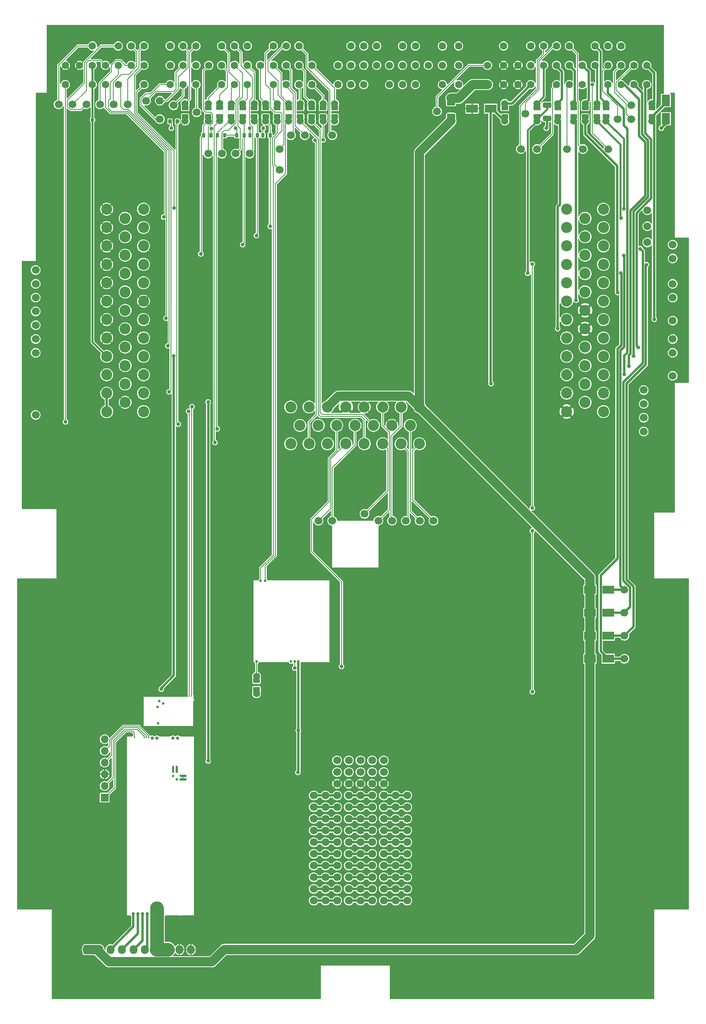
<source format=gtl>
G04 #@! TF.GenerationSoftware,KiCad,Pcbnew,7.0.10-7.0.10~ubuntu22.04.1*
G04 #@! TF.CreationDate,2024-01-12T05:53:19+00:00*
G04 #@! TF.ProjectId,proteusOBD2Ahonda,70726f74-6575-4734-9f42-443241686f6e,a*
G04 #@! TF.SameCoordinates,PX3473bc0PY108ee440*
G04 #@! TF.FileFunction,Copper,L1,Top*
G04 #@! TF.FilePolarity,Positive*
%FSLAX46Y46*%
G04 Gerber Fmt 4.6, Leading zero omitted, Abs format (unit mm)*
G04 Created by KiCad (PCBNEW 7.0.10-7.0.10~ubuntu22.04.1) date 2024-01-12 05:53:19*
%MOMM*%
%LPD*%
G01*
G04 APERTURE LIST*
G04 #@! TA.AperFunction,ComponentPad*
%ADD10C,1.700000*%
G04 #@! TD*
G04 #@! TA.AperFunction,ComponentPad*
%ADD11C,1.524000*%
G04 #@! TD*
G04 #@! TA.AperFunction,SMDPad,CuDef*
%ADD12R,2.500000X1.800000*%
G04 #@! TD*
G04 #@! TA.AperFunction,ComponentPad*
%ADD13C,0.599999*%
G04 #@! TD*
G04 #@! TA.AperFunction,SMDPad,CuDef*
%ADD14R,13.650000X0.250000*%
G04 #@! TD*
G04 #@! TA.AperFunction,SMDPad,CuDef*
%ADD15R,1.250000X0.250000*%
G04 #@! TD*
G04 #@! TA.AperFunction,SMDPad,CuDef*
%ADD16R,0.250000X18.200000*%
G04 #@! TD*
G04 #@! TA.AperFunction,SMDPad,CuDef*
%ADD17R,6.450000X0.250000*%
G04 #@! TD*
G04 #@! TA.AperFunction,SMDPad,CuDef*
%ADD18R,6.500000X0.250000*%
G04 #@! TD*
G04 #@! TA.AperFunction,SMDPad,CuDef*
%ADD19R,0.350000X0.250000*%
G04 #@! TD*
G04 #@! TA.AperFunction,SMDPad,CuDef*
%ADD20O,0.200000X5.669999*%
G04 #@! TD*
G04 #@! TA.AperFunction,SMDPad,CuDef*
%ADD21O,11.100001X0.200000*%
G04 #@! TD*
G04 #@! TA.AperFunction,SMDPad,CuDef*
%ADD22O,9.800001X0.399999*%
G04 #@! TD*
G04 #@! TA.AperFunction,SMDPad,CuDef*
%ADD23O,0.499999X0.250000*%
G04 #@! TD*
G04 #@! TA.AperFunction,SMDPad,CuDef*
%ADD24O,0.200000X6.799999*%
G04 #@! TD*
G04 #@! TA.AperFunction,SMDPad,CuDef*
%ADD25O,0.250000X0.499999*%
G04 #@! TD*
G04 #@! TA.AperFunction,ComponentPad*
%ADD26C,2.400000*%
G04 #@! TD*
G04 #@! TA.AperFunction,ComponentPad*
%ADD27O,1.700000X1.950000*%
G04 #@! TD*
G04 #@! TA.AperFunction,ComponentPad*
%ADD28C,1.600000*%
G04 #@! TD*
G04 #@! TA.AperFunction,ComponentPad*
%ADD29C,0.700000*%
G04 #@! TD*
G04 #@! TA.AperFunction,SMDPad,CuDef*
%ADD30C,3.000000*%
G04 #@! TD*
G04 #@! TA.AperFunction,SMDPad,CuDef*
%ADD31R,3.000000X0.250000*%
G04 #@! TD*
G04 #@! TA.AperFunction,SMDPad,CuDef*
%ADD32R,3.100000X0.250000*%
G04 #@! TD*
G04 #@! TA.AperFunction,SMDPad,CuDef*
%ADD33R,2.250000X0.250000*%
G04 #@! TD*
G04 #@! TA.AperFunction,SMDPad,CuDef*
%ADD34R,1.450000X0.250000*%
G04 #@! TD*
G04 #@! TA.AperFunction,SMDPad,CuDef*
%ADD35R,0.250000X39.250000*%
G04 #@! TD*
G04 #@! TA.AperFunction,SMDPad,CuDef*
%ADD36R,2.950000X0.250000*%
G04 #@! TD*
G04 #@! TA.AperFunction,SMDPad,CuDef*
%ADD37R,0.950000X0.250000*%
G04 #@! TD*
G04 #@! TA.AperFunction,ComponentPad*
%ADD38R,1.700000X1.700000*%
G04 #@! TD*
G04 #@! TA.AperFunction,ComponentPad*
%ADD39O,1.700000X1.700000*%
G04 #@! TD*
G04 #@! TA.AperFunction,SMDPad,CuDef*
%ADD40R,1.800000X2.500000*%
G04 #@! TD*
G04 #@! TA.AperFunction,ViaPad*
%ADD41C,0.800000*%
G04 #@! TD*
G04 #@! TA.AperFunction,Conductor*
%ADD42C,0.500000*%
G04 #@! TD*
G04 #@! TA.AperFunction,Conductor*
%ADD43C,0.400000*%
G04 #@! TD*
G04 #@! TA.AperFunction,Conductor*
%ADD44C,3.000000*%
G04 #@! TD*
G04 #@! TA.AperFunction,Conductor*
%ADD45C,0.200000*%
G04 #@! TD*
G04 #@! TA.AperFunction,Conductor*
%ADD46C,2.000000*%
G04 #@! TD*
G04 APERTURE END LIST*
D10*
G04 #@! TO.P,P47,1,Pin_1*
G04 #@! TO.N,Net-(BRD1-PadA27(32))*
X146500000Y144500000D03*
G04 #@! TD*
G04 #@! TO.P,P20,1,Pin_1*
G04 #@! TO.N,Net-(J1-PadD16)*
X13000000Y198500000D03*
G04 #@! TD*
G04 #@! TO.P,G4,1*
G04 #@! TO.N,Net-(G4-Pad1)*
X76080000Y38120000D03*
G04 #@! TO.P,G4,2*
G04 #@! TO.N,Net-(G4-Pad12)*
X76080000Y40660000D03*
G04 #@! TO.P,G4,3*
G04 #@! TO.N,Net-(G4-Pad13)*
X76080000Y43200000D03*
G04 #@! TO.P,G4,4*
G04 #@! TO.N,Net-(G4-Pad14)*
X76080000Y45740000D03*
G04 #@! TO.P,G4,5*
G04 #@! TO.N,Net-(G4-Pad10)*
X76080000Y48280000D03*
G04 #@! TO.P,G4,6*
G04 #@! TO.N,Net-(G4-Pad1)*
X78620000Y38120000D03*
G04 #@! TO.P,G4,7*
G04 #@! TO.N,Net-(G4-Pad12)*
X78620000Y40660000D03*
G04 #@! TO.P,G4,8*
G04 #@! TO.N,Net-(G4-Pad13)*
X78620000Y43200000D03*
G04 #@! TO.P,G4,9*
G04 #@! TO.N,Net-(G4-Pad14)*
X78620000Y45740000D03*
G04 #@! TO.P,G4,10*
G04 #@! TO.N,Net-(G4-Pad10)*
X78620000Y48280000D03*
G04 #@! TO.P,G4,11*
G04 #@! TO.N,Net-(G4-Pad1)*
X81160000Y38120000D03*
G04 #@! TO.P,G4,12*
G04 #@! TO.N,Net-(G4-Pad12)*
X81160000Y40660000D03*
G04 #@! TO.P,G4,13*
G04 #@! TO.N,Net-(G4-Pad13)*
X81160000Y43200000D03*
G04 #@! TO.P,G4,14*
G04 #@! TO.N,Net-(G4-Pad14)*
X81160000Y45740000D03*
G04 #@! TO.P,G4,15*
G04 #@! TO.N,Net-(G4-Pad10)*
X81160000Y48280000D03*
G04 #@! TD*
G04 #@! TO.P,P33,1,Pin_1*
G04 #@! TO.N,Net-(BRD1-PadA21(15))*
X136000000Y93000000D03*
G04 #@! TD*
D11*
G04 #@! TO.P,R20,1,1*
G04 #@! TO.N,Net-(J1-PadC18)*
X48000000Y198754520D03*
G04 #@! TA.AperFunction,SMDPad,CuDef*
G36*
G01*
X47375000Y198299521D02*
X48625000Y198299521D01*
G75*
G02*
X48725000Y198199521I0J-100000D01*
G01*
X48725000Y197399521D01*
G75*
G02*
X48625000Y197299521I-100000J0D01*
G01*
X47375000Y197299521D01*
G75*
G02*
X47275000Y197399521I0J100000D01*
G01*
X47275000Y198199521D01*
G75*
G02*
X47375000Y198299521I100000J0D01*
G01*
G37*
G04 #@! TD.AperFunction*
G04 #@! TO.P,R20,2,2*
G04 #@! TO.N,/IN_VSS*
G04 #@! TA.AperFunction,SMDPad,CuDef*
G36*
G01*
X47375000Y196399499D02*
X48625000Y196399499D01*
G75*
G02*
X48725000Y196299499I0J-100000D01*
G01*
X48725000Y195499499D01*
G75*
G02*
X48625000Y195399499I-100000J0D01*
G01*
X47375000Y195399499D01*
G75*
G02*
X47275000Y195499499I0J100000D01*
G01*
X47275000Y196299499D01*
G75*
G02*
X47375000Y196399499I100000J0D01*
G01*
G37*
G04 #@! TD.AperFunction*
X48000000Y194944520D03*
G04 #@! TD*
D10*
G04 #@! TO.P,P21,1,Pin_1*
G04 #@! TO.N,Net-(J1-PadA5)*
X132500000Y188800000D03*
G04 #@! TD*
G04 #@! TO.P,P22,1,Pin_1*
G04 #@! TO.N,Net-(J1-PadA6)*
X123500000Y188800000D03*
G04 #@! TD*
D11*
G04 #@! TO.P,R18,1,1*
G04 #@! TO.N,Net-(J1-PadC15)*
X58000000Y198705000D03*
G04 #@! TA.AperFunction,SMDPad,CuDef*
G36*
G01*
X57375000Y198250001D02*
X58625000Y198250001D01*
G75*
G02*
X58725000Y198150001I0J-100000D01*
G01*
X58725000Y197350001D01*
G75*
G02*
X58625000Y197250001I-100000J0D01*
G01*
X57375000Y197250001D01*
G75*
G02*
X57275000Y197350001I0J100000D01*
G01*
X57275000Y198150001D01*
G75*
G02*
X57375000Y198250001I100000J0D01*
G01*
G37*
G04 #@! TD.AperFunction*
G04 #@! TO.P,R18,2,2*
G04 #@! TO.N,/IN_OIL_PRESSURE*
G04 #@! TA.AperFunction,SMDPad,CuDef*
G36*
G01*
X57375000Y196349979D02*
X58625000Y196349979D01*
G75*
G02*
X58725000Y196249979I0J-100000D01*
G01*
X58725000Y195449979D01*
G75*
G02*
X58625000Y195349979I-100000J0D01*
G01*
X57375000Y195349979D01*
G75*
G02*
X57275000Y195449979I0J100000D01*
G01*
X57275000Y196249979D01*
G75*
G02*
X57375000Y196349979I100000J0D01*
G01*
G37*
G04 #@! TD.AperFunction*
X58000000Y194895000D03*
G04 #@! TD*
D10*
G04 #@! TO.P,P29,1,Pin_1*
G04 #@! TO.N,Net-(J1-PadA29)*
X114500000Y196500000D03*
G04 #@! TD*
G04 #@! TO.P,P30,1,Pin_1*
G04 #@! TO.N,Net-(J1-PadA30)*
X113500000Y188800000D03*
G04 #@! TD*
G04 #@! TO.P,P32,1,Pin_1*
G04 #@! TO.N,Net-(BRD1-PadA9(4))*
X136000000Y83000000D03*
G04 #@! TD*
G04 #@! TO.P,R8,1*
G04 #@! TO.N,/IN_AT_PARK{slash}CLUTCH*
G04 #@! TA.AperFunction,SMDPad,CuDef*
G36*
G01*
X39150000Y195190000D02*
X39150000Y194410000D01*
G75*
G02*
X39080000Y194340000I-70000J0D01*
G01*
X38520000Y194340000D01*
G75*
G02*
X38450000Y194410000I0J70000D01*
G01*
X38450000Y195190000D01*
G75*
G02*
X38520000Y195260000I70000J0D01*
G01*
X39080000Y195260000D01*
G75*
G02*
X39150000Y195190000I0J-70000D01*
G01*
G37*
G04 #@! TD.AperFunction*
G04 #@! TO.P,R8,2*
G04 #@! TO.N,/12V*
G04 #@! TA.AperFunction,SMDPad,CuDef*
G36*
G01*
X37550000Y195190000D02*
X37550000Y194410000D01*
G75*
G02*
X37480000Y194340000I-70000J0D01*
G01*
X36920000Y194340000D01*
G75*
G02*
X36850000Y194410000I0J70000D01*
G01*
X36850000Y195190000D01*
G75*
G02*
X36920000Y195260000I70000J0D01*
G01*
X37480000Y195260000D01*
G75*
G02*
X37550000Y195190000I0J-70000D01*
G01*
G37*
G04 #@! TD.AperFunction*
G04 #@! TD*
D12*
G04 #@! TO.P,D3,1,K*
G04 #@! TO.N,/12V*
X128500000Y78000000D03*
G04 #@! TO.P,D3,2,A*
G04 #@! TO.N,Net-(BRD1-PadA20(16))*
X132500000Y78000000D03*
G04 #@! TD*
D11*
G04 #@! TO.P,R25,1,1*
G04 #@! TO.N,Net-(J1-PadA17)*
X127500000Y198705000D03*
G04 #@! TA.AperFunction,SMDPad,CuDef*
G36*
G01*
X126875000Y198250001D02*
X128125000Y198250001D01*
G75*
G02*
X128225000Y198150001I0J-100000D01*
G01*
X128225000Y197350001D01*
G75*
G02*
X128125000Y197250001I-100000J0D01*
G01*
X126875000Y197250001D01*
G75*
G02*
X126775000Y197350001I0J100000D01*
G01*
X126775000Y198150001D01*
G75*
G02*
X126875000Y198250001I100000J0D01*
G01*
G37*
G04 #@! TD.AperFunction*
G04 #@! TO.P,R25,2,2*
G04 #@! TO.N,/OUT_CONDITIONER_CLUTCH*
G04 #@! TA.AperFunction,SMDPad,CuDef*
G36*
G01*
X126875000Y196349979D02*
X128125000Y196349979D01*
G75*
G02*
X128225000Y196249979I0J-100000D01*
G01*
X128225000Y195449979D01*
G75*
G02*
X128125000Y195349979I-100000J0D01*
G01*
X126875000Y195349979D01*
G75*
G02*
X126775000Y195449979I0J100000D01*
G01*
X126775000Y196249979D01*
G75*
G02*
X126875000Y196349979I100000J0D01*
G01*
G37*
G04 #@! TD.AperFunction*
X127500000Y194895000D03*
G04 #@! TD*
D10*
G04 #@! TO.P,P62,1,Pin_1*
G04 #@! TO.N,Net-(BRD1-PadC18(18))*
X8000000Y150500000D03*
G04 #@! TD*
G04 #@! TO.P,P45,1,Pin_1*
G04 #@! TO.N,Net-(BRD1-PadA29(30))*
X146500000Y151500000D03*
G04 #@! TD*
G04 #@! TO.P,P1,1,Pin_1*
G04 #@! TO.N,Net-(J1-PadC3)*
X63500000Y191800000D03*
G04 #@! TD*
G04 #@! TO.P,P4,1,Pin_1*
G04 #@! TO.N,Net-(J1-PadC10)*
X35000000Y195300000D03*
G04 #@! TD*
G04 #@! TO.P,P64,1,Pin_1*
G04 #@! TO.N,Net-(BRD1-PadC31(28))*
X8000000Y144500000D03*
G04 #@! TD*
G04 #@! TO.P,P51,1,Pin_1*
G04 #@! TO.N,Net-(BRD1-PadB12(12))*
X72500000Y108000000D03*
G04 #@! TD*
D13*
G04 #@! TO.P,M1,E1,Thresh_IN*
G04 #@! TO.N,Net-(M1-PadE1)*
X56025000Y77400000D03*
G04 #@! TO.P,M1,E2,OUT_A*
G04 #@! TO.N,unconnected-(M1-PadE2)*
X63525000Y77400000D03*
G04 #@! TO.P,M1,E3,OUT*
G04 #@! TO.N,Net-(BRD1-PadB11(13))*
X64325000Y77400000D03*
G04 #@! TO.P,M1,E4,V5_IN*
G04 #@! TO.N,+5V*
X65125000Y77400000D03*
D14*
G04 #@! TO.P,M1,G,GND*
G04 #@! TO.N,GND*
X65250000Y95150000D03*
D15*
X55800000Y95150000D03*
D16*
X71950000Y86175000D03*
X55300000Y86175000D03*
D17*
X68850000Y77200000D03*
D18*
X59775000Y77200000D03*
D19*
X55350000Y77200000D03*
D13*
G04 #@! TO.P,M1,W1,VR-*
G04 #@! TO.N,/IN_CYP-*
X57925000Y94925000D03*
G04 #@! TO.P,M1,W2,VR+*
G04 #@! TO.N,/IN_CYP+*
X56925000Y94925000D03*
G04 #@! TD*
D10*
G04 #@! TO.P,P19,1,Pin_1*
G04 #@! TO.N,Net-(J1-PadD15)*
X19000001Y198500000D03*
G04 #@! TD*
G04 #@! TO.P,P25,1,Pin_1*
G04 #@! TO.N,Net-(J1-PadA14)*
X137500000Y195300000D03*
G04 #@! TD*
G04 #@! TO.P,P31,1,Pin_1*
G04 #@! TO.N,Net-(BRD1-PadA20(16))*
X136000000Y78000000D03*
G04 #@! TD*
G04 #@! TO.P,P35,1,Pin_1*
G04 #@! TO.N,Net-(BRD1-PadA1(12))*
X140200000Y127400000D03*
G04 #@! TD*
G04 #@! TO.P,P7,1,Pin_1*
G04 #@! TO.N,Net-(J1-PadC19)*
X45500000Y187800000D03*
G04 #@! TD*
G04 #@! TO.P,P24,1,Pin_1*
G04 #@! TO.N,Net-(J1-PadA13)*
X137500000Y198300000D03*
G04 #@! TD*
G04 #@! TO.P,G6,1*
G04 #@! TO.N,GND*
X83700000Y50820000D03*
G04 #@! TO.P,G6,2*
X81160000Y50820000D03*
G04 #@! TO.P,G6,3*
X78620000Y50820000D03*
G04 #@! TO.P,G6,4*
X76080000Y50820000D03*
G04 #@! TO.P,G6,5*
X73540000Y50820000D03*
G04 #@! TO.P,G6,6*
G04 #@! TO.N,+5V*
X83700000Y53360000D03*
G04 #@! TO.P,G6,7*
X81160000Y53360000D03*
G04 #@! TO.P,G6,8*
X78620000Y53360000D03*
G04 #@! TO.P,G6,9*
X76080000Y53360000D03*
G04 #@! TO.P,G6,10*
X73540000Y53360000D03*
G04 #@! TO.P,G6,11*
G04 #@! TO.N,+12V_PROT*
X83700000Y55900000D03*
G04 #@! TO.P,G6,12*
X81160000Y55900000D03*
G04 #@! TO.P,G6,13*
X78620000Y55900000D03*
G04 #@! TO.P,G6,14*
X76080000Y55900000D03*
G04 #@! TO.P,G6,15*
X73540000Y55900000D03*
G04 #@! TD*
D20*
G04 #@! TO.P,M3,E1,GND*
G04 #@! TO.N,GND*
X42362501Y66050836D03*
D21*
X36887500Y63313336D03*
D22*
X36187499Y69913333D03*
D23*
X31562505Y69913333D03*
D24*
X31387501Y66650835D03*
D25*
G04 #@! TO.P,M3,S1,CANL*
G04 #@! TO.N,Net-(BRD1-PadB16(23))*
X41912499Y69863335D03*
G04 #@! TO.P,M3,S2,CANH*
G04 #@! TO.N,Net-(BRD1-PadB17(22))*
X41412498Y69863335D03*
D13*
G04 #@! TO.P,M3,V1,V5*
G04 #@! TO.N,+5V*
X34862501Y68813337D03*
G04 #@! TO.P,M3,V2,CAN_VIO*
G04 #@! TO.N,Net-(M2-PadW2)*
X35737503Y68288337D03*
G04 #@! TO.P,M3,V5,CAN_TX*
G04 #@! TO.N,Net-(M2-PadW4)*
X34562499Y67538339D03*
G04 #@! TO.P,M3,V6,CAN_RX*
G04 #@! TO.N,Net-(M2-PadW3)*
X34637502Y63988338D03*
G04 #@! TD*
D10*
G04 #@! TO.P,P44,1,Pin_1*
G04 #@! TO.N,Net-(BRD1-PadA30(29))*
X146500000Y156500000D03*
G04 #@! TD*
D26*
G04 #@! TO.P,BRD1,A1(12),HS2*
G04 #@! TO.N,Net-(BRD1-PadA1(12))*
X131450001Y131725000D03*
G04 #@! TO.P,BRD1,A2(11),HS1*
G04 #@! TO.N,/OUT_VTEC*
X131450001Y135725000D03*
G04 #@! TO.P,BRD1,A3(10),LS1(INJ1)*
G04 #@! TO.N,/OUT_INJ1*
X131450001Y139725000D03*
G04 #@! TO.P,BRD1,A4(9),LS3(INJ3)*
G04 #@! TO.N,/OUT_INJ3*
X131450001Y143725000D03*
G04 #@! TO.P,BRD1,A5(8),LS5(INJ5)*
G04 #@! TO.N,/OUT_ALTERN_CONTROL*
X131450001Y147725000D03*
G04 #@! TO.P,BRD1,A6(7),LS6(INJ6)*
G04 #@! TO.N,/OUT_IDLE*
X131450001Y151725000D03*
G04 #@! TO.P,BRD1,A7(6),LS7(INJ7)*
G04 #@! TO.N,/OUT_CHECK_ENGINE*
X131450001Y155725000D03*
G04 #@! TO.P,BRD1,A8(5),LS9(INJ9)*
G04 #@! TO.N,/OUT_IGN_CONTROL*
X131450001Y159725000D03*
G04 #@! TO.P,BRD1,A9(4),LS11(INJ11)*
G04 #@! TO.N,Net-(BRD1-PadA9(4))*
X131450001Y163725000D03*
G04 #@! TO.P,BRD1,A10(3),LS13(MAIN)*
G04 #@! TO.N,Net-(BRD1-PadA10(3))*
X131450001Y167725000D03*
G04 #@! TO.P,BRD1,A11(2),LS14*
G04 #@! TO.N,Net-(BRD1-PadA11(2))*
X131450001Y171725000D03*
G04 #@! TO.P,BRD1,A12(1),LS15(FAN)*
G04 #@! TO.N,/OUT_FAN*
X131450001Y175725000D03*
G04 #@! TO.P,BRD1,A13(23),HS3*
G04 #@! TO.N,Net-(BRD1-PadA13(23))*
X127450001Y133725000D03*
G04 #@! TO.P,BRD1,A14(22),HS4*
G04 #@! TO.N,Net-(BRD1-PadA14(22))*
X127450001Y137725000D03*
G04 #@! TO.P,BRD1,A15(21),LS2(INJ2)*
G04 #@! TO.N,/OUT_INJ2*
X127450001Y141725000D03*
G04 #@! TO.P,BRD1,A16(20),LS4(INJ4)*
G04 #@! TO.N,/OUT_INJ4*
X127450001Y145725000D03*
G04 #@! TO.P,BRD1,A17(19),GND*
G04 #@! TO.N,GND*
X127450001Y149725000D03*
G04 #@! TO.P,BRD1,A18(18),GND*
X127450001Y153725000D03*
G04 #@! TO.P,BRD1,A19(17),LS8(INJ8)*
G04 #@! TO.N,/OUT_CONDITIONER_CLUTCH*
X127450001Y157725000D03*
G04 #@! TO.P,BRD1,A20(16),LS10(INJ10)*
G04 #@! TO.N,Net-(BRD1-PadA20(16))*
X127450001Y161725000D03*
G04 #@! TO.P,BRD1,A21(15),LS12(INJ12)*
G04 #@! TO.N,Net-(BRD1-PadA21(15))*
X127450001Y165725000D03*
G04 #@! TO.P,BRD1,A22(14),IGN3*
G04 #@! TO.N,Net-(BRD1-PadA22(14))*
X127450001Y169725000D03*
G04 #@! TO.P,BRD1,A23(13),LS16(FUEL)*
G04 #@! TO.N,/OUT_FUEL_PUMP*
X127450001Y173725000D03*
G04 #@! TO.P,BRD1,A24(35),GND*
G04 #@! TO.N,GND*
X123450001Y131725000D03*
G04 #@! TO.P,BRD1,A25(34),IGN12*
G04 #@! TO.N,Net-(BRD1-PadA25(34))*
X123450001Y135725000D03*
G04 #@! TO.P,BRD1,A26(33),IGN11*
G04 #@! TO.N,Net-(BRD1-PadA26(33))*
X123450001Y139725000D03*
G04 #@! TO.P,BRD1,A27(32),IGN10*
G04 #@! TO.N,Net-(BRD1-PadA27(32))*
X123450001Y143725000D03*
G04 #@! TO.P,BRD1,A28(31),IGN9*
G04 #@! TO.N,Net-(BRD1-PadA28(31))*
X123450001Y147725000D03*
G04 #@! TO.P,BRD1,A29(30),IGN8*
G04 #@! TO.N,Net-(BRD1-PadA29(30))*
X123450001Y151725000D03*
G04 #@! TO.P,BRD1,A30(29),IGN7*
G04 #@! TO.N,Net-(BRD1-PadA30(29))*
X123450001Y155725000D03*
G04 #@! TO.P,BRD1,A31(28),IGN6*
G04 #@! TO.N,Net-(BRD1-PadA31(28))*
X123450001Y159725000D03*
G04 #@! TO.P,BRD1,A32(27),IGN5*
G04 #@! TO.N,/VR_THRESH*
X123450001Y163725000D03*
G04 #@! TO.P,BRD1,A33(26),IGN4*
G04 #@! TO.N,Net-(BRD1-PadA33(26))*
X123450001Y167725000D03*
G04 #@! TO.P,BRD1,A34(25),IGN2*
G04 #@! TO.N,Net-(BRD1-PadA34(25))*
X123450001Y171725000D03*
G04 #@! TO.P,BRD1,A35(24),IGN1*
G04 #@! TO.N,Net-(BRD1-PadA35(24))*
X123450001Y175725000D03*
G04 #@! TO.P,BRD1,B1(8),D2*
G04 #@! TO.N,/IN_VSS*
X63450001Y124725000D03*
G04 #@! TO.P,BRD1,B2(7),D3*
G04 #@! TO.N,/IN_CRANK_FLUCT*
X67450001Y124725000D03*
G04 #@! TO.P,BRD1,B3(6),D4*
G04 #@! TO.N,/IN_STARTER_SW*
X71450001Y124725000D03*
G04 #@! TO.P,BRD1,B4(5),VR2+*
G04 #@! TO.N,Net-(BRD1-PadB4(5))*
X75450001Y124725000D03*
G04 #@! TO.P,BRD1,B5(4),VR1+*
G04 #@! TO.N,/IN_CRANK+*
X79450001Y124725000D03*
G04 #@! TO.P,BRD1,B6(3),ETB1-*
G04 #@! TO.N,Net-(BRD1-PadB6(3))*
X83450001Y124725000D03*
G04 #@! TO.P,BRD1,B7(2),ETB1+*
G04 #@! TO.N,Net-(BRD1-PadB7(2))*
X87450001Y124725000D03*
G04 #@! TO.P,BRD1,B8(1),ETB2-*
G04 #@! TO.N,Net-(BRD1-PadB8(1))*
X91450001Y124725000D03*
G04 #@! TO.P,BRD1,B9(15),D5*
G04 #@! TO.N,/IN_AT_PARK{slash}CLUTCH*
X65450001Y128725000D03*
G04 #@! TO.P,BRD1,B10(14),D1*
G04 #@! TO.N,/IN_BRAKE*
X69450001Y128725000D03*
G04 #@! TO.P,BRD1,B11(13),D6*
G04 #@! TO.N,Net-(BRD1-PadB11(13))*
X73450001Y128725000D03*
G04 #@! TO.P,BRD1,B12(12),VR2-*
G04 #@! TO.N,Net-(BRD1-PadB12(12))*
X77450001Y128725000D03*
G04 #@! TO.P,BRD1,B13(11),VR1-*
G04 #@! TO.N,/IN_CRANK-*
X81450001Y128725000D03*
G04 #@! TO.P,BRD1,B14(10),GND*
G04 #@! TO.N,GND*
X85450001Y128725000D03*
G04 #@! TO.P,BRD1,B15(9),ETB2+*
G04 #@! TO.N,Net-(BRD1-PadB15(9))*
X89450001Y128725000D03*
G04 #@! TO.P,BRD1,B16(23),CAN-*
G04 #@! TO.N,Net-(BRD1-PadB16(23))*
X63450001Y132725000D03*
G04 #@! TO.P,BRD1,B17(22),CAN+*
G04 #@! TO.N,Net-(BRD1-PadB17(22))*
X67450001Y132725000D03*
G04 #@! TO.P,BRD1,B18(21),12V_IGN*
G04 #@! TO.N,/12V*
X71450001Y132725000D03*
G04 #@! TO.P,BRD1,B19(20),GND*
G04 #@! TO.N,GND*
X75450001Y132725000D03*
G04 #@! TO.P,BRD1,B20(19),GND*
X79450001Y132725000D03*
G04 #@! TO.P,BRD1,B21(18),CAN2-*
G04 #@! TO.N,Net-(BRD1-PadB21(18))*
X83450001Y132725000D03*
G04 #@! TO.P,BRD1,B22(17),CAN2+*
G04 #@! TO.N,Net-(BRD1-PadB22(17))*
X87450001Y132725000D03*
G04 #@! TO.P,BRD1,B23(16),12V_MR*
G04 #@! TO.N,/12V*
X91450001Y132725000D03*
G04 #@! TO.P,BRD1,C1(12),GND_SENS*
G04 #@! TO.N,GND*
X23450001Y175725000D03*
G04 #@! TO.P,BRD1,C2(11),GND_SENS*
X23450001Y171725000D03*
G04 #@! TO.P,BRD1,C3(10),GND_SENS*
X23450001Y167725000D03*
G04 #@! TO.P,BRD1,C4(9),GND_SENS*
X23450001Y163725000D03*
G04 #@! TO.P,BRD1,C5(8),GND_SENS*
X23450001Y159725000D03*
G04 #@! TO.P,BRD1,C6(7),GND_SENS*
X23450001Y155725000D03*
G04 #@! TO.P,BRD1,C7(6),GND_SENS*
X23450001Y151725000D03*
G04 #@! TO.P,BRD1,C8(5),GND_SENS*
X23450001Y147725000D03*
G04 #@! TO.P,BRD1,C9(4),5V_1*
G04 #@! TO.N,+5V*
X23450001Y143725000D03*
G04 #@! TO.P,BRD1,C10(3),5V_2*
G04 #@! TO.N,unconnected-(BRD1-PadC10(3))*
X23450001Y139725000D03*
G04 #@! TO.P,BRD1,C11(2),12V_PROT*
G04 #@! TO.N,+12V_PROT*
X23450001Y135725000D03*
G04 #@! TO.P,BRD1,C12(1),12V_PROT*
X23450001Y131725000D03*
G04 #@! TO.P,BRD1,C13(23),AV1(MAP)*
G04 #@! TO.N,/IN_MAP*
X27450001Y173725000D03*
G04 #@! TO.P,BRD1,C14(22),AV3*
G04 #@! TO.N,/IN_STEERING*
X27450001Y169725000D03*
G04 #@! TO.P,BRD1,C15(21),AV5*
G04 #@! TO.N,/IN_SERVICE_CHECK*
X27450001Y165725000D03*
G04 #@! TO.P,BRD1,C16(20),AV7*
G04 #@! TO.N,Net-(BRD1-PadC16(20))*
X27450001Y161725000D03*
G04 #@! TO.P,BRD1,C17(19),AV9*
G04 #@! TO.N,Net-(BRD1-PadC17(19))*
X27450001Y157725000D03*
G04 #@! TO.P,BRD1,C18(18),AV11*
G04 #@! TO.N,Net-(BRD1-PadC18(18))*
X27450001Y153725000D03*
G04 #@! TO.P,BRD1,C19(17),AT1*
G04 #@! TO.N,Net-(BRD1-PadC19(17))*
X27450001Y149725000D03*
G04 #@! TO.P,BRD1,C20(16),AT3(CLT)*
G04 #@! TO.N,/IN_CLT*
X27450001Y145725000D03*
G04 #@! TO.P,BRD1,C21(15),5V_1*
G04 #@! TO.N,+5V*
X27450001Y141725000D03*
G04 #@! TO.P,BRD1,C22(14),5V_2*
G04 #@! TO.N,unconnected-(BRD1-PadC22(14))*
X27450001Y137725000D03*
G04 #@! TO.P,BRD1,C23(13),GND_SENS*
G04 #@! TO.N,GND*
X27450001Y133725000D03*
G04 #@! TO.P,BRD1,C24(35),AV2(TPS)*
G04 #@! TO.N,/IN_TPS*
X31450001Y175725000D03*
G04 #@! TO.P,BRD1,C25(34),AV4*
G04 #@! TO.N,/IN_OIL_PRESSURE*
X31450001Y171725000D03*
G04 #@! TO.P,BRD1,C26(33),AV6*
G04 #@! TO.N,/IN_AC_REQUEST*
X31450001Y167725000D03*
G04 #@! TO.P,BRD1,C27(32),AV8*
G04 #@! TO.N,Net-(BRD1-PadC27(32))*
X31450001Y163725000D03*
G04 #@! TO.P,BRD1,C28(31),AV10*
G04 #@! TO.N,Net-(BRD1-PadC28(31))*
X31450001Y159725000D03*
G04 #@! TO.P,BRD1,C29(30),GND_SENS*
G04 #@! TO.N,GND*
X31450001Y155725000D03*
G04 #@! TO.P,BRD1,C30(29),AT2(IAT)*
G04 #@! TO.N,/IN_IAT*
X31450001Y151725000D03*
G04 #@! TO.P,BRD1,C31(28),AT4*
G04 #@! TO.N,Net-(BRD1-PadC31(28))*
X31450001Y147725000D03*
G04 #@! TO.P,BRD1,C32(27),5V_1*
G04 #@! TO.N,+5V*
X31450001Y143725000D03*
G04 #@! TO.P,BRD1,C33(26),5V_2*
G04 #@! TO.N,unconnected-(BRD1-PadC33(26))*
X31450001Y139725000D03*
G04 #@! TO.P,BRD1,C34(25),KNOCK1*
G04 #@! TO.N,/IN_KNOCK*
X31450001Y135725000D03*
G04 #@! TO.P,BRD1,C35(24),KNOCK2*
G04 #@! TO.N,Net-(BRD1-PadC35(24))*
X31450001Y131725000D03*
G04 #@! TD*
D10*
G04 #@! TO.P,G5,1*
G04 #@! TO.N,Net-(G5-Pad1)*
X76080000Y25420000D03*
G04 #@! TO.P,G5,2*
G04 #@! TO.N,Net-(G5-Pad12)*
X76080000Y27960000D03*
G04 #@! TO.P,G5,3*
G04 #@! TO.N,Net-(G5-Pad13)*
X76080000Y30500000D03*
G04 #@! TO.P,G5,4*
G04 #@! TO.N,Net-(G5-Pad14)*
X76080000Y33040000D03*
G04 #@! TO.P,G5,5*
G04 #@! TO.N,Net-(G5-Pad10)*
X76080000Y35580000D03*
G04 #@! TO.P,G5,6*
G04 #@! TO.N,Net-(G5-Pad1)*
X78620000Y25420000D03*
G04 #@! TO.P,G5,7*
G04 #@! TO.N,Net-(G5-Pad12)*
X78620000Y27960000D03*
G04 #@! TO.P,G5,8*
G04 #@! TO.N,Net-(G5-Pad13)*
X78620000Y30500000D03*
G04 #@! TO.P,G5,9*
G04 #@! TO.N,Net-(G5-Pad14)*
X78620000Y33040000D03*
G04 #@! TO.P,G5,10*
G04 #@! TO.N,Net-(G5-Pad10)*
X78620000Y35580000D03*
G04 #@! TO.P,G5,11*
G04 #@! TO.N,Net-(G5-Pad1)*
X81160000Y25420000D03*
G04 #@! TO.P,G5,12*
G04 #@! TO.N,Net-(G5-Pad12)*
X81160000Y27960000D03*
G04 #@! TO.P,G5,13*
G04 #@! TO.N,Net-(G5-Pad13)*
X81160000Y30500000D03*
G04 #@! TO.P,G5,14*
G04 #@! TO.N,Net-(G5-Pad14)*
X81160000Y33040000D03*
G04 #@! TO.P,G5,15*
G04 #@! TO.N,Net-(G5-Pad10)*
X81160000Y35580000D03*
G04 #@! TD*
G04 #@! TO.P,J2,1,Pin_1*
G04 #@! TO.N,/12V*
G04 #@! TA.AperFunction,ComponentPad*
G36*
G01*
X18400000Y14044999D02*
X18400000Y15494999D01*
G75*
G02*
X18650000Y15744999I250000J0D01*
G01*
X19850000Y15744999D01*
G75*
G02*
X20100000Y15494999I0J-250000D01*
G01*
X20100000Y14044999D01*
G75*
G02*
X19850000Y13794999I-250000J0D01*
G01*
X18650000Y13794999D01*
G75*
G02*
X18400000Y14044999I0J250000D01*
G01*
G37*
G04 #@! TD.AperFunction*
D27*
G04 #@! TO.P,J2,2,Pin_2*
X21750000Y14769999D03*
G04 #@! TO.P,J2,3,Pin_3*
G04 #@! TO.N,/WBO_Vs*
X24250000Y14769999D03*
G04 #@! TO.P,J2,4,Pin_4*
G04 #@! TO.N,/WBO_Vs{slash}Ip*
X26750000Y14769999D03*
G04 #@! TO.P,J2,5,Pin_5*
G04 #@! TO.N,/WBO_Ip*
X29250000Y14769999D03*
G04 #@! TO.P,J2,6,Pin_6*
G04 #@! TO.N,/WBO_R_Trim*
X31750000Y14769999D03*
G04 #@! TO.P,J2,7,Pin_7*
G04 #@! TO.N,/WBO_H-*
X34250000Y14769999D03*
G04 #@! TO.P,J2,8,Pin_8*
X36750000Y14769999D03*
G04 #@! TO.P,J2,9,Pin_9*
G04 #@! TO.N,GND*
X39250000Y14769999D03*
G04 #@! TO.P,J2,10,Pin_10*
X41750000Y14769999D03*
G04 #@! TD*
D10*
G04 #@! TO.P,P27,1,Pin_1*
G04 #@! TO.N,Net-(J1-PadA24)*
X95268524Y197000000D03*
G04 #@! TD*
G04 #@! TO.P,P49,1,Pin_1*
G04 #@! TO.N,Net-(BRD1-PadA25(34))*
X140200000Y133400000D03*
G04 #@! TD*
G04 #@! TO.P,R5,1*
G04 #@! TO.N,/IN_SERVICE_CHECK*
G04 #@! TA.AperFunction,SMDPad,CuDef*
G36*
G01*
X44150000Y191410000D02*
X44150000Y192190000D01*
G75*
G02*
X44220000Y192260000I70000J0D01*
G01*
X44780000Y192260000D01*
G75*
G02*
X44850000Y192190000I0J-70000D01*
G01*
X44850000Y191410000D01*
G75*
G02*
X44780000Y191340000I-70000J0D01*
G01*
X44220000Y191340000D01*
G75*
G02*
X44150000Y191410000I0J70000D01*
G01*
G37*
G04 #@! TD.AperFunction*
G04 #@! TO.P,R5,2*
G04 #@! TO.N,/12V*
G04 #@! TA.AperFunction,SMDPad,CuDef*
G36*
G01*
X45750000Y191410000D02*
X45750000Y192190000D01*
G75*
G02*
X45820000Y192260000I70000J0D01*
G01*
X46380000Y192260000D01*
G75*
G02*
X46450000Y192190000I0J-70000D01*
G01*
X46450000Y191410000D01*
G75*
G02*
X46380000Y191340000I-70000J0D01*
G01*
X45820000Y191340000D01*
G75*
G02*
X45750000Y191410000I0J70000D01*
G01*
G37*
G04 #@! TD.AperFunction*
G04 #@! TD*
D11*
G04 #@! TO.P,R2,1,1*
G04 #@! TO.N,Net-(J1-PadA19)*
X121500000Y198705000D03*
G04 #@! TA.AperFunction,SMDPad,CuDef*
G36*
G01*
X120875000Y198250001D02*
X122125000Y198250001D01*
G75*
G02*
X122225000Y198150001I0J-100000D01*
G01*
X122225000Y197350001D01*
G75*
G02*
X122125000Y197250001I-100000J0D01*
G01*
X120875000Y197250001D01*
G75*
G02*
X120775000Y197350001I0J100000D01*
G01*
X120775000Y198150001D01*
G75*
G02*
X120875000Y198250001I100000J0D01*
G01*
G37*
G04 #@! TD.AperFunction*
G04 #@! TO.P,R2,2,2*
G04 #@! TO.N,/OUT_ALTERN_CONTROL*
G04 #@! TA.AperFunction,SMDPad,CuDef*
G36*
G01*
X120875000Y196349979D02*
X122125000Y196349979D01*
G75*
G02*
X122225000Y196249979I0J-100000D01*
G01*
X122225000Y195449979D01*
G75*
G02*
X122125000Y195349979I-100000J0D01*
G01*
X120875000Y195349979D01*
G75*
G02*
X120775000Y195449979I0J100000D01*
G01*
X120775000Y196249979D01*
G75*
G02*
X120875000Y196349979I100000J0D01*
G01*
G37*
G04 #@! TD.AperFunction*
X121500000Y194895000D03*
G04 #@! TD*
G04 #@! TO.P,R14,1,1*
G04 #@! TO.N,Net-(J1-PadC6)*
X50500000Y198705000D03*
G04 #@! TA.AperFunction,SMDPad,CuDef*
G36*
G01*
X49875000Y198250001D02*
X51125000Y198250001D01*
G75*
G02*
X51225000Y198150001I0J-100000D01*
G01*
X51225000Y197350001D01*
G75*
G02*
X51125000Y197250001I-100000J0D01*
G01*
X49875000Y197250001D01*
G75*
G02*
X49775000Y197350001I0J100000D01*
G01*
X49775000Y198150001D01*
G75*
G02*
X49875000Y198250001I100000J0D01*
G01*
G37*
G04 #@! TD.AperFunction*
G04 #@! TO.P,R14,2,2*
G04 #@! TO.N,/IN_STARTER_SW*
G04 #@! TA.AperFunction,SMDPad,CuDef*
G36*
G01*
X49875000Y196349979D02*
X51125000Y196349979D01*
G75*
G02*
X51225000Y196249979I0J-100000D01*
G01*
X51225000Y195449979D01*
G75*
G02*
X51125000Y195349979I-100000J0D01*
G01*
X49875000Y195349979D01*
G75*
G02*
X49775000Y195449979I0J100000D01*
G01*
X49775000Y196249979D01*
G75*
G02*
X49875000Y196349979I100000J0D01*
G01*
G37*
G04 #@! TD.AperFunction*
X50500000Y194895000D03*
G04 #@! TD*
G04 #@! TO.P,R16,1,1*
G04 #@! TO.N,Net-(J1-PadC12)*
X68000000Y198705000D03*
G04 #@! TA.AperFunction,SMDPad,CuDef*
G36*
G01*
X67375000Y198250001D02*
X68625000Y198250001D01*
G75*
G02*
X68725000Y198150001I0J-100000D01*
G01*
X68725000Y197350001D01*
G75*
G02*
X68625000Y197250001I-100000J0D01*
G01*
X67375000Y197250001D01*
G75*
G02*
X67275000Y197350001I0J100000D01*
G01*
X67275000Y198150001D01*
G75*
G02*
X67375000Y198250001I100000J0D01*
G01*
G37*
G04 #@! TD.AperFunction*
G04 #@! TO.P,R16,2,2*
G04 #@! TO.N,/IN_CRANK-*
G04 #@! TA.AperFunction,SMDPad,CuDef*
G36*
G01*
X67375000Y196349979D02*
X68625000Y196349979D01*
G75*
G02*
X68725000Y196249979I0J-100000D01*
G01*
X68725000Y195449979D01*
G75*
G02*
X68625000Y195349979I-100000J0D01*
G01*
X67375000Y195349979D01*
G75*
G02*
X67275000Y195449979I0J100000D01*
G01*
X67275000Y196249979D01*
G75*
G02*
X67375000Y196349979I100000J0D01*
G01*
G37*
G04 #@! TD.AperFunction*
X68000000Y194895000D03*
G04 #@! TD*
G04 #@! TO.P,F1,1,1*
G04 #@! TO.N,Net-(F1-Pad1)*
X98300000Y199810334D03*
G04 #@! TA.AperFunction,SMDPad,CuDef*
G36*
G01*
X97400000Y198465344D02*
X97400000Y199155344D01*
G75*
G02*
X97630000Y199385344I230000J0D01*
G01*
X98970000Y199385344D01*
G75*
G02*
X99200000Y199155344I0J-230000D01*
G01*
X99200000Y198465344D01*
G75*
G02*
X98970000Y198235344I-230000J0D01*
G01*
X97630000Y198235344D01*
G75*
G02*
X97400000Y198465344I0J230000D01*
G01*
G37*
G04 #@! TD.AperFunction*
G04 #@! TO.P,F1,2,2*
G04 #@! TO.N,/12V*
G04 #@! TA.AperFunction,SMDPad,CuDef*
G36*
G01*
X97400000Y195565324D02*
X97400000Y196255324D01*
G75*
G02*
X97630000Y196485324I230000J0D01*
G01*
X98970000Y196485324D01*
G75*
G02*
X99200000Y196255324I0J-230000D01*
G01*
X99200000Y195565324D01*
G75*
G02*
X98970000Y195335324I-230000J0D01*
G01*
X97630000Y195335324D01*
G75*
G02*
X97400000Y195565324I0J230000D01*
G01*
G37*
G04 #@! TD.AperFunction*
X98300000Y194910334D03*
G04 #@! TD*
G04 #@! TO.P,R24,1,1*
G04 #@! TO.N,Net-(J1-PadA16)*
X130000000Y198705000D03*
G04 #@! TA.AperFunction,SMDPad,CuDef*
G36*
G01*
X129375000Y198250001D02*
X130625000Y198250001D01*
G75*
G02*
X130725000Y198150001I0J-100000D01*
G01*
X130725000Y197350001D01*
G75*
G02*
X130625000Y197250001I-100000J0D01*
G01*
X129375000Y197250001D01*
G75*
G02*
X129275000Y197350001I0J100000D01*
G01*
X129275000Y198150001D01*
G75*
G02*
X129375000Y198250001I100000J0D01*
G01*
G37*
G04 #@! TD.AperFunction*
G04 #@! TO.P,R24,2,2*
G04 #@! TO.N,/OUT_FUEL_PUMP*
G04 #@! TA.AperFunction,SMDPad,CuDef*
G36*
G01*
X129375000Y196349979D02*
X130625000Y196349979D01*
G75*
G02*
X130725000Y196249979I0J-100000D01*
G01*
X130725000Y195449979D01*
G75*
G02*
X130625000Y195349979I-100000J0D01*
G01*
X129375000Y195349979D01*
G75*
G02*
X129275000Y195449979I0J100000D01*
G01*
X129275000Y196249979D01*
G75*
G02*
X129375000Y196349979I100000J0D01*
G01*
G37*
G04 #@! TD.AperFunction*
X130000000Y194895000D03*
G04 #@! TD*
D10*
G04 #@! TO.P,P16,1,Pin_1*
G04 #@! TO.N,Net-(J1-PadD9)*
X16000000Y198500000D03*
G04 #@! TD*
G04 #@! TO.P,P26,1,Pin_1*
G04 #@! TO.N,Net-(J1-PadA15)*
X134500000Y195300000D03*
G04 #@! TD*
G04 #@! TO.P,G8,1*
G04 #@! TO.N,Net-(G8-Pad1)*
X83700000Y38120000D03*
G04 #@! TO.P,G8,2*
G04 #@! TO.N,Net-(G8-Pad12)*
X83700000Y40660000D03*
G04 #@! TO.P,G8,3*
G04 #@! TO.N,Net-(G8-Pad13)*
X83700000Y43200000D03*
G04 #@! TO.P,G8,4*
G04 #@! TO.N,Net-(G8-Pad14)*
X83700000Y45740000D03*
G04 #@! TO.P,G8,5*
G04 #@! TO.N,Net-(G8-Pad10)*
X83700000Y48280000D03*
G04 #@! TO.P,G8,6*
G04 #@! TO.N,Net-(G8-Pad1)*
X86240000Y38120000D03*
G04 #@! TO.P,G8,7*
G04 #@! TO.N,Net-(G8-Pad12)*
X86240000Y40660000D03*
G04 #@! TO.P,G8,8*
G04 #@! TO.N,Net-(G8-Pad13)*
X86240000Y43200000D03*
G04 #@! TO.P,G8,9*
G04 #@! TO.N,Net-(G8-Pad14)*
X86240000Y45740000D03*
G04 #@! TO.P,G8,10*
G04 #@! TO.N,Net-(G8-Pad10)*
X86240000Y48280000D03*
G04 #@! TO.P,G8,11*
G04 #@! TO.N,Net-(G8-Pad1)*
X88780000Y38120000D03*
G04 #@! TO.P,G8,12*
G04 #@! TO.N,Net-(G8-Pad12)*
X88780000Y40660000D03*
G04 #@! TO.P,G8,13*
G04 #@! TO.N,Net-(G8-Pad13)*
X88780000Y43200000D03*
G04 #@! TO.P,G8,14*
G04 #@! TO.N,Net-(G8-Pad14)*
X88780000Y45740000D03*
G04 #@! TO.P,G8,15*
G04 #@! TO.N,Net-(G8-Pad10)*
X88780000Y48280000D03*
G04 #@! TD*
G04 #@! TO.P,R3,1*
G04 #@! TO.N,/IN_AC_REQUEST*
G04 #@! TA.AperFunction,SMDPad,CuDef*
G36*
G01*
X53650000Y192190000D02*
X53650000Y191410000D01*
G75*
G02*
X53580000Y191340000I-70000J0D01*
G01*
X53020000Y191340000D01*
G75*
G02*
X52950000Y191410000I0J70000D01*
G01*
X52950000Y192190000D01*
G75*
G02*
X53020000Y192260000I70000J0D01*
G01*
X53580000Y192260000D01*
G75*
G02*
X53650000Y192190000I0J-70000D01*
G01*
G37*
G04 #@! TD.AperFunction*
G04 #@! TO.P,R3,2*
G04 #@! TO.N,/12V*
G04 #@! TA.AperFunction,SMDPad,CuDef*
G36*
G01*
X52050000Y192190000D02*
X52050000Y191410000D01*
G75*
G02*
X51980000Y191340000I-70000J0D01*
G01*
X51420000Y191340000D01*
G75*
G02*
X51350000Y191410000I0J70000D01*
G01*
X51350000Y192190000D01*
G75*
G02*
X51420000Y192260000I70000J0D01*
G01*
X51980000Y192260000D01*
G75*
G02*
X52050000Y192190000I0J-70000D01*
G01*
G37*
G04 #@! TD.AperFunction*
G04 #@! TD*
D12*
G04 #@! TO.P,D1,1,K*
G04 #@! TO.N,/OUT_VTEC*
X106900000Y197600000D03*
G04 #@! TO.P,D1,2,A*
G04 #@! TO.N,GND*
X102900000Y197600000D03*
G04 #@! TD*
G04 #@! TO.P,R9,1*
G04 #@! TO.N,/OUT_IGN_CONTROL*
G04 #@! TA.AperFunction,SMDPad,CuDef*
G36*
G01*
X118300000Y198005010D02*
X118300000Y198695010D01*
G75*
G02*
X118530000Y198925010I230000J0D01*
G01*
X119870000Y198925010D01*
G75*
G02*
X120100000Y198695010I0J-230000D01*
G01*
X120100000Y198005010D01*
G75*
G02*
X119870000Y197775010I-230000J0D01*
G01*
X118530000Y197775010D01*
G75*
G02*
X118300000Y198005010I0J230000D01*
G01*
G37*
G04 #@! TD.AperFunction*
G04 #@! TO.P,R9,2*
G04 #@! TO.N,/12V*
G04 #@! TA.AperFunction,SMDPad,CuDef*
G36*
G01*
X118300000Y195104990D02*
X118300000Y195794990D01*
G75*
G02*
X118530000Y196024990I230000J0D01*
G01*
X119870000Y196024990D01*
G75*
G02*
X120100000Y195794990I0J-230000D01*
G01*
X120100000Y195104990D01*
G75*
G02*
X119870000Y194874990I-230000J0D01*
G01*
X118530000Y194874990D01*
G75*
G02*
X118300000Y195104990I0J230000D01*
G01*
G37*
G04 #@! TD.AperFunction*
G04 #@! TD*
D10*
G04 #@! TO.P,P65,1,Pin_1*
G04 #@! TO.N,Net-(BRD1-PadC35(24))*
X8000000Y131000000D03*
G04 #@! TD*
G04 #@! TO.P,P55,1,Pin_1*
G04 #@! TO.N,Net-(BRD1-PadB8(1))*
X94500000Y108000000D03*
G04 #@! TD*
G04 #@! TO.P,P10,1,Pin_1*
G04 #@! TO.N,Net-(J1-PadC24)*
X61000000Y188800000D03*
G04 #@! TD*
G04 #@! TO.P,G3,1*
G04 #@! TO.N,Net-(G3-Pad1)*
X68460000Y25420000D03*
G04 #@! TO.P,G3,2*
G04 #@! TO.N,Net-(G3-Pad12)*
X68460000Y27960000D03*
G04 #@! TO.P,G3,3*
G04 #@! TO.N,Net-(G3-Pad13)*
X68460000Y30500000D03*
G04 #@! TO.P,G3,4*
G04 #@! TO.N,Net-(G3-Pad14)*
X68460000Y33040000D03*
G04 #@! TO.P,G3,5*
G04 #@! TO.N,Net-(G3-Pad10)*
X68460000Y35580000D03*
G04 #@! TO.P,G3,6*
G04 #@! TO.N,Net-(G3-Pad1)*
X71000000Y25420000D03*
G04 #@! TO.P,G3,7*
G04 #@! TO.N,Net-(G3-Pad12)*
X71000000Y27960000D03*
G04 #@! TO.P,G3,8*
G04 #@! TO.N,Net-(G3-Pad13)*
X71000000Y30500000D03*
G04 #@! TO.P,G3,9*
G04 #@! TO.N,Net-(G3-Pad14)*
X71000000Y33040000D03*
G04 #@! TO.P,G3,10*
G04 #@! TO.N,Net-(G3-Pad10)*
X71000000Y35580000D03*
G04 #@! TO.P,G3,11*
G04 #@! TO.N,Net-(G3-Pad1)*
X73540000Y25420000D03*
G04 #@! TO.P,G3,12*
G04 #@! TO.N,Net-(G3-Pad12)*
X73540000Y27960000D03*
G04 #@! TO.P,G3,13*
G04 #@! TO.N,Net-(G3-Pad13)*
X73540000Y30500000D03*
G04 #@! TO.P,G3,14*
G04 #@! TO.N,Net-(G3-Pad14)*
X73540000Y33040000D03*
G04 #@! TO.P,G3,15*
G04 #@! TO.N,Net-(G3-Pad10)*
X73540000Y35580000D03*
G04 #@! TD*
G04 #@! TO.P,P36,1,Pin_1*
G04 #@! TO.N,Net-(BRD1-PadA13(23))*
X140200000Y130400000D03*
G04 #@! TD*
D12*
G04 #@! TO.P,D5,1,K*
G04 #@! TO.N,/12V*
X128500000Y93000000D03*
G04 #@! TO.P,D5,2,A*
G04 #@! TO.N,Net-(BRD1-PadA21(15))*
X132500000Y93000000D03*
G04 #@! TD*
D10*
G04 #@! TO.P,P6,1,Pin_1*
G04 #@! TO.N,Net-(J1-PadC17)*
X51500000Y187800000D03*
G04 #@! TD*
D28*
G04 #@! TO.P,J1,A1,A1*
G04 #@! TO.N,/OUT_INJ4*
X140850000Y202800000D03*
G04 #@! TO.P,J1,A2,A2*
G04 #@! TO.N,/OUT_INJ3*
X138050000Y202800000D03*
G04 #@! TO.P,J1,A3,A3*
G04 #@! TO.N,/OUT_INJ2*
X135250000Y202800000D03*
G04 #@! TO.P,J1,A4,A4*
G04 #@! TO.N,/OUT_INJ1*
X132450000Y202800000D03*
G04 #@! TO.P,J1,A5,A5*
G04 #@! TO.N,Net-(J1-PadA5)*
X126850000Y202800000D03*
G04 #@! TO.P,J1,A6,A6*
G04 #@! TO.N,Net-(J1-PadA6)*
X124050000Y202800000D03*
G04 #@! TO.P,J1,A7,A7*
G04 #@! TO.N,Net-(J1-PadA7)*
X121250000Y202800000D03*
G04 #@! TO.P,J1,A8,A8*
G04 #@! TO.N,Net-(J1-PadA8)*
X115650000Y202800000D03*
G04 #@! TO.P,J1,A9,A9*
G04 #@! TO.N,GND*
X112850000Y202800000D03*
G04 #@! TO.P,J1,A10,A10*
X109750000Y202800000D03*
G04 #@! TO.P,J1,A11,A11*
G04 #@! TO.N,Net-(F1-Pad1)*
X106250000Y202800000D03*
G04 #@! TO.P,J1,A12,A12*
G04 #@! TO.N,Net-(J1-PadA12)*
X140850000Y207000000D03*
G04 #@! TO.P,J1,A13,A13*
G04 #@! TO.N,Net-(J1-PadA13)*
X138050000Y207000000D03*
G04 #@! TO.P,J1,A14,A14*
G04 #@! TO.N,Net-(J1-PadA14)*
X135250000Y207000000D03*
G04 #@! TO.P,J1,A15,A15*
G04 #@! TO.N,Net-(J1-PadA15)*
X132450000Y207000000D03*
G04 #@! TO.P,J1,A16,A16*
G04 #@! TO.N,Net-(J1-PadA16)*
X129650000Y207000000D03*
G04 #@! TO.P,J1,A17,A17*
G04 #@! TO.N,Net-(J1-PadA17)*
X126850000Y207000000D03*
G04 #@! TO.P,J1,A18,A18*
G04 #@! TO.N,Net-(J1-PadA18)*
X124050000Y207000000D03*
G04 #@! TO.P,J1,A19,A19*
G04 #@! TO.N,Net-(J1-PadA19)*
X121250000Y207000000D03*
G04 #@! TO.P,J1,A20,A20*
G04 #@! TO.N,Net-(J1-PadA20)*
X118450000Y207000000D03*
G04 #@! TO.P,J1,A21,A21*
G04 #@! TO.N,unconnected-(J1-PadA21)*
X115650000Y207000000D03*
G04 #@! TO.P,J1,A22,A22*
G04 #@! TO.N,GND*
X112850000Y207000000D03*
G04 #@! TO.P,J1,A23,A23*
X109750000Y207000000D03*
G04 #@! TO.P,J1,A24,A24*
G04 #@! TO.N,Net-(J1-PadA24)*
X106250000Y207000000D03*
G04 #@! TO.P,J1,A25,A25*
G04 #@! TO.N,unconnected-(J1-PadA25)*
X135250000Y211200000D03*
G04 #@! TO.P,J1,A26,A26*
G04 #@! TO.N,unconnected-(J1-PadA26)*
X132450000Y211200000D03*
G04 #@! TO.P,J1,A27,A27*
G04 #@! TO.N,Net-(J1-PadA27)*
X129650000Y211200000D03*
G04 #@! TO.P,J1,A28,A28*
G04 #@! TO.N,Net-(J1-PadA28)*
X124050000Y211200000D03*
G04 #@! TO.P,J1,A29,A29*
G04 #@! TO.N,Net-(J1-PadA29)*
X121250000Y211200000D03*
G04 #@! TO.P,J1,A30,A30*
G04 #@! TO.N,Net-(J1-PadA30)*
X118450000Y211200000D03*
G04 #@! TO.P,J1,A31,A31*
G04 #@! TO.N,unconnected-(J1-PadA31)*
X115650000Y211200000D03*
G04 #@! TO.P,J1,A32,A32*
G04 #@! TO.N,unconnected-(J1-PadA32)*
X109750000Y211200000D03*
G04 #@! TO.P,J1,B1,B1*
G04 #@! TO.N,unconnected-(J1-PadB1)*
X99950000Y202800000D03*
G04 #@! TO.P,J1,B2,B2*
G04 #@! TO.N,unconnected-(J1-PadB2)*
X96450000Y202800000D03*
G04 #@! TO.P,J1,B3,B3*
G04 #@! TO.N,unconnected-(J1-PadB3)*
X90550000Y202800000D03*
G04 #@! TO.P,J1,B4,B4*
G04 #@! TO.N,unconnected-(J1-PadB4)*
X87750000Y202800000D03*
G04 #@! TO.P,J1,B5,B5*
G04 #@! TO.N,unconnected-(J1-PadB5)*
X84950000Y202800000D03*
G04 #@! TO.P,J1,B6,B6*
G04 #@! TO.N,unconnected-(J1-PadB6)*
X79350000Y202800000D03*
G04 #@! TO.P,J1,B7,B7*
G04 #@! TO.N,unconnected-(J1-PadB7)*
X76550000Y202800000D03*
G04 #@! TO.P,J1,B8,B8*
G04 #@! TO.N,unconnected-(J1-PadB8)*
X73750000Y202800000D03*
G04 #@! TO.P,J1,B9,B9*
G04 #@! TO.N,unconnected-(J1-PadB9)*
X99950000Y207000000D03*
G04 #@! TO.P,J1,B10,B10*
G04 #@! TO.N,unconnected-(J1-PadB10)*
X96450000Y207000000D03*
G04 #@! TO.P,J1,B11,B11*
G04 #@! TO.N,unconnected-(J1-PadB11)*
X93350000Y207000000D03*
G04 #@! TO.P,J1,B12,B12*
G04 #@! TO.N,unconnected-(J1-PadB12)*
X90550000Y207000000D03*
G04 #@! TO.P,J1,B13,B13*
G04 #@! TO.N,unconnected-(J1-PadB13)*
X87750000Y207000000D03*
G04 #@! TO.P,J1,B14,B14*
G04 #@! TO.N,unconnected-(J1-PadB14)*
X84950000Y207000000D03*
G04 #@! TO.P,J1,B15,B15*
G04 #@! TO.N,unconnected-(J1-PadB15)*
X82150000Y207000000D03*
G04 #@! TO.P,J1,B16,B16*
G04 #@! TO.N,unconnected-(J1-PadB16)*
X79350000Y207000000D03*
G04 #@! TO.P,J1,B17,B17*
G04 #@! TO.N,unconnected-(J1-PadB17)*
X76550000Y207000000D03*
G04 #@! TO.P,J1,B18,B18*
G04 #@! TO.N,unconnected-(J1-PadB18)*
X73750000Y207000000D03*
G04 #@! TO.P,J1,B19,B19*
G04 #@! TO.N,unconnected-(J1-PadB19)*
X99950000Y211200000D03*
G04 #@! TO.P,J1,B20,B20*
G04 #@! TO.N,unconnected-(J1-PadB20)*
X96450000Y211200000D03*
G04 #@! TO.P,J1,B21,B21*
G04 #@! TO.N,unconnected-(J1-PadB21)*
X90550000Y211200000D03*
G04 #@! TO.P,J1,B22,B22*
G04 #@! TO.N,unconnected-(J1-PadB22)*
X87750000Y211200000D03*
G04 #@! TO.P,J1,B23,B23*
G04 #@! TO.N,unconnected-(J1-PadB23)*
X82150000Y211200000D03*
G04 #@! TO.P,J1,B24,B24*
G04 #@! TO.N,unconnected-(J1-PadB24)*
X79350000Y211200000D03*
G04 #@! TO.P,J1,B25,B25*
G04 #@! TO.N,unconnected-(J1-PadB25)*
X76550000Y211200000D03*
G04 #@! TO.P,J1,C1,C1*
G04 #@! TO.N,Net-(J1-PadC1)*
X68050000Y202800000D03*
G04 #@! TO.P,J1,C2,C2*
G04 #@! TO.N,Net-(J1-PadC2)*
X65250000Y202800000D03*
G04 #@! TO.P,J1,C3,C3*
G04 #@! TO.N,Net-(J1-PadC3)*
X62450000Y202800000D03*
G04 #@! TO.P,J1,C4,C4*
G04 #@! TO.N,Net-(J1-PadC4)*
X59650000Y202800000D03*
G04 #@! TO.P,J1,C5,C5*
G04 #@! TO.N,Net-(J1-PadC5)*
X54050000Y202800000D03*
G04 #@! TO.P,J1,C6,C6*
G04 #@! TO.N,Net-(J1-PadC6)*
X51250000Y202800000D03*
G04 #@! TO.P,J1,C7,C7*
G04 #@! TO.N,Net-(J1-PadC7)*
X48450000Y202800000D03*
G04 #@! TO.P,J1,C8,C8*
G04 #@! TO.N,Net-(J1-PadC8)*
X42850000Y202800000D03*
G04 #@! TO.P,J1,C9,C9*
G04 #@! TO.N,Net-(J1-PadC9)*
X40050000Y202800000D03*
G04 #@! TO.P,J1,C10,C10*
G04 #@! TO.N,Net-(J1-PadC10)*
X37250000Y202800000D03*
G04 #@! TO.P,J1,C11,C11*
G04 #@! TO.N,Net-(J1-PadC11)*
X68050000Y207000000D03*
G04 #@! TO.P,J1,C12,C12*
G04 #@! TO.N,Net-(J1-PadC12)*
X65250000Y207000000D03*
G04 #@! TO.P,J1,C13,C13*
G04 #@! TO.N,Net-(J1-PadC13)*
X62450000Y207000000D03*
G04 #@! TO.P,J1,C14,C14*
G04 #@! TO.N,Net-(J1-PadC14)*
X59650000Y207000000D03*
G04 #@! TO.P,J1,C15,C15*
G04 #@! TO.N,Net-(J1-PadC15)*
X56850000Y207000000D03*
G04 #@! TO.P,J1,C16,C16*
G04 #@! TO.N,Net-(J1-PadC16)*
X54050000Y207000000D03*
G04 #@! TO.P,J1,C17,C17*
G04 #@! TO.N,Net-(J1-PadC17)*
X51250000Y207000000D03*
G04 #@! TO.P,J1,C18,C18*
G04 #@! TO.N,Net-(J1-PadC18)*
X48450000Y207000000D03*
G04 #@! TO.P,J1,C19,C19*
G04 #@! TO.N,Net-(J1-PadC19)*
X45650000Y207000000D03*
G04 #@! TO.P,J1,C20,C20*
G04 #@! TO.N,unconnected-(J1-PadC20)*
X42850000Y207000000D03*
G04 #@! TO.P,J1,C21,C21*
G04 #@! TO.N,Net-(J1-PadC21)*
X40050000Y207000000D03*
G04 #@! TO.P,J1,C22,C22*
G04 #@! TO.N,unconnected-(J1-PadC22)*
X37250000Y207000000D03*
G04 #@! TO.P,J1,C23,C23*
G04 #@! TO.N,Net-(J1-PadC23)*
X65250000Y211200000D03*
G04 #@! TO.P,J1,C24,C24*
G04 #@! TO.N,Net-(J1-PadC24)*
X62450000Y211200000D03*
G04 #@! TO.P,J1,C25,C25*
G04 #@! TO.N,Net-(J1-PadC25)*
X59650000Y211200000D03*
G04 #@! TO.P,J1,C26,C26*
G04 #@! TO.N,unconnected-(J1-PadC26)*
X54050000Y211200000D03*
G04 #@! TO.P,J1,C27,C27*
G04 #@! TO.N,Net-(J1-PadC27)*
X51250000Y211200000D03*
G04 #@! TO.P,J1,C28,C28*
G04 #@! TO.N,Net-(J1-PadC28)*
X48450000Y211200000D03*
G04 #@! TO.P,J1,C29,C29*
G04 #@! TO.N,Net-(J1-PadC29)*
X42850000Y211200000D03*
G04 #@! TO.P,J1,C30,C30*
G04 #@! TO.N,Net-(J1-PadC30)*
X40050000Y211200000D03*
G04 #@! TO.P,J1,C31,C31*
G04 #@! TO.N,unconnected-(J1-PadC31)*
X37250000Y211200000D03*
G04 #@! TO.P,J1,D1,D1*
G04 #@! TO.N,/IN_TPS*
X31550000Y202800000D03*
G04 #@! TO.P,J1,D2,D2*
G04 #@! TO.N,/IN_CLT*
X25950000Y202800000D03*
G04 #@! TO.P,J1,D3,D3*
G04 #@! TO.N,/IN_MAP*
X23150000Y202800000D03*
G04 #@! TO.P,J1,D4,D4*
G04 #@! TO.N,+5V*
X20350000Y202800000D03*
G04 #@! TO.P,J1,D5,D5*
G04 #@! TO.N,/IN_BRAKE*
X14450000Y202800000D03*
G04 #@! TO.P,J1,D6,D6*
G04 #@! TO.N,/IN_KNOCK*
X31550000Y207000000D03*
G04 #@! TO.P,J1,D7,D7*
G04 #@! TO.N,Net-(J1-PadD7)*
X28750000Y207000000D03*
G04 #@! TO.P,J1,D8,D8*
G04 #@! TO.N,/IN_IAT*
X25950000Y207000000D03*
G04 #@! TO.P,J1,D9,D9*
G04 #@! TO.N,Net-(J1-PadD9)*
X23150000Y207000000D03*
G04 #@! TO.P,J1,D10,D10*
G04 #@! TO.N,+5V*
X20350000Y207000000D03*
G04 #@! TO.P,J1,D11,D11*
G04 #@! TO.N,GND*
X17550000Y207000000D03*
G04 #@! TO.P,J1,D12,D12*
X14450000Y207000000D03*
G04 #@! TO.P,J1,D13,D13*
G04 #@! TO.N,Net-(J1-PadD13)*
X31550000Y211200000D03*
G04 #@! TO.P,J1,D14,D14*
G04 #@! TO.N,Net-(J1-PadD14)*
X28750000Y211200000D03*
G04 #@! TO.P,J1,D15,D15*
G04 #@! TO.N,Net-(J1-PadD15)*
X25950000Y211200000D03*
G04 #@! TO.P,J1,D16,D16*
G04 #@! TO.N,Net-(J1-PadD16)*
X20350000Y211200000D03*
G04 #@! TD*
D11*
G04 #@! TO.P,R15,1,1*
G04 #@! TO.N,Net-(J1-PadC7)*
X45500000Y198705000D03*
G04 #@! TA.AperFunction,SMDPad,CuDef*
G36*
G01*
X44875000Y198250001D02*
X46125000Y198250001D01*
G75*
G02*
X46225000Y198150001I0J-100000D01*
G01*
X46225000Y197350001D01*
G75*
G02*
X46125000Y197250001I-100000J0D01*
G01*
X44875000Y197250001D01*
G75*
G02*
X44775000Y197350001I0J100000D01*
G01*
X44775000Y198150001D01*
G75*
G02*
X44875000Y198250001I100000J0D01*
G01*
G37*
G04 #@! TD.AperFunction*
G04 #@! TO.P,R15,2,2*
G04 #@! TO.N,/IN_SERVICE_CHECK*
G04 #@! TA.AperFunction,SMDPad,CuDef*
G36*
G01*
X44875000Y196349979D02*
X46125000Y196349979D01*
G75*
G02*
X46225000Y196249979I0J-100000D01*
G01*
X46225000Y195449979D01*
G75*
G02*
X46125000Y195349979I-100000J0D01*
G01*
X44875000Y195349979D01*
G75*
G02*
X44775000Y195449979I0J100000D01*
G01*
X44775000Y196249979D01*
G75*
G02*
X44875000Y196349979I100000J0D01*
G01*
G37*
G04 #@! TD.AperFunction*
X45500000Y194895000D03*
G04 #@! TD*
G04 #@! TO.P,R7,1*
G04 #@! TO.N,/IN_STEERING*
G04 #@! TA.AperFunction,SMDPad,CuDef*
G36*
G01*
X56550000Y192190000D02*
X56550000Y191410000D01*
G75*
G02*
X56480000Y191340000I-70000J0D01*
G01*
X55920000Y191340000D01*
G75*
G02*
X55850000Y191410000I0J70000D01*
G01*
X55850000Y192190000D01*
G75*
G02*
X55920000Y192260000I70000J0D01*
G01*
X56480000Y192260000D01*
G75*
G02*
X56550000Y192190000I0J-70000D01*
G01*
G37*
G04 #@! TD.AperFunction*
G04 #@! TO.P,R7,2*
G04 #@! TO.N,/12V*
G04 #@! TA.AperFunction,SMDPad,CuDef*
G36*
G01*
X54950000Y192190000D02*
X54950000Y191410000D01*
G75*
G02*
X54880000Y191340000I-70000J0D01*
G01*
X54320000Y191340000D01*
G75*
G02*
X54250000Y191410000I0J70000D01*
G01*
X54250000Y192190000D01*
G75*
G02*
X54320000Y192260000I70000J0D01*
G01*
X54880000Y192260000D01*
G75*
G02*
X54950000Y192190000I0J-70000D01*
G01*
G37*
G04 #@! TD.AperFunction*
G04 #@! TD*
G04 #@! TO.P,R28,1,1*
G04 #@! TO.N,Net-(J1-PadA27)*
X132000000Y198705000D03*
G04 #@! TA.AperFunction,SMDPad,CuDef*
G36*
G01*
X131375000Y198250001D02*
X132625000Y198250001D01*
G75*
G02*
X132725000Y198150001I0J-100000D01*
G01*
X132725000Y197350001D01*
G75*
G02*
X132625000Y197250001I-100000J0D01*
G01*
X131375000Y197250001D01*
G75*
G02*
X131275000Y197350001I0J100000D01*
G01*
X131275000Y198150001D01*
G75*
G02*
X131375000Y198250001I100000J0D01*
G01*
G37*
G04 #@! TD.AperFunction*
G04 #@! TO.P,R28,2,2*
G04 #@! TO.N,/OUT_FAN*
G04 #@! TA.AperFunction,SMDPad,CuDef*
G36*
G01*
X131375000Y196349979D02*
X132625000Y196349979D01*
G75*
G02*
X132725000Y196249979I0J-100000D01*
G01*
X132725000Y195449979D01*
G75*
G02*
X132625000Y195349979I-100000J0D01*
G01*
X131375000Y195349979D01*
G75*
G02*
X131275000Y195449979I0J100000D01*
G01*
X131275000Y196249979D01*
G75*
G02*
X131375000Y196349979I100000J0D01*
G01*
G37*
G04 #@! TD.AperFunction*
X132000000Y194895000D03*
G04 #@! TD*
D10*
G04 #@! TO.P,P37,1,Pin_1*
G04 #@! TO.N,Net-(BRD1-PadA14(22))*
X140200000Y136400000D03*
G04 #@! TD*
D29*
G04 #@! TO.P,M2,E1,LSU_Un*
G04 #@! TO.N,/WBO_Vs*
X29225000Y22519999D03*
G04 #@! TO.P,M2,E2,LSU_Vm*
G04 #@! TO.N,/WBO_Vs{slash}Ip*
X30225000Y22519999D03*
G04 #@! TO.P,M2,E3,LSU_Ip*
G04 #@! TO.N,/WBO_Ip*
X31225000Y22519999D03*
G04 #@! TO.P,M2,E4,LSU_Rtrim*
G04 #@! TO.N,/WBO_R_Trim*
X32225000Y22519999D03*
D30*
G04 #@! TO.P,M2,E5,LSU_H+*
G04 #@! TO.N,/WBO_H-*
X34375000Y23769999D03*
D31*
G04 #@! TO.P,M2,E6,LSU_H-*
G04 #@! TO.N,GND*
X37875000Y22144999D03*
D32*
G04 #@! TO.P,M2,G,GND*
X41075000Y61144999D03*
D33*
X36100000Y61144999D03*
D34*
X28350000Y61144999D03*
D35*
X42500000Y41644999D03*
X27750000Y41644999D03*
D36*
X41150000Y22144999D03*
D37*
X28100000Y22144999D03*
G04 #@! TO.P,M2,J1,SEL1*
G04 #@! TO.N,Net-(M2-PadJ1)*
G04 #@! TA.AperFunction,SMDPad,CuDef*
G36*
G01*
X40675000Y51519999D02*
X39425000Y51519999D01*
G75*
G02*
X39300000Y51644999I0J125000D01*
G01*
X39300000Y51894999D01*
G75*
G02*
X39425000Y52019999I125000J0D01*
G01*
X40675000Y52019999D01*
G75*
G02*
X40800000Y51894999I0J-125000D01*
G01*
X40800000Y51644999D01*
G75*
G02*
X40675000Y51519999I-125000J0D01*
G01*
G37*
G04 #@! TD.AperFunction*
G04 #@! TO.P,M2,J2,SEL2*
G04 #@! TO.N,unconnected-(M2-PadJ2)*
G04 #@! TA.AperFunction,SMDPad,CuDef*
G36*
G01*
X38000000Y53194999D02*
X37750000Y53194999D01*
G75*
G02*
X37625000Y53319999I0J125000D01*
G01*
X37625000Y54569999D01*
G75*
G02*
X37750000Y54694999I125000J0D01*
G01*
X38000000Y54694999D01*
G75*
G02*
X38125000Y54569999I0J-125000D01*
G01*
X38125000Y53319999D01*
G75*
G02*
X38000000Y53194999I-125000J0D01*
G01*
G37*
G04 #@! TD.AperFunction*
G04 #@! TO.P,M2,J_GND1,PULL_DOWN1*
G04 #@! TO.N,Net-(M2-PadJ1)*
G04 #@! TA.AperFunction,SMDPad,CuDef*
G36*
G01*
X40675000Y52319999D02*
X39425000Y52319999D01*
G75*
G02*
X39300000Y52444999I0J125000D01*
G01*
X39300000Y52694999D01*
G75*
G02*
X39425000Y52819999I125000J0D01*
G01*
X40675000Y52819999D01*
G75*
G02*
X40800000Y52694999I0J-125000D01*
G01*
X40800000Y52444999D01*
G75*
G02*
X40675000Y52319999I-125000J0D01*
G01*
G37*
G04 #@! TD.AperFunction*
G04 #@! TO.P,M2,J_GND2,PULL_DOWN2*
G04 #@! TO.N,unconnected-(M2-PadJ_GND2)*
G04 #@! TA.AperFunction,SMDPad,CuDef*
G36*
G01*
X38125000Y52644999D02*
X38125000Y52394999D01*
G75*
G02*
X38000000Y52269999I-125000J0D01*
G01*
X37750000Y52269999D01*
G75*
G02*
X37625000Y52394999I0J125000D01*
G01*
X37625000Y52644999D01*
G75*
G02*
X37750000Y52769999I125000J0D01*
G01*
X38000000Y52769999D01*
G75*
G02*
X38125000Y52644999I0J-125000D01*
G01*
G37*
G04 #@! TD.AperFunction*
G04 #@! TO.P,M2,J_VCC1,PULL_UP1*
G04 #@! TO.N,unconnected-(M2-PadJ_VCC1)*
G04 #@! TA.AperFunction,SMDPad,CuDef*
G36*
G01*
X38800000Y51519999D02*
X38550000Y51519999D01*
G75*
G02*
X38425000Y51644999I0J125000D01*
G01*
X38425000Y51894999D01*
G75*
G02*
X38550000Y52019999I125000J0D01*
G01*
X38800000Y52019999D01*
G75*
G02*
X38925000Y51894999I0J-125000D01*
G01*
X38925000Y51644999D01*
G75*
G02*
X38800000Y51519999I-125000J0D01*
G01*
G37*
G04 #@! TD.AperFunction*
G04 #@! TO.P,M2,J_VCC2,PULL_UP2*
G04 #@! TO.N,unconnected-(M2-PadJ_VCC2)*
G04 #@! TA.AperFunction,SMDPad,CuDef*
G36*
G01*
X38800000Y53194999D02*
X38550000Y53194999D01*
G75*
G02*
X38425000Y53319999I0J125000D01*
G01*
X38425000Y54569999D01*
G75*
G02*
X38550000Y54694999I125000J0D01*
G01*
X38800000Y54694999D01*
G75*
G02*
X38925000Y54569999I0J-125000D01*
G01*
X38925000Y53319999D01*
G75*
G02*
X38800000Y53194999I-125000J0D01*
G01*
G37*
G04 #@! TD.AperFunction*
D29*
G04 #@! TO.P,M2,W1,V5_IN*
G04 #@! TO.N,+5V*
X38875000Y60769999D03*
G04 #@! TO.P,M2,W2,CAN_VIO*
G04 #@! TO.N,Net-(M2-PadW2)*
X37875000Y60769999D03*
G04 #@! TO.P,M2,W3,CAN_RX*
G04 #@! TO.N,Net-(M2-PadW3)*
X34325000Y60769999D03*
G04 #@! TO.P,M2,W4,CAN_TX*
G04 #@! TO.N,Net-(M2-PadW4)*
X33325000Y60769999D03*
G04 #@! TO.P,M2,W5,nReset*
G04 #@! TO.N,Net-(J4-Pad5)*
G04 #@! TA.AperFunction,SMDPad,CuDef*
G36*
G01*
X32575000Y61169999D02*
X32575000Y61169999D01*
G75*
G02*
X32700000Y61044999I0J-125000D01*
G01*
X32700000Y60794999D01*
G75*
G02*
X32575000Y60669999I-125000J0D01*
G01*
X32575000Y60669999D01*
G75*
G02*
X32450000Y60794999I0J125000D01*
G01*
X32450000Y61044999D01*
G75*
G02*
X32575000Y61169999I125000J0D01*
G01*
G37*
G04 #@! TD.AperFunction*
G04 #@! TO.P,M2,W6,SWDIO*
G04 #@! TO.N,Net-(J4-Pad4)*
G04 #@! TA.AperFunction,SMDPad,CuDef*
G36*
G01*
X32075000Y61169999D02*
X32075000Y61169999D01*
G75*
G02*
X32200000Y61044999I0J-125000D01*
G01*
X32200000Y60794999D01*
G75*
G02*
X32075000Y60669999I-125000J0D01*
G01*
X32075000Y60669999D01*
G75*
G02*
X31950000Y60794999I0J125000D01*
G01*
X31950000Y61044999D01*
G75*
G02*
X32075000Y61169999I125000J0D01*
G01*
G37*
G04 #@! TD.AperFunction*
G04 #@! TO.P,M2,W7,SWCLK*
G04 #@! TO.N,Net-(J4-Pad2)*
G04 #@! TA.AperFunction,SMDPad,CuDef*
G36*
G01*
X31575000Y61169999D02*
X31575000Y61169999D01*
G75*
G02*
X31700000Y61044999I0J-125000D01*
G01*
X31700000Y60794999D01*
G75*
G02*
X31575000Y60669999I-125000J0D01*
G01*
X31575000Y60669999D01*
G75*
G02*
X31450000Y60794999I0J125000D01*
G01*
X31450000Y61044999D01*
G75*
G02*
X31575000Y61169999I125000J0D01*
G01*
G37*
G04 #@! TD.AperFunction*
G04 #@! TO.P,M2,W8,V33_OUT*
G04 #@! TO.N,Net-(J4-Pad1)*
G04 #@! TA.AperFunction,SMDPad,CuDef*
G36*
G01*
X29475000Y61169999D02*
X29475000Y61169999D01*
G75*
G02*
X29600000Y61044999I0J-125000D01*
G01*
X29600000Y60794999D01*
G75*
G02*
X29475000Y60669999I-125000J0D01*
G01*
X29475000Y60669999D01*
G75*
G02*
X29350000Y60794999I0J125000D01*
G01*
X29350000Y61044999D01*
G75*
G02*
X29475000Y61169999I125000J0D01*
G01*
G37*
G04 #@! TD.AperFunction*
G04 #@! TD*
D10*
G04 #@! TO.P,P52,1,Pin_1*
G04 #@! TO.N,Net-(BRD1-PadB7(2))*
X88500000Y108000000D03*
G04 #@! TD*
D11*
G04 #@! TO.P,R10,1,1*
G04 #@! TO.N,Net-(J1-PadC1)*
X70500000Y198705000D03*
G04 #@! TA.AperFunction,SMDPad,CuDef*
G36*
G01*
X69875000Y198250001D02*
X71125000Y198250001D01*
G75*
G02*
X71225000Y198150001I0J-100000D01*
G01*
X71225000Y197350001D01*
G75*
G02*
X71125000Y197250001I-100000J0D01*
G01*
X69875000Y197250001D01*
G75*
G02*
X69775000Y197350001I0J100000D01*
G01*
X69775000Y198150001D01*
G75*
G02*
X69875000Y198250001I100000J0D01*
G01*
G37*
G04 #@! TD.AperFunction*
G04 #@! TO.P,R10,2,2*
G04 #@! TO.N,/IN_CRANK_FLUCT*
G04 #@! TA.AperFunction,SMDPad,CuDef*
G36*
G01*
X69875000Y196349979D02*
X71125000Y196349979D01*
G75*
G02*
X71225000Y196249979I0J-100000D01*
G01*
X71225000Y195449979D01*
G75*
G02*
X71125000Y195349979I-100000J0D01*
G01*
X69875000Y195349979D01*
G75*
G02*
X69775000Y195449979I0J100000D01*
G01*
X69775000Y196249979D01*
G75*
G02*
X69875000Y196349979I100000J0D01*
G01*
G37*
G04 #@! TD.AperFunction*
X70500000Y194895000D03*
G04 #@! TD*
D10*
G04 #@! TO.P,P34,1,Pin_1*
G04 #@! TO.N,Net-(BRD1-PadA10(3))*
X136000000Y88000000D03*
G04 #@! TD*
D11*
G04 #@! TO.P,R23,1,1*
G04 #@! TO.N,Net-(J1-PadA12)*
X142000000Y198705000D03*
G04 #@! TA.AperFunction,SMDPad,CuDef*
G36*
G01*
X141375000Y198250001D02*
X142625000Y198250001D01*
G75*
G02*
X142725000Y198150001I0J-100000D01*
G01*
X142725000Y197350001D01*
G75*
G02*
X142625000Y197250001I-100000J0D01*
G01*
X141375000Y197250001D01*
G75*
G02*
X141275000Y197350001I0J100000D01*
G01*
X141275000Y198150001D01*
G75*
G02*
X141375000Y198250001I100000J0D01*
G01*
G37*
G04 #@! TD.AperFunction*
G04 #@! TO.P,R23,2,2*
G04 #@! TO.N,/OUT_IDLE*
G04 #@! TA.AperFunction,SMDPad,CuDef*
G36*
G01*
X141375000Y196349979D02*
X142625000Y196349979D01*
G75*
G02*
X142725000Y196249979I0J-100000D01*
G01*
X142725000Y195449979D01*
G75*
G02*
X142625000Y195349979I-100000J0D01*
G01*
X141375000Y195349979D01*
G75*
G02*
X141275000Y195449979I0J100000D01*
G01*
X141275000Y196249979D01*
G75*
G02*
X141375000Y196349979I100000J0D01*
G01*
G37*
G04 #@! TD.AperFunction*
X142000000Y194895000D03*
G04 #@! TD*
D10*
G04 #@! TO.P,P14,1,Pin_1*
G04 #@! TO.N,Net-(J1-PadC30)*
X35000000Y199300000D03*
G04 #@! TD*
G04 #@! TO.P,P5,1,Pin_1*
G04 #@! TO.N,Net-(J1-PadC13)*
X66500000Y191800000D03*
G04 #@! TD*
G04 #@! TO.P,R4,1*
G04 #@! TO.N,/IN_STARTER_SW*
G04 #@! TA.AperFunction,SMDPad,CuDef*
G36*
G01*
X47150000Y191410000D02*
X47150000Y192190000D01*
G75*
G02*
X47220000Y192260000I70000J0D01*
G01*
X47780000Y192260000D01*
G75*
G02*
X47850000Y192190000I0J-70000D01*
G01*
X47850000Y191410000D01*
G75*
G02*
X47780000Y191340000I-70000J0D01*
G01*
X47220000Y191340000D01*
G75*
G02*
X47150000Y191410000I0J70000D01*
G01*
G37*
G04 #@! TD.AperFunction*
G04 #@! TO.P,R4,2*
G04 #@! TO.N,/12V*
G04 #@! TA.AperFunction,SMDPad,CuDef*
G36*
G01*
X48750000Y191410000D02*
X48750000Y192190000D01*
G75*
G02*
X48820000Y192260000I70000J0D01*
G01*
X49380000Y192260000D01*
G75*
G02*
X49450000Y192190000I0J-70000D01*
G01*
X49450000Y191410000D01*
G75*
G02*
X49380000Y191340000I-70000J0D01*
G01*
X48820000Y191340000D01*
G75*
G02*
X48750000Y191410000I0J70000D01*
G01*
G37*
G04 #@! TD.AperFunction*
G04 #@! TD*
G04 #@! TO.P,G7,1*
G04 #@! TO.N,Net-(G7-Pad1)*
X83700000Y25420000D03*
G04 #@! TO.P,G7,2*
G04 #@! TO.N,Net-(G7-Pad12)*
X83700000Y27960000D03*
G04 #@! TO.P,G7,3*
G04 #@! TO.N,Net-(G7-Pad13)*
X83700000Y30500000D03*
G04 #@! TO.P,G7,4*
G04 #@! TO.N,Net-(G7-Pad14)*
X83700000Y33040000D03*
G04 #@! TO.P,G7,5*
G04 #@! TO.N,Net-(G7-Pad10)*
X83700000Y35580000D03*
G04 #@! TO.P,G7,6*
G04 #@! TO.N,Net-(G7-Pad1)*
X86240000Y25420000D03*
G04 #@! TO.P,G7,7*
G04 #@! TO.N,Net-(G7-Pad12)*
X86240000Y27960000D03*
G04 #@! TO.P,G7,8*
G04 #@! TO.N,Net-(G7-Pad13)*
X86240000Y30500000D03*
G04 #@! TO.P,G7,9*
G04 #@! TO.N,Net-(G7-Pad14)*
X86240000Y33040000D03*
G04 #@! TO.P,G7,10*
G04 #@! TO.N,Net-(G7-Pad10)*
X86240000Y35580000D03*
G04 #@! TO.P,G7,11*
G04 #@! TO.N,Net-(G7-Pad1)*
X88780000Y25420000D03*
G04 #@! TO.P,G7,12*
G04 #@! TO.N,Net-(G7-Pad12)*
X88780000Y27960000D03*
G04 #@! TO.P,G7,13*
G04 #@! TO.N,Net-(G7-Pad13)*
X88780000Y30500000D03*
G04 #@! TO.P,G7,14*
G04 #@! TO.N,Net-(G7-Pad14)*
X88780000Y33040000D03*
G04 #@! TO.P,G7,15*
G04 #@! TO.N,Net-(G7-Pad10)*
X88780000Y35580000D03*
G04 #@! TD*
D38*
G04 #@! TO.P,J4,1,Pin_1*
G04 #@! TO.N,Net-(J4-Pad1)*
X23000000Y47800000D03*
D39*
G04 #@! TO.P,J4,2,Pin_2*
G04 #@! TO.N,Net-(J4-Pad2)*
X23000000Y50340000D03*
G04 #@! TO.P,J4,3,Pin_3*
G04 #@! TO.N,GND*
X23000000Y52880000D03*
G04 #@! TO.P,J4,4,Pin_4*
G04 #@! TO.N,Net-(J4-Pad4)*
X23000000Y55420000D03*
G04 #@! TO.P,J4,5,Pin_5*
G04 #@! TO.N,Net-(J4-Pad5)*
X23000000Y57960000D03*
G04 #@! TO.P,J4,6,Pin_6*
G04 #@! TO.N,unconnected-(J4-Pad6)*
X23000000Y60500000D03*
G04 #@! TD*
D10*
G04 #@! TO.P,P12,1,Pin_1*
G04 #@! TO.N,Net-(J1-PadC27)*
X54500000Y187800000D03*
G04 #@! TD*
G04 #@! TO.P,P59,1,Pin_1*
G04 #@! TO.N,Net-(BRD1-PadC27(32))*
X8000000Y162500000D03*
G04 #@! TD*
G04 #@! TO.P,P50,1,Pin_1*
G04 #@! TO.N,Net-(BRD1-PadB4(5))*
X69500000Y108000000D03*
G04 #@! TD*
D11*
G04 #@! TO.P,R12,1,1*
G04 #@! TO.N,Net-(J1-PadC4)*
X60520000Y198705000D03*
G04 #@! TA.AperFunction,SMDPad,CuDef*
G36*
G01*
X59895000Y198250001D02*
X61145000Y198250001D01*
G75*
G02*
X61245000Y198150001I0J-100000D01*
G01*
X61245000Y197350001D01*
G75*
G02*
X61145000Y197250001I-100000J0D01*
G01*
X59895000Y197250001D01*
G75*
G02*
X59795000Y197350001I0J100000D01*
G01*
X59795000Y198150001D01*
G75*
G02*
X59895000Y198250001I100000J0D01*
G01*
G37*
G04 #@! TD.AperFunction*
G04 #@! TO.P,R12,2,2*
G04 #@! TO.N,/IN_CYP+*
G04 #@! TA.AperFunction,SMDPad,CuDef*
G36*
G01*
X59895000Y196349979D02*
X61145000Y196349979D01*
G75*
G02*
X61245000Y196249979I0J-100000D01*
G01*
X61245000Y195449979D01*
G75*
G02*
X61145000Y195349979I-100000J0D01*
G01*
X59895000Y195349979D01*
G75*
G02*
X59795000Y195449979I0J100000D01*
G01*
X59795000Y196249979D01*
G75*
G02*
X59895000Y196349979I100000J0D01*
G01*
G37*
G04 #@! TD.AperFunction*
X60520000Y194895000D03*
G04 #@! TD*
G04 #@! TO.P,R21,1,1*
G04 #@! TO.N,Net-(J1-PadC29)*
X40500000Y198705000D03*
G04 #@! TA.AperFunction,SMDPad,CuDef*
G36*
G01*
X39875000Y198250001D02*
X41125000Y198250001D01*
G75*
G02*
X41225000Y198150001I0J-100000D01*
G01*
X41225000Y197350001D01*
G75*
G02*
X41125000Y197250001I-100000J0D01*
G01*
X39875000Y197250001D01*
G75*
G02*
X39775000Y197350001I0J100000D01*
G01*
X39775000Y198150001D01*
G75*
G02*
X39875000Y198250001I100000J0D01*
G01*
G37*
G04 #@! TD.AperFunction*
G04 #@! TO.P,R21,2,2*
G04 #@! TO.N,/IN_AT_PARK{slash}CLUTCH*
G04 #@! TA.AperFunction,SMDPad,CuDef*
G36*
G01*
X39875000Y196349979D02*
X41125000Y196349979D01*
G75*
G02*
X41225000Y196249979I0J-100000D01*
G01*
X41225000Y195449979D01*
G75*
G02*
X41125000Y195349979I-100000J0D01*
G01*
X39875000Y195349979D01*
G75*
G02*
X39775000Y195449979I0J100000D01*
G01*
X39775000Y196249979D01*
G75*
G02*
X39875000Y196349979I100000J0D01*
G01*
G37*
G04 #@! TD.AperFunction*
X40500000Y194895000D03*
G04 #@! TD*
D10*
G04 #@! TO.P,P40,1,Pin_1*
G04 #@! TO.N,Net-(BRD1-PadA34(25))*
X141000000Y168500000D03*
G04 #@! TD*
G04 #@! TO.P,P17,1,Pin_1*
G04 #@! TO.N,Net-(J1-PadD13)*
X28000001Y198500000D03*
G04 #@! TD*
G04 #@! TO.P,P15,1,Pin_1*
G04 #@! TO.N,Net-(J1-PadD7)*
X22000000Y198500000D03*
G04 #@! TD*
G04 #@! TO.P,P38,1,Pin_1*
G04 #@! TO.N,Net-(BRD1-PadA11(2))*
X141000000Y172000000D03*
G04 #@! TD*
D11*
G04 #@! TO.P,R13,1,1*
G04 #@! TO.N,Net-(J1-PadC5)*
X53000000Y198705000D03*
G04 #@! TA.AperFunction,SMDPad,CuDef*
G36*
G01*
X52375000Y198250001D02*
X53625000Y198250001D01*
G75*
G02*
X53725000Y198150001I0J-100000D01*
G01*
X53725000Y197350001D01*
G75*
G02*
X53625000Y197250001I-100000J0D01*
G01*
X52375000Y197250001D01*
G75*
G02*
X52275000Y197350001I0J100000D01*
G01*
X52275000Y198150001D01*
G75*
G02*
X52375000Y198250001I100000J0D01*
G01*
G37*
G04 #@! TD.AperFunction*
G04 #@! TO.P,R13,2,2*
G04 #@! TO.N,/IN_AC_REQUEST*
G04 #@! TA.AperFunction,SMDPad,CuDef*
G36*
G01*
X52375000Y196349979D02*
X53625000Y196349979D01*
G75*
G02*
X53725000Y196249979I0J-100000D01*
G01*
X53725000Y195449979D01*
G75*
G02*
X53625000Y195349979I-100000J0D01*
G01*
X52375000Y195349979D01*
G75*
G02*
X52275000Y195449979I0J100000D01*
G01*
X52275000Y196249979D01*
G75*
G02*
X52375000Y196349979I100000J0D01*
G01*
G37*
G04 #@! TD.AperFunction*
X53000000Y194895000D03*
G04 #@! TD*
D10*
G04 #@! TO.P,P46,1,Pin_1*
G04 #@! TO.N,Net-(BRD1-PadA28(31))*
X146500000Y147500000D03*
G04 #@! TD*
D11*
G04 #@! TO.P,R27,1,1*
G04 #@! TO.N,Net-(J1-PadA20)*
X117000000Y198705000D03*
G04 #@! TA.AperFunction,SMDPad,CuDef*
G36*
G01*
X116375000Y198250001D02*
X117625000Y198250001D01*
G75*
G02*
X117725000Y198150001I0J-100000D01*
G01*
X117725000Y197350001D01*
G75*
G02*
X117625000Y197250001I-100000J0D01*
G01*
X116375000Y197250001D01*
G75*
G02*
X116275000Y197350001I0J100000D01*
G01*
X116275000Y198150001D01*
G75*
G02*
X116375000Y198250001I100000J0D01*
G01*
G37*
G04 #@! TD.AperFunction*
G04 #@! TO.P,R27,2,2*
G04 #@! TO.N,/OUT_IGN_CONTROL*
G04 #@! TA.AperFunction,SMDPad,CuDef*
G36*
G01*
X116375000Y196349979D02*
X117625000Y196349979D01*
G75*
G02*
X117725000Y196249979I0J-100000D01*
G01*
X117725000Y195449979D01*
G75*
G02*
X117625000Y195349979I-100000J0D01*
G01*
X116375000Y195349979D01*
G75*
G02*
X116275000Y195449979I0J100000D01*
G01*
X116275000Y196249979D01*
G75*
G02*
X116375000Y196349979I100000J0D01*
G01*
G37*
G04 #@! TD.AperFunction*
X117000000Y194895000D03*
G04 #@! TD*
D12*
G04 #@! TO.P,D6,1,K*
G04 #@! TO.N,/12V*
X128500000Y88000000D03*
G04 #@! TO.P,D6,2,A*
G04 #@! TO.N,Net-(BRD1-PadA10(3))*
X132500000Y88000000D03*
G04 #@! TD*
D10*
G04 #@! TO.P,P43,1,Pin_1*
G04 #@! TO.N,Net-(BRD1-PadA31(28))*
X146500000Y159500000D03*
G04 #@! TD*
G04 #@! TO.P,P53,1,Pin_1*
G04 #@! TO.N,Net-(BRD1-PadB6(3))*
X79500000Y109500000D03*
G04 #@! TD*
D40*
G04 #@! TO.P,D2,1,K*
G04 #@! TO.N,/12V*
X145000000Y195374889D03*
G04 #@! TO.P,D2,2,A*
G04 #@! TO.N,/OUT_IDLE*
X145000000Y199374889D03*
G04 #@! TD*
D10*
G04 #@! TO.P,P41,1,Pin_1*
G04 #@! TO.N,Net-(BRD1-PadA22(14))*
X146500000Y168000000D03*
G04 #@! TD*
G04 #@! TO.P,P63,1,Pin_1*
G04 #@! TO.N,Net-(BRD1-PadC19(17))*
X8000000Y147500000D03*
G04 #@! TD*
G04 #@! TO.P,P28,1,Pin_1*
G04 #@! TO.N,Net-(J1-PadA28)*
X127000000Y188800000D03*
G04 #@! TD*
G04 #@! TO.P,P2,1,Pin_1*
G04 #@! TO.N,Net-(J1-PadC8)*
X43000000Y196800000D03*
G04 #@! TD*
D11*
G04 #@! TO.P,R17,1,1*
G04 #@! TO.N,Net-(J1-PadC14)*
X63000000Y198705000D03*
G04 #@! TA.AperFunction,SMDPad,CuDef*
G36*
G01*
X62375000Y198250001D02*
X63625000Y198250001D01*
G75*
G02*
X63725000Y198150001I0J-100000D01*
G01*
X63725000Y197350001D01*
G75*
G02*
X63625000Y197250001I-100000J0D01*
G01*
X62375000Y197250001D01*
G75*
G02*
X62275000Y197350001I0J100000D01*
G01*
X62275000Y198150001D01*
G75*
G02*
X62375000Y198250001I100000J0D01*
G01*
G37*
G04 #@! TD.AperFunction*
G04 #@! TO.P,R17,2,2*
G04 #@! TO.N,/IN_CYP-*
G04 #@! TA.AperFunction,SMDPad,CuDef*
G36*
G01*
X62375000Y196349979D02*
X63625000Y196349979D01*
G75*
G02*
X63725000Y196249979I0J-100000D01*
G01*
X63725000Y195449979D01*
G75*
G02*
X63625000Y195349979I-100000J0D01*
G01*
X62375000Y195349979D01*
G75*
G02*
X62275000Y195449979I0J100000D01*
G01*
X62275000Y196249979D01*
G75*
G02*
X62375000Y196349979I100000J0D01*
G01*
G37*
G04 #@! TD.AperFunction*
X63000000Y194895000D03*
G04 #@! TD*
G04 #@! TO.P,R1,1,1*
G04 #@! TO.N,Net-(J1-PadC11)*
X73000000Y198705000D03*
G04 #@! TA.AperFunction,SMDPad,CuDef*
G36*
G01*
X72375000Y198250001D02*
X73625000Y198250001D01*
G75*
G02*
X73725000Y198150001I0J-100000D01*
G01*
X73725000Y197350001D01*
G75*
G02*
X73625000Y197250001I-100000J0D01*
G01*
X72375000Y197250001D01*
G75*
G02*
X72275000Y197350001I0J100000D01*
G01*
X72275000Y198150001D01*
G75*
G02*
X72375000Y198250001I100000J0D01*
G01*
G37*
G04 #@! TD.AperFunction*
G04 #@! TO.P,R1,2,2*
G04 #@! TO.N,+5V*
G04 #@! TA.AperFunction,SMDPad,CuDef*
G36*
G01*
X72375000Y196349979D02*
X73625000Y196349979D01*
G75*
G02*
X73725000Y196249979I0J-100000D01*
G01*
X73725000Y195449979D01*
G75*
G02*
X73625000Y195349979I-100000J0D01*
G01*
X72375000Y195349979D01*
G75*
G02*
X72275000Y195449979I0J100000D01*
G01*
X72275000Y196249979D01*
G75*
G02*
X72375000Y196349979I100000J0D01*
G01*
G37*
G04 #@! TD.AperFunction*
X73000000Y194895000D03*
G04 #@! TD*
G04 #@! TO.P,R22,1,1*
G04 #@! TO.N,Net-(J1-PadA8)*
X110000000Y198705000D03*
G04 #@! TA.AperFunction,SMDPad,CuDef*
G36*
G01*
X109375000Y198250001D02*
X110625000Y198250001D01*
G75*
G02*
X110725000Y198150001I0J-100000D01*
G01*
X110725000Y197350001D01*
G75*
G02*
X110625000Y197250001I-100000J0D01*
G01*
X109375000Y197250001D01*
G75*
G02*
X109275000Y197350001I0J100000D01*
G01*
X109275000Y198150001D01*
G75*
G02*
X109375000Y198250001I100000J0D01*
G01*
G37*
G04 #@! TD.AperFunction*
G04 #@! TO.P,R22,2,2*
G04 #@! TO.N,/OUT_VTEC*
G04 #@! TA.AperFunction,SMDPad,CuDef*
G36*
G01*
X109375000Y196349979D02*
X110625000Y196349979D01*
G75*
G02*
X110725000Y196249979I0J-100000D01*
G01*
X110725000Y195449979D01*
G75*
G02*
X110625000Y195349979I-100000J0D01*
G01*
X109375000Y195349979D01*
G75*
G02*
X109275000Y195449979I0J100000D01*
G01*
X109275000Y196249979D01*
G75*
G02*
X109375000Y196349979I100000J0D01*
G01*
G37*
G04 #@! TD.AperFunction*
X110000000Y194895000D03*
G04 #@! TD*
D10*
G04 #@! TO.P,P18,1,Pin_1*
G04 #@! TO.N,Net-(J1-PadD14)*
X25000000Y198500000D03*
G04 #@! TD*
D11*
G04 #@! TO.P,R26,1,1*
G04 #@! TO.N,Net-(J1-PadA18)*
X125000000Y198705000D03*
G04 #@! TA.AperFunction,SMDPad,CuDef*
G36*
G01*
X124375000Y198250001D02*
X125625000Y198250001D01*
G75*
G02*
X125725000Y198150001I0J-100000D01*
G01*
X125725000Y197350001D01*
G75*
G02*
X125625000Y197250001I-100000J0D01*
G01*
X124375000Y197250001D01*
G75*
G02*
X124275000Y197350001I0J100000D01*
G01*
X124275000Y198150001D01*
G75*
G02*
X124375000Y198250001I100000J0D01*
G01*
G37*
G04 #@! TD.AperFunction*
G04 #@! TO.P,R26,2,2*
G04 #@! TO.N,/OUT_CHECK_ENGINE*
G04 #@! TA.AperFunction,SMDPad,CuDef*
G36*
G01*
X124375000Y196349979D02*
X125625000Y196349979D01*
G75*
G02*
X125725000Y196249979I0J-100000D01*
G01*
X125725000Y195449979D01*
G75*
G02*
X125625000Y195349979I-100000J0D01*
G01*
X124375000Y195349979D01*
G75*
G02*
X124275000Y195449979I0J100000D01*
G01*
X124275000Y196249979D01*
G75*
G02*
X124375000Y196349979I100000J0D01*
G01*
G37*
G04 #@! TD.AperFunction*
X125000000Y194895000D03*
G04 #@! TD*
D10*
G04 #@! TO.P,P8,1,Pin_1*
G04 #@! TO.N,Net-(J1-PadC21)*
X32000000Y199300000D03*
G04 #@! TD*
G04 #@! TO.P,R6,1*
G04 #@! TO.N,/IN_OIL_PRESSURE*
G04 #@! TA.AperFunction,SMDPad,CuDef*
G36*
G01*
X59350000Y192190000D02*
X59350000Y191410000D01*
G75*
G02*
X59280000Y191340000I-70000J0D01*
G01*
X58720000Y191340000D01*
G75*
G02*
X58650000Y191410000I0J70000D01*
G01*
X58650000Y192190000D01*
G75*
G02*
X58720000Y192260000I70000J0D01*
G01*
X59280000Y192260000D01*
G75*
G02*
X59350000Y192190000I0J-70000D01*
G01*
G37*
G04 #@! TD.AperFunction*
G04 #@! TO.P,R6,2*
G04 #@! TO.N,/12V*
G04 #@! TA.AperFunction,SMDPad,CuDef*
G36*
G01*
X57750000Y192190000D02*
X57750000Y191410000D01*
G75*
G02*
X57680000Y191340000I-70000J0D01*
G01*
X57120000Y191340000D01*
G75*
G02*
X57050000Y191410000I0J70000D01*
G01*
X57050000Y192190000D01*
G75*
G02*
X57120000Y192260000I70000J0D01*
G01*
X57680000Y192260000D01*
G75*
G02*
X57750000Y192190000I0J-70000D01*
G01*
G37*
G04 #@! TD.AperFunction*
G04 #@! TD*
G04 #@! TO.P,P11,1,Pin_1*
G04 #@! TO.N,Net-(J1-PadC25)*
X61000000Y184300000D03*
G04 #@! TD*
G04 #@! TO.P,P54,1,Pin_1*
G04 #@! TO.N,Net-(BRD1-PadB15(9))*
X91500000Y108000000D03*
G04 #@! TD*
G04 #@! TO.P,G2,1*
G04 #@! TO.N,Net-(G2-Pad1)*
X68460000Y38120000D03*
G04 #@! TO.P,G2,2*
G04 #@! TO.N,Net-(G2-Pad12)*
X68460000Y40660000D03*
G04 #@! TO.P,G2,3*
G04 #@! TO.N,Net-(G2-Pad13)*
X68460000Y43200000D03*
G04 #@! TO.P,G2,4*
G04 #@! TO.N,Net-(G2-Pad14)*
X68460000Y45740000D03*
G04 #@! TO.P,G2,5*
G04 #@! TO.N,Net-(G2-Pad10)*
X68460000Y48280000D03*
G04 #@! TO.P,G2,6*
G04 #@! TO.N,Net-(G2-Pad1)*
X71000000Y38120000D03*
G04 #@! TO.P,G2,7*
G04 #@! TO.N,Net-(G2-Pad12)*
X71000000Y40660000D03*
G04 #@! TO.P,G2,8*
G04 #@! TO.N,Net-(G2-Pad13)*
X71000000Y43200000D03*
G04 #@! TO.P,G2,9*
G04 #@! TO.N,Net-(G2-Pad14)*
X71000000Y45740000D03*
G04 #@! TO.P,G2,10*
G04 #@! TO.N,Net-(G2-Pad10)*
X71000000Y48280000D03*
G04 #@! TO.P,G2,11*
G04 #@! TO.N,Net-(G2-Pad1)*
X73540000Y38120000D03*
G04 #@! TO.P,G2,12*
G04 #@! TO.N,Net-(G2-Pad12)*
X73540000Y40660000D03*
G04 #@! TO.P,G2,13*
G04 #@! TO.N,Net-(G2-Pad13)*
X73540000Y43200000D03*
G04 #@! TO.P,G2,14*
G04 #@! TO.N,Net-(G2-Pad14)*
X73540000Y45740000D03*
G04 #@! TO.P,G2,15*
G04 #@! TO.N,Net-(G2-Pad10)*
X73540000Y48280000D03*
G04 #@! TD*
G04 #@! TO.P,P42,1,Pin_1*
G04 #@! TO.N,Net-(BRD1-PadA33(26))*
X146500000Y165000000D03*
G04 #@! TD*
G04 #@! TO.P,P48,1,Pin_1*
G04 #@! TO.N,Net-(BRD1-PadA26(33))*
X146500000Y139500000D03*
G04 #@! TD*
G04 #@! TO.P,P57,1,Pin_1*
G04 #@! TO.N,Net-(BRD1-PadB21(18))*
X82500000Y108000000D03*
G04 #@! TD*
G04 #@! TO.P,P9,1,Pin_1*
G04 #@! TO.N,Net-(J1-PadC23)*
X72500000Y191800000D03*
G04 #@! TD*
G04 #@! TO.P,P61,1,Pin_1*
G04 #@! TO.N,Net-(BRD1-PadC28(31))*
X8000000Y156500000D03*
G04 #@! TD*
G04 #@! TO.P,P58,1,Pin_1*
G04 #@! TO.N,Net-(BRD1-PadC16(20))*
X8000000Y159500000D03*
G04 #@! TD*
G04 #@! TO.P,P23,1,Pin_1*
G04 #@! TO.N,Net-(J1-PadA7)*
X117000000Y188800000D03*
G04 #@! TD*
G04 #@! TO.P,P60,1,Pin_1*
G04 #@! TO.N,Net-(BRD1-PadC17(19))*
X8000000Y153500000D03*
G04 #@! TD*
G04 #@! TO.P,P3,1,Pin_1*
G04 #@! TO.N,Net-(J1-PadC9)*
X38000000Y198300000D03*
G04 #@! TD*
G04 #@! TO.P,P13,1,Pin_1*
G04 #@! TO.N,Net-(J1-PadC28)*
X48500000Y187800000D03*
G04 #@! TD*
G04 #@! TO.P,P56,1,Pin_1*
G04 #@! TO.N,Net-(BRD1-PadB22(17))*
X85500000Y108000000D03*
G04 #@! TD*
G04 #@! TO.P,P39,1,Pin_1*
G04 #@! TO.N,Net-(BRD1-PadA35(24))*
X141000000Y175500000D03*
G04 #@! TD*
D11*
G04 #@! TO.P,R19,1,1*
G04 #@! TO.N,Net-(J1-PadC16)*
X55500000Y198705000D03*
G04 #@! TA.AperFunction,SMDPad,CuDef*
G36*
G01*
X54875000Y198250001D02*
X56125000Y198250001D01*
G75*
G02*
X56225000Y198150001I0J-100000D01*
G01*
X56225000Y197350001D01*
G75*
G02*
X56125000Y197250001I-100000J0D01*
G01*
X54875000Y197250001D01*
G75*
G02*
X54775000Y197350001I0J100000D01*
G01*
X54775000Y198150001D01*
G75*
G02*
X54875000Y198250001I100000J0D01*
G01*
G37*
G04 #@! TD.AperFunction*
G04 #@! TO.P,R19,2,2*
G04 #@! TO.N,/IN_STEERING*
G04 #@! TA.AperFunction,SMDPad,CuDef*
G36*
G01*
X54875000Y196349979D02*
X56125000Y196349979D01*
G75*
G02*
X56225000Y196249979I0J-100000D01*
G01*
X56225000Y195449979D01*
G75*
G02*
X56125000Y195349979I-100000J0D01*
G01*
X54875000Y195349979D01*
G75*
G02*
X54775000Y195449979I0J100000D01*
G01*
X54775000Y196249979D01*
G75*
G02*
X54875000Y196349979I100000J0D01*
G01*
G37*
G04 #@! TD.AperFunction*
X55500000Y194895000D03*
G04 #@! TD*
G04 #@! TO.P,R11,1,1*
G04 #@! TO.N,Net-(J1-PadC2)*
X65500000Y198705000D03*
G04 #@! TA.AperFunction,SMDPad,CuDef*
G36*
G01*
X64875000Y198250001D02*
X66125000Y198250001D01*
G75*
G02*
X66225000Y198150001I0J-100000D01*
G01*
X66225000Y197350001D01*
G75*
G02*
X66125000Y197250001I-100000J0D01*
G01*
X64875000Y197250001D01*
G75*
G02*
X64775000Y197350001I0J100000D01*
G01*
X64775000Y198150001D01*
G75*
G02*
X64875000Y198250001I100000J0D01*
G01*
G37*
G04 #@! TD.AperFunction*
G04 #@! TO.P,R11,2,2*
G04 #@! TO.N,/IN_CRANK+*
G04 #@! TA.AperFunction,SMDPad,CuDef*
G36*
G01*
X64875000Y196349979D02*
X66125000Y196349979D01*
G75*
G02*
X66225000Y196249979I0J-100000D01*
G01*
X66225000Y195449979D01*
G75*
G02*
X66125000Y195349979I-100000J0D01*
G01*
X64875000Y195349979D01*
G75*
G02*
X64775000Y195449979I0J100000D01*
G01*
X64775000Y196249979D01*
G75*
G02*
X64875000Y196349979I100000J0D01*
G01*
G37*
G04 #@! TD.AperFunction*
X65500000Y194895000D03*
G04 #@! TD*
D12*
G04 #@! TO.P,D4,1,K*
G04 #@! TO.N,/12V*
X128500000Y83000000D03*
G04 #@! TO.P,D4,2,A*
G04 #@! TO.N,Net-(BRD1-PadA9(4))*
X132500000Y83000000D03*
G04 #@! TD*
D11*
G04 #@! TO.P,R29,1,1*
G04 #@! TO.N,Net-(M1-PadE1)*
X56025000Y74205000D03*
G04 #@! TA.AperFunction,SMDPad,CuDef*
G36*
G01*
X55400000Y73750001D02*
X56650000Y73750001D01*
G75*
G02*
X56750000Y73650001I0J-100000D01*
G01*
X56750000Y72850001D01*
G75*
G02*
X56650000Y72750001I-100000J0D01*
G01*
X55400000Y72750001D01*
G75*
G02*
X55300000Y72850001I0J100000D01*
G01*
X55300000Y73650001D01*
G75*
G02*
X55400000Y73750001I100000J0D01*
G01*
G37*
G04 #@! TD.AperFunction*
G04 #@! TO.P,R29,2,2*
G04 #@! TO.N,/VR_THRESH*
G04 #@! TA.AperFunction,SMDPad,CuDef*
G36*
G01*
X55400000Y71849979D02*
X56650000Y71849979D01*
G75*
G02*
X56750000Y71749979I0J-100000D01*
G01*
X56750000Y70949979D01*
G75*
G02*
X56650000Y70849979I-100000J0D01*
G01*
X55400000Y70849979D01*
G75*
G02*
X55300000Y70949979I0J100000D01*
G01*
X55300000Y71749979D01*
G75*
G02*
X55400000Y71849979I100000J0D01*
G01*
G37*
G04 #@! TD.AperFunction*
X56025000Y70395000D03*
G04 #@! TD*
D41*
G04 #@! TO.N,GND*
X13300000Y15000000D03*
X17400000Y33500000D03*
X35400000Y215200000D03*
X46900000Y60700000D03*
X5200000Y93600000D03*
X81100000Y176000000D03*
X50000000Y31000000D03*
X143800000Y215000000D03*
X63800000Y64000000D03*
X56000000Y96300000D03*
X72400000Y211000000D03*
X66200000Y186700000D03*
X73000000Y94300000D03*
X87100000Y151100000D03*
X49700000Y153100000D03*
X46900000Y57300000D03*
X12700000Y155300000D03*
X21700000Y173600000D03*
X104700000Y174500000D03*
X115100000Y214800000D03*
X88200000Y185200000D03*
X109200000Y74000000D03*
X43400000Y79600000D03*
X59000000Y96300000D03*
X149000000Y94300000D03*
X128100000Y175900000D03*
X75700000Y65200000D03*
X97100000Y204900000D03*
X30500000Y64300000D03*
X21400000Y159400000D03*
X11200000Y214400000D03*
X65600000Y9700000D03*
X140900000Y22700000D03*
X11700000Y201900000D03*
X29100000Y176200000D03*
X15700000Y201700000D03*
X21500000Y154600000D03*
X138900000Y37400000D03*
X67000000Y74800000D03*
X64300000Y151000000D03*
X39900000Y112400000D03*
X16800000Y111900000D03*
X84600000Y12000000D03*
X43481358Y46218031D03*
X117400000Y109700000D03*
X91000000Y126800000D03*
X149200000Y39800000D03*
X39600000Y96200000D03*
X87900000Y95300000D03*
X13900000Y102400000D03*
X123700000Y69200000D03*
X55200000Y173200000D03*
X73000000Y77300000D03*
X144000000Y201700000D03*
X45500000Y201500000D03*
X17000000Y159800000D03*
X12800000Y163700000D03*
X104800000Y190200000D03*
X129100000Y188300000D03*
X50000000Y71800000D03*
X25300000Y89400000D03*
X21400000Y151400000D03*
X119100000Y140900000D03*
X81800000Y126600000D03*
X63300000Y54400000D03*
X41600000Y4700000D03*
X6000000Y79600000D03*
X54800000Y183100000D03*
X8800000Y123200000D03*
X73300000Y164100000D03*
X56700000Y136400000D03*
X102500000Y199800000D03*
X103300000Y141000000D03*
X44000000Y102400000D03*
X99300000Y4400000D03*
X16200000Y85400000D03*
X142200000Y74900000D03*
X67800000Y130900000D03*
X129100000Y163800000D03*
X5700000Y25000000D03*
X98500000Y189100000D03*
X125600000Y141500000D03*
X149300000Y24500000D03*
X132700000Y204900000D03*
X103100000Y159800000D03*
X43600000Y112900000D03*
X112900000Y85100000D03*
X12700000Y145000000D03*
X50100000Y179400000D03*
X86000000Y4600000D03*
X29000000Y4700000D03*
X50000000Y19100000D03*
X12600000Y131400000D03*
X70800000Y12300000D03*
X139100000Y204700000D03*
X26500000Y50800000D03*
X36000000Y62300000D03*
X17400000Y155000000D03*
X37000000Y20800000D03*
X66000000Y136700000D03*
X94000000Y149000000D03*
X82700000Y18700000D03*
X96700000Y38400000D03*
X64400000Y167400000D03*
X39600000Y86200000D03*
X102500000Y195300000D03*
X109300000Y4600000D03*
X43500000Y52800000D03*
X10700000Y148800000D03*
X16800000Y68600000D03*
X37100000Y204700000D03*
X58400000Y71500000D03*
X50200000Y163500000D03*
X94200000Y165400000D03*
X89600000Y131700000D03*
X58500000Y75800000D03*
X81800000Y185900000D03*
X38000000Y20800000D03*
X26500000Y45300000D03*
X21800000Y204600000D03*
X77100000Y197600000D03*
X80100000Y73500000D03*
X70500000Y74800000D03*
X84200000Y214900000D03*
X129600000Y180200000D03*
X116900000Y104400000D03*
X114400000Y106700000D03*
X123200000Y94800000D03*
X78500000Y126700000D03*
X26100000Y116500000D03*
X77100000Y191400000D03*
X87400000Y172900000D03*
X64400000Y204700000D03*
X26500000Y33800000D03*
X26500000Y56300000D03*
X17400000Y190900000D03*
X146200000Y191000000D03*
X146100000Y111000000D03*
X97900000Y84700000D03*
X113200000Y120600000D03*
X80600000Y139100000D03*
X71400000Y128600000D03*
X145500000Y178700000D03*
X120700000Y46600000D03*
X27300000Y71700000D03*
X113700000Y205100000D03*
X40400000Y173400000D03*
X71000000Y96300000D03*
X54900000Y52700000D03*
X58600000Y214900000D03*
X41400000Y189800000D03*
X9200000Y166000000D03*
X26500000Y39300000D03*
X6200000Y112500000D03*
X26500000Y28300000D03*
X76000000Y127100000D03*
X111400000Y57500000D03*
X43500000Y37800000D03*
X87900000Y126800000D03*
X55200000Y65700000D03*
X144100000Y156700000D03*
X132400000Y13200000D03*
X64700000Y36800000D03*
X48100000Y205200000D03*
X33500000Y70800000D03*
X66900000Y51300000D03*
X54500000Y83300000D03*
X39800000Y126600000D03*
X127900000Y131200000D03*
X12800000Y5400000D03*
X14000000Y51600000D03*
X93600000Y177200000D03*
X17400000Y147200000D03*
X91400000Y192000000D03*
X39400000Y72500000D03*
X110400000Y164200000D03*
X103200000Y182200000D03*
X43500000Y24800000D03*
X74000000Y204700000D03*
X68900000Y4800000D03*
X44900000Y136000000D03*
X17500000Y163900000D03*
X6100000Y40000000D03*
X43500000Y68300000D03*
X57600000Y4900000D03*
X17400000Y151300000D03*
X42000000Y20300000D03*
X108100000Y96400000D03*
X64500000Y96300000D03*
X141400000Y165100000D03*
X94600000Y124400000D03*
X22700000Y181400000D03*
X110000000Y46400000D03*
X41200000Y147700000D03*
X94900000Y60700000D03*
X84400000Y204500000D03*
X132300000Y80600000D03*
X142400000Y86800000D03*
X118300000Y154200000D03*
X120300000Y204700000D03*
X11100000Y182600000D03*
X82200000Y204800000D03*
X89700000Y197200000D03*
X78400000Y87100000D03*
X131000000Y73100000D03*
X43500000Y60300000D03*
X30500000Y204600000D03*
X63700000Y60600000D03*
X57400000Y24000000D03*
X43800000Y127200000D03*
X94700000Y133200000D03*
X94900000Y48800000D03*
X142400000Y144400000D03*
X123200000Y54800000D03*
X28900000Y189700000D03*
X73036468Y85912014D03*
X30500000Y69300000D03*
X54800000Y44000000D03*
X128900000Y102500000D03*
X37000000Y70800000D03*
X74200000Y151000000D03*
X40488857Y70819740D03*
X142000000Y140000000D03*
X141200000Y4800000D03*
X148800000Y83800000D03*
X133200000Y153100000D03*
X5800000Y60100000D03*
X26500000Y22800000D03*
X15800000Y131700000D03*
X66600000Y57900000D03*
X145900000Y170800000D03*
X64000000Y57100000D03*
X12600000Y160000000D03*
X94500000Y18900000D03*
X149100000Y55800000D03*
X109300000Y190000000D03*
X57600000Y188300000D03*
X73600000Y180300000D03*
X142500000Y148400000D03*
X17100000Y175300000D03*
X48800000Y96000000D03*
X114900000Y112300000D03*
X140900000Y103600000D03*
X51000000Y12100000D03*
X110200000Y140500000D03*
X80600000Y159600000D03*
X8600000Y199300000D03*
X33900000Y180600000D03*
X6400000Y141500000D03*
X30300000Y123900000D03*
X62000000Y75800000D03*
X54500000Y89800000D03*
X63900000Y71500000D03*
X57600000Y173200000D03*
X145900000Y135800000D03*
X126100000Y4500000D03*
X17200000Y193600000D03*
X54500000Y94300000D03*
X12500000Y151400000D03*
X53600000Y125900000D03*
X104100000Y210600000D03*
X54500000Y77800000D03*
X89300000Y137000000D03*
X99500000Y102700000D03*
X43500000Y30800000D03*
X28600000Y101900000D03*
X14200000Y205000000D03*
X12400000Y190300000D03*
X148700000Y141600000D03*
X91800000Y77100000D03*
X138900000Y59800000D03*
X39000000Y20800000D03*
X26500000Y60300000D03*
X118000000Y168700000D03*
X43500000Y63800000D03*
X66400000Y54500000D03*
X28900000Y181200000D03*
X149200000Y68900000D03*
X148700000Y161900000D03*
G04 #@! TO.N,/OUT_VTEC*
X107000000Y137800000D03*
G04 #@! TO.N,/OUT_INJ1*
X136000000Y139800000D03*
G04 #@! TO.N,/OUT_INJ3*
X138000000Y143800000D03*
G04 #@! TO.N,/OUT_ALTERN_CONTROL*
X121500000Y149800000D03*
G04 #@! TO.N,/OUT_IDLE*
X142500000Y151800000D03*
G04 #@! TO.N,/OUT_CHECK_ENGINE*
X125500000Y155949500D03*
G04 #@! TO.N,/OUT_IGN_CONTROL*
X115000000Y161800000D03*
G04 #@! TO.N,/OUT_FAN*
X135849020Y175800000D03*
G04 #@! TO.N,/OUT_INJ2*
X137000000Y141625989D03*
G04 #@! TO.N,/OUT_INJ4*
X139000000Y145625989D03*
G04 #@! TO.N,/OUT_CONDITIONER_CLUTCH*
X134500000Y157625989D03*
G04 #@! TO.N,/OUT_FUEL_PUMP*
X135299500Y173800000D03*
G04 #@! TO.N,/VR_THRESH*
X116000000Y105800000D03*
X116000000Y70800000D03*
X116000000Y163800000D03*
X116000000Y110800000D03*
G04 #@! TO.N,/IN_VSS*
X47000000Y125000000D03*
G04 #@! TO.N,/IN_CRANK_FLUCT*
X70500000Y190800000D03*
X68763484Y190712984D03*
G04 #@! TO.N,/IN_STARTER_SW*
X47500000Y128000000D03*
G04 #@! TO.N,/IN_AT_PARK{slash}CLUTCH*
X39000000Y129000000D03*
G04 #@! TO.N,/IN_BRAKE*
X14500000Y129500000D03*
G04 #@! TO.N,/12V*
X119000000Y193300000D03*
X57500000Y193300000D03*
X144000000Y193300000D03*
X54500000Y193300000D03*
X46200989Y193264929D03*
X37500000Y193300000D03*
X51500000Y193300000D03*
G04 #@! TO.N,+5V*
X38045829Y143800000D03*
X20350000Y195150000D03*
X35300680Y71379966D03*
X65125000Y62425000D03*
X65000000Y53300000D03*
G04 #@! TO.N,/IN_MAP*
X35850500Y174000000D03*
G04 #@! TO.N,/IN_STEERING*
X56000000Y170000000D03*
G04 #@! TO.N,/IN_SERVICE_CHECK*
X43900000Y166000000D03*
G04 #@! TO.N,/IN_CLT*
X36746829Y146000000D03*
G04 #@! TO.N,/IN_TPS*
X38050500Y176000000D03*
G04 #@! TO.N,/IN_OIL_PRESSURE*
X59000000Y172000000D03*
G04 #@! TO.N,/IN_AC_REQUEST*
X53000000Y168000000D03*
G04 #@! TO.N,/IN_IAT*
X36350500Y152000000D03*
G04 #@! TO.N,/IN_KNOCK*
X37000000Y136000000D03*
G04 #@! TO.N,Net-(J1-PadA5)*
X129049011Y202800000D03*
G04 #@! TO.N,Net-(BRD1-PadA9(4))*
X140799500Y163650481D03*
G04 #@! TO.N,Net-(BRD1-PadA10(3))*
X139460729Y167120739D03*
G04 #@! TO.N,Net-(BRD1-PadA20(16))*
X135199511Y161800000D03*
G04 #@! TO.N,Net-(BRD1-PadA21(15))*
X135849031Y165625989D03*
G04 #@! TO.N,Net-(BRD1-PadB11(13))*
X64325000Y75975000D03*
X74500000Y76300000D03*
G04 #@! TO.N,Net-(BRD1-PadB16(23))*
X42000000Y132800000D03*
G04 #@! TO.N,Net-(BRD1-PadB17(22))*
X41214257Y131800000D03*
G04 #@! TO.N,+12V_PROT*
X45500000Y133800000D03*
X45500000Y55800000D03*
G04 #@! TD*
D42*
G04 #@! TO.N,/OUT_VTEC*
X106900000Y137900000D02*
X107000000Y137800000D01*
X107295000Y197600000D02*
X110000000Y194895000D01*
X106900000Y197600000D02*
X106900000Y137900000D01*
X106900000Y197600000D02*
X107295000Y197600000D01*
G04 #@! TO.N,/OUT_INJ1*
X136000000Y143849240D02*
X136000000Y139800000D01*
X135900969Y197515800D02*
X135900969Y193899031D01*
X132450000Y200966769D02*
X135900969Y197515800D01*
X136648531Y193151469D02*
X136648531Y144497771D01*
X136648531Y144497771D02*
X136000000Y143849240D01*
X135900969Y193899031D02*
X136648531Y193151469D01*
X132450000Y202800000D02*
X132450000Y200966769D01*
G04 #@! TO.N,/OUT_INJ3*
X138050000Y202800000D02*
X139850480Y200999520D01*
X138000000Y175185636D02*
X138000000Y143800000D01*
X141149519Y178335155D02*
X138000000Y175185636D01*
X141149519Y190650481D02*
X141149519Y178335155D01*
X139850480Y191949521D02*
X141149519Y190650481D01*
X139850480Y200999520D02*
X139850480Y191949521D01*
G04 #@! TO.N,/OUT_ALTERN_CONTROL*
X121500000Y194895000D02*
X122000000Y194395000D01*
X121500000Y176200000D02*
X121500000Y149600000D01*
X122000000Y176700000D02*
X121500000Y176200000D01*
X122000000Y194395000D02*
X122000000Y176700000D01*
G04 #@! TO.N,/OUT_IDLE*
X142000000Y194895000D02*
X142000000Y195800000D01*
X142448558Y194446442D02*
X142448558Y151851442D01*
X142000000Y195800000D02*
X145000000Y198800000D01*
X145000000Y198800000D02*
X145000000Y199374889D01*
X142448558Y151851442D02*
X142500000Y151800000D01*
X142000000Y194895000D02*
X142448558Y194446442D01*
G04 #@! TO.N,/OUT_CHECK_ENGINE*
X125500000Y155949500D02*
X125500000Y194395000D01*
X125500000Y194395000D02*
X125000000Y194895000D01*
D43*
G04 #@! TO.N,/OUT_IGN_CONTROL*
X119200000Y198350010D02*
X119200000Y197500000D01*
X117000000Y194895000D02*
X115000000Y192895000D01*
X119200000Y197500000D02*
X117000000Y195300000D01*
X115000000Y192895000D02*
X115000000Y161800000D01*
X117000000Y195300000D02*
X117000000Y194895000D01*
G04 #@! TO.N,/OUT_FAN*
X135849020Y175800000D02*
X135849020Y191045980D01*
X135849020Y191045980D02*
X132000000Y194895000D01*
D44*
G04 #@! TO.N,/WBO_H-*
X34375000Y23769999D02*
X34375000Y14894999D01*
X34250000Y14769999D02*
X36750000Y14769999D01*
X34375000Y14894999D02*
X34250000Y14769999D01*
D42*
G04 #@! TO.N,/WBO_R_Trim*
X32225000Y15244999D02*
X31750000Y14769999D01*
X32225000Y22519999D02*
X32225000Y15244999D01*
G04 #@! TO.N,/WBO_Ip*
X31225000Y16744999D02*
X29250000Y14769999D01*
X31225000Y22519999D02*
X31225000Y16744999D01*
G04 #@! TO.N,/WBO_Vs{slash}Ip*
X30225000Y18244999D02*
X26750000Y14769999D01*
X30225000Y22519999D02*
X30225000Y18244999D01*
G04 #@! TO.N,/WBO_Vs*
X29225000Y19744999D02*
X24250000Y14769999D01*
X29225000Y22519999D02*
X29225000Y19744999D01*
G04 #@! TO.N,/OUT_INJ2*
X136000000Y202800000D02*
X139200960Y199599040D01*
X139200960Y191599040D02*
X140500000Y190300000D01*
X135250000Y202800000D02*
X136000000Y202800000D01*
X140500000Y178604196D02*
X137298051Y175402247D01*
X137298051Y175402247D02*
X137298051Y144228731D01*
X140500000Y190300000D02*
X140500000Y178604196D01*
X139200960Y199599040D02*
X139200960Y191599040D01*
X137298051Y144228731D02*
X137000000Y143930680D01*
X137000000Y143930680D02*
X137000000Y141625989D01*
G04 #@! TO.N,/OUT_INJ4*
X140500000Y192218560D02*
X141799038Y190919522D01*
X138649520Y174916596D02*
X138649520Y145976469D01*
X138649520Y145976469D02*
X139000000Y145625989D01*
X140500000Y202450000D02*
X140500000Y192218560D01*
X141799038Y178066114D02*
X141418558Y177685635D01*
X141418558Y177685635D02*
X138649520Y174916596D01*
X141799038Y190919522D02*
X141799038Y178066114D01*
X140850000Y202800000D02*
X140500000Y202450000D01*
G04 #@! TO.N,/OUT_CONDITIONER_CLUTCH*
X134400000Y185132924D02*
X134400000Y157725989D01*
X134400000Y157725989D02*
X134500000Y157625989D01*
X127500000Y192032924D02*
X134400000Y185132924D01*
X127500000Y194895000D02*
X127500000Y192032924D01*
D43*
G04 #@! TO.N,/OUT_FUEL_PUMP*
X135099520Y173999980D02*
X135099520Y189795480D01*
X135099520Y189795480D02*
X130000000Y194895000D01*
X135299500Y173800000D02*
X135099520Y173999980D01*
D45*
G04 #@! TO.N,/VR_THRESH*
X116000000Y105800000D02*
X116000000Y70800000D01*
X116000000Y163800000D02*
X116000000Y110800000D01*
G04 #@! TO.N,/IN_VSS*
X46850489Y193795009D02*
X46850489Y125149511D01*
X48000000Y194944520D02*
X46850489Y193795009D01*
X46850489Y125149511D02*
X47000000Y125000000D01*
G04 #@! TO.N,/IN_CRANK_FLUCT*
X69000000Y190300000D02*
X69000000Y130999998D01*
X69000000Y190300000D02*
X69000000Y190476468D01*
X67450001Y129449999D02*
X67450001Y124725000D01*
X69000000Y130999998D02*
X67450001Y129449999D01*
X69000000Y190476468D02*
X68763484Y190712984D01*
X70500000Y190800000D02*
X70500000Y194895000D01*
G04 #@! TO.N,/IN_STARTER_SW*
X47280919Y128219081D02*
X47500000Y128000000D01*
X47500000Y191800000D02*
X47280919Y191580919D01*
X47280919Y191580919D02*
X47280919Y128219081D01*
X47500000Y192300000D02*
X47500000Y191800000D01*
X50500000Y194895000D02*
X50095000Y194895000D01*
X50095000Y194895000D02*
X47500000Y192300000D01*
G04 #@! TO.N,/IN_CRANK+*
X78849520Y130650480D02*
X79450001Y130049999D01*
X79450001Y130049999D02*
X79450001Y124725000D01*
X69855224Y130650480D02*
X78849520Y130650480D01*
X65500000Y194895000D02*
X69500001Y190894999D01*
X69500001Y190894999D02*
X69500001Y131005703D01*
X69500001Y131005703D02*
X69855224Y130650480D01*
G04 #@! TO.N,/IN_AT_PARK{slash}CLUTCH*
X38700000Y129300000D02*
X39000000Y129000000D01*
X38700000Y194700000D02*
X38700000Y129300000D01*
X38895000Y194895000D02*
X38800000Y194800000D01*
X40500000Y194895000D02*
X38895000Y194895000D01*
X38800000Y194800000D02*
X38700000Y194700000D01*
G04 #@! TO.N,/IN_BRAKE*
X14450000Y129550000D02*
X14500000Y129500000D01*
X14450000Y202800000D02*
X14450000Y129550000D01*
G04 #@! TO.N,/IN_CRANK-*
X68000000Y194895000D02*
X69850489Y193044511D01*
X79075001Y131100000D02*
X81450001Y128725000D01*
X69850489Y193044511D02*
X69850489Y131549511D01*
X70300000Y131100000D02*
X79075001Y131100000D01*
X69850489Y131549511D02*
X70300000Y131100000D01*
D46*
G04 #@! TO.N,/12V*
X23946772Y12120479D02*
X46320479Y12120479D01*
D45*
X54600000Y193200000D02*
X54500000Y193300000D01*
D46*
X91450001Y132725000D02*
X128500000Y95675001D01*
D45*
X57400000Y193200000D02*
X57500000Y193300000D01*
D46*
X73799512Y135074511D02*
X89100490Y135074511D01*
D45*
X57400000Y191800000D02*
X57400000Y193200000D01*
X49100000Y191800000D02*
X51700000Y191800000D01*
D46*
X46320479Y12120479D02*
X49000000Y14800000D01*
D45*
X51700000Y191800000D02*
X51700000Y193100000D01*
D42*
X145000000Y194300000D02*
X144000000Y193300000D01*
D46*
X21750000Y14769999D02*
X21750000Y14317251D01*
D42*
X145000000Y195374889D02*
X145000000Y194300000D01*
D45*
X51700000Y193100000D02*
X51500000Y193300000D01*
D46*
X49000000Y14800000D02*
X125500000Y14800000D01*
X71450001Y132725000D02*
X73799512Y135074511D01*
X128500000Y95675001D02*
X128500000Y78000000D01*
D45*
X37500000Y194500000D02*
X37200000Y194800000D01*
X37500000Y193300000D02*
X37500000Y194500000D01*
D46*
X91450001Y188060335D02*
X91450001Y132725000D01*
X98300000Y194910334D02*
X91450001Y188060335D01*
X128500000Y17800000D02*
X128500000Y78000000D01*
X21750000Y14317251D02*
X23946772Y12120479D01*
X125500000Y14800000D02*
X128500000Y17800000D01*
X89100490Y135074511D02*
X91450001Y132725000D01*
D42*
X119000000Y193300000D02*
X119200000Y193500000D01*
D45*
X46100000Y193163940D02*
X46100000Y191800000D01*
D42*
X119200000Y193500000D02*
X119200000Y195449990D01*
D46*
X19250000Y14769999D02*
X21750000Y14769999D01*
D45*
X46200989Y193264929D02*
X46100000Y193163940D01*
X54600000Y191800000D02*
X54600000Y193200000D01*
D43*
G04 #@! TO.N,+5V*
X20350000Y195150000D02*
X20350000Y146825001D01*
D42*
X38045829Y74345829D02*
X38045829Y143800000D01*
X65125000Y62425000D02*
X65125000Y53425000D01*
D43*
X20350000Y202800000D02*
X20350000Y195150000D01*
X20350000Y146825001D02*
X23450001Y143725000D01*
D42*
X65125000Y77400000D02*
X65125000Y62425000D01*
X35300680Y71379966D02*
X35300680Y71600680D01*
X65125000Y53425000D02*
X65000000Y53300000D01*
X35300680Y71600680D02*
X38045829Y74345829D01*
D43*
X20350000Y207000000D02*
X20350000Y202800000D01*
D45*
G04 #@! TO.N,/IN_MAP*
X24349519Y196650481D02*
X27855223Y196650481D01*
X23150000Y197850000D02*
X24349519Y196650481D01*
X23150000Y202800000D02*
X23150000Y197850000D01*
X27855223Y196650481D02*
X36150480Y188355224D01*
X36150480Y174299980D02*
X35850500Y174000000D01*
X36150480Y188355224D02*
X36150480Y174299980D01*
G04 #@! TO.N,/IN_STEERING*
X56200000Y194195000D02*
X55500000Y194895000D01*
X56000000Y170000000D02*
X56200000Y170200000D01*
X56200000Y170200000D02*
X56200000Y194195000D01*
G04 #@! TO.N,/IN_SERVICE_CHECK*
X44500000Y193895000D02*
X45500000Y194895000D01*
X43900000Y166000000D02*
X44000000Y166100000D01*
X44500000Y191800000D02*
X44500000Y193895000D01*
X44000000Y166100000D02*
X44000000Y191300000D01*
X44000000Y191300000D02*
X44500000Y191800000D01*
G04 #@! TO.N,/IN_CLT*
X37000000Y146253171D02*
X36746829Y146000000D01*
X25950000Y202800000D02*
X26500000Y202250000D01*
X28105215Y197400489D02*
X37000000Y188505704D01*
X26500000Y198000000D02*
X27099511Y197400489D01*
X27099511Y197400489D02*
X28105215Y197400489D01*
X37000000Y188505704D02*
X37000000Y146253171D01*
X26500000Y202250000D02*
X26500000Y198000000D01*
G04 #@! TO.N,/IN_TPS*
X38050500Y188449500D02*
X38050500Y176000000D01*
X31550000Y202800000D02*
X29849520Y201099520D01*
X29849520Y201099520D02*
X29849520Y196650480D01*
X37500000Y189000000D02*
X38000000Y188500000D01*
X38000000Y188500000D02*
X38050500Y188449500D01*
X29849520Y196650480D02*
X37500000Y189000000D01*
G04 #@! TO.N,/IN_OIL_PRESSURE*
X59000000Y193895000D02*
X59000000Y172000000D01*
X58000000Y194895000D02*
X59000000Y193895000D01*
G04 #@! TO.N,/IN_AC_REQUEST*
X53300000Y168300000D02*
X53000000Y168000000D01*
X53300000Y194595000D02*
X53300000Y168300000D01*
X53000000Y194895000D02*
X53300000Y194595000D01*
G04 #@! TO.N,/IN_IAT*
X23900489Y199400489D02*
X23900489Y197599511D01*
X28000000Y197000000D02*
X36500000Y188500000D01*
X24199511Y199699511D02*
X23900489Y199400489D01*
X24199511Y203199511D02*
X24199511Y199699511D01*
X25950000Y207000000D02*
X25950000Y204950000D01*
X24500000Y197000000D02*
X28000000Y197000000D01*
X36500000Y188500000D02*
X36500000Y152000000D01*
X25950000Y204950000D02*
X24199511Y203199511D01*
X23900489Y197599511D02*
X24500000Y197000000D01*
X36500000Y152000000D02*
X36350500Y152000000D01*
G04 #@! TO.N,/IN_KNOCK*
X29500000Y204950000D02*
X31550000Y207000000D01*
X37396329Y136396329D02*
X37396329Y188603671D01*
X37396329Y188603671D02*
X29500000Y196500000D01*
X29500000Y196500000D02*
X29500000Y204950000D01*
X37000000Y136000000D02*
X37396329Y136396329D01*
D46*
G04 #@! TO.N,Net-(F1-Pad1)*
X100010334Y199810334D02*
X98300000Y199810334D01*
X106250000Y202800000D02*
X103000000Y202800000D01*
X103000000Y202800000D02*
X100010334Y199810334D01*
D45*
G04 #@! TO.N,Net-(J1-PadA5)*
X128988489Y202739478D02*
X128988489Y192311511D01*
X128988489Y192311511D02*
X132500000Y188800000D01*
X129049011Y202800000D02*
X128988489Y202739478D01*
G04 #@! TO.N,Net-(J1-PadA6)*
X123500000Y188800000D02*
X123500000Y202250000D01*
X123500000Y202250000D02*
X124050000Y202800000D01*
G04 #@! TO.N,Net-(J1-PadA7)*
X120349520Y192149520D02*
X117000000Y188800000D01*
X121250000Y202800000D02*
X120349520Y201899520D01*
X120349520Y201899520D02*
X120349520Y192149520D01*
G04 #@! TO.N,Net-(J1-PadA13)*
X134200489Y203234723D02*
X134200489Y201599511D01*
X134200489Y201599511D02*
X137500000Y198300000D01*
X137965766Y207000000D02*
X134200489Y203234723D01*
X138050000Y207000000D02*
X137965766Y207000000D01*
G04 #@! TO.N,Net-(J1-PadA14)*
X136400489Y198605216D02*
X133850969Y201154736D01*
X137500000Y195300000D02*
X136400489Y196399511D01*
X133850969Y205600969D02*
X135250000Y207000000D01*
X133850969Y201154736D02*
X133850969Y205600969D01*
X136400489Y196399511D02*
X136400489Y198605216D01*
G04 #@! TO.N,Net-(J1-PadA15)*
X134500000Y198210341D02*
X131249031Y201461310D01*
X134500000Y195300000D02*
X134500000Y198210341D01*
X131249031Y201461310D02*
X131249031Y205799031D01*
X131249031Y205799031D02*
X132450000Y207000000D01*
D42*
G04 #@! TO.N,Net-(J1-PadA19)*
X122449511Y199654511D02*
X121500000Y198705000D01*
X121250000Y206800000D02*
X122449511Y205600489D01*
X122449511Y205600489D02*
X122449511Y199654511D01*
D45*
G04 #@! TO.N,Net-(J1-PadA24)*
X95268524Y197000000D02*
X95268524Y200134290D01*
X95268524Y200134290D02*
X102134234Y207000000D01*
X102134234Y207000000D02*
X106250000Y207000000D01*
G04 #@! TO.N,Net-(J1-PadA28)*
X126011511Y189788489D02*
X127000000Y188800000D01*
X125800489Y209449511D02*
X124050000Y211200000D01*
X126011511Y199123983D02*
X126011511Y189788489D01*
X125800489Y199335005D02*
X126011511Y199123983D01*
X125800489Y209449511D02*
X125800489Y199335005D01*
G04 #@! TO.N,Net-(J1-PadA29)*
X114500000Y198805704D02*
X117400489Y201706193D01*
X117400489Y207900489D02*
X120700000Y211200000D01*
X120700000Y211200000D02*
X121250000Y211200000D01*
X117400489Y201706193D02*
X117400489Y207900489D01*
X114500000Y196500000D02*
X114500000Y198805704D01*
G04 #@! TO.N,Net-(J1-PadA30)*
X113400489Y198200489D02*
X113400489Y188899511D01*
X117050969Y208045265D02*
X117050969Y201850969D01*
X118450000Y211200000D02*
X118450000Y209444296D01*
X117050969Y201850969D02*
X113400489Y198200489D01*
X113400489Y188899511D02*
X113500000Y188800000D01*
X118450000Y209444296D02*
X117050969Y208045265D01*
G04 #@! TO.N,Net-(J1-PadC3)*
X64011511Y192311511D02*
X63500000Y191800000D01*
X62450000Y202800000D02*
X62450000Y202350000D01*
X64011511Y200788489D02*
X64011511Y192311511D01*
X62450000Y202350000D02*
X64011511Y200788489D01*
G04 #@! TO.N,/IN_CYP+*
X60520000Y192196190D02*
X60520000Y194895000D01*
X59550969Y191227159D02*
X60520000Y192196190D01*
X59649511Y100449511D02*
X59649511Y185156193D01*
X59649511Y185156193D02*
X59550969Y185254735D01*
X59550969Y185254735D02*
X59550969Y191227159D01*
X56925000Y94925000D02*
X56925000Y97725000D01*
X56925000Y97725000D02*
X59649511Y100449511D01*
G04 #@! TO.N,Net-(J1-PadC8)*
X43000000Y196800000D02*
X43000000Y202650000D01*
X43000000Y202650000D02*
X42850000Y202800000D01*
G04 #@! TO.N,Net-(J1-PadC9)*
X40050000Y200350000D02*
X40050000Y202800000D01*
X38000000Y198300000D02*
X40050000Y200350000D01*
G04 #@! TO.N,Net-(J1-PadC10)*
X37250000Y202800000D02*
X35005704Y202800000D01*
X30900489Y198399511D02*
X34000000Y195300000D01*
X33005704Y200800000D02*
X31945056Y200800000D01*
X34000000Y195300000D02*
X35000000Y195300000D01*
X31945056Y200800000D02*
X30900489Y199755433D01*
X35005704Y202800000D02*
X33005704Y200800000D01*
X30900489Y199755433D02*
X30900489Y198399511D01*
G04 #@! TO.N,Net-(J1-PadC11)*
X73000000Y202050000D02*
X68050000Y207000000D01*
X73000000Y198705000D02*
X73000000Y202050000D01*
G04 #@! TO.N,Net-(J1-PadC13)*
X64426049Y193873951D02*
X66500000Y191800000D01*
X63499511Y205950489D02*
X63499511Y202000489D01*
X64426049Y201073951D02*
X64426049Y193873951D01*
X63499511Y202000489D02*
X64426049Y201073951D01*
X62450000Y207000000D02*
X63499511Y205950489D01*
G04 #@! TO.N,/IN_CYP-*
X62325255Y194220255D02*
X63000000Y194895000D01*
X57925000Y98225000D02*
X60100000Y100400000D01*
X57925000Y94925000D02*
X57925000Y98225000D01*
X60100000Y181200000D02*
X62325255Y183425255D01*
X62325255Y183425255D02*
X62325255Y194220255D01*
X60100000Y100400000D02*
X60100000Y181200000D01*
G04 #@! TO.N,Net-(J1-PadC17)*
X51988489Y193730059D02*
X52500000Y193218548D01*
X52500000Y188800000D02*
X51500000Y187800000D01*
X53000000Y200135494D02*
X51988489Y199123983D01*
X53000000Y205250000D02*
X53000000Y200135494D01*
X51988489Y199123983D02*
X51988489Y193730059D01*
X51250000Y207000000D02*
X53000000Y205250000D01*
X52500000Y193218548D02*
X52500000Y188800000D01*
G04 #@! TO.N,Net-(J1-PadC19)*
X45500000Y187800000D02*
X45500000Y193482488D01*
X45901001Y193883489D02*
X45918983Y193883489D01*
X46511511Y196360534D02*
X46072045Y196800000D01*
X45500000Y193482488D02*
X45901001Y193883489D01*
X45918983Y193883489D02*
X46511511Y194476017D01*
X44488489Y197239446D02*
X44488489Y205838489D01*
X46072045Y196800000D02*
X44927935Y196800000D01*
X44488489Y205838489D02*
X45650000Y207000000D01*
X44927935Y196800000D02*
X44488489Y197239446D01*
X46511511Y194476017D02*
X46511511Y196360534D01*
G04 #@! TO.N,Net-(J1-PadC21)*
X40050000Y207000000D02*
X38500000Y205450000D01*
X38002081Y201300000D02*
X34000000Y201300000D01*
X38500000Y205450000D02*
X38500000Y201797919D01*
X38500000Y201797919D02*
X38002081Y201300000D01*
X34000000Y201300000D02*
X32000000Y199300000D01*
G04 #@! TO.N,Net-(J1-PadC23)*
X67000000Y206500000D02*
X71988489Y201511511D01*
X71988489Y201511511D02*
X71988489Y192311511D01*
X65250000Y211200000D02*
X67000000Y209450000D01*
X71988489Y192311511D02*
X72500000Y191800000D01*
X67000000Y209450000D02*
X67000000Y206500000D01*
G04 #@! TO.N,Net-(J1-PadC24)*
X61975735Y199234969D02*
X60699511Y200511193D01*
X61900000Y211200000D02*
X62450000Y211200000D01*
X61975735Y189775735D02*
X61975735Y199234969D01*
X60699511Y200511193D02*
X60699511Y203600489D01*
X58500000Y205800000D02*
X58500000Y207800000D01*
X60699511Y203600489D02*
X58500000Y205800000D01*
X58500000Y207800000D02*
X61900000Y211200000D01*
X61000000Y188800000D02*
X61975735Y189775735D01*
G04 #@! TO.N,Net-(J1-PadC25)*
X59011511Y197736424D02*
X59011511Y201788489D01*
X59900489Y185399511D02*
X59900489Y191082383D01*
X58000000Y202800000D02*
X58000000Y209550000D01*
X61200481Y196800000D02*
X59947935Y196800000D01*
X59011511Y201788489D02*
X58000000Y202800000D01*
X59900489Y191082383D02*
X61531511Y192713405D01*
X61000000Y184300000D02*
X59900489Y185399511D01*
X61531511Y192713405D02*
X61531511Y196468970D01*
X61531511Y196468970D02*
X61200481Y196800000D01*
X59947935Y196800000D02*
X59011511Y197736424D01*
X58000000Y209550000D02*
X59650000Y211200000D01*
G04 #@! TO.N,Net-(J1-PadC27)*
X52649031Y209800969D02*
X51250000Y211200000D01*
X55099511Y204466255D02*
X55099511Y199899511D01*
X52649031Y209800969D02*
X52649031Y206916735D01*
X55099511Y199899511D02*
X54488489Y199288489D01*
X55199520Y188499520D02*
X54500000Y187800000D01*
X55199520Y193519028D02*
X55199520Y188499520D01*
X54488489Y194230059D02*
X55199520Y193519028D01*
X52649031Y206916735D02*
X55099511Y204466255D01*
X54488489Y199288489D02*
X54488489Y194230059D01*
G04 #@! TO.N,Net-(J1-PadC28)*
X49835494Y192800000D02*
X48976190Y192800000D01*
X52299511Y200099511D02*
X51511511Y199311511D01*
X48500000Y192323810D02*
X48500000Y187800000D01*
X50000000Y209650000D02*
X50000000Y205534234D01*
X51511511Y194476017D02*
X49835494Y192800000D01*
X51511511Y199311511D02*
X51511511Y194476017D01*
X52299511Y203234723D02*
X52299511Y200099511D01*
X48450000Y211200000D02*
X50000000Y209650000D01*
X50000000Y205534234D02*
X52299511Y203234723D01*
X48976190Y192800000D02*
X48500000Y192323810D01*
G04 #@! TO.N,Net-(J1-PadC30)*
X41099511Y206565277D02*
X41099511Y210150489D01*
X36496376Y199300000D02*
X39000489Y201804113D01*
X39000489Y204466255D02*
X41099511Y206565277D01*
X35000000Y199300000D02*
X36496376Y199300000D01*
X39000489Y201804113D02*
X39000489Y204466255D01*
X41099511Y210150489D02*
X40050000Y211200000D01*
G04 #@! TO.N,Net-(J1-PadD7)*
X22000000Y203134234D02*
X24500000Y205634234D01*
X24500000Y207034234D02*
X25515277Y208049511D01*
X27500000Y207000000D02*
X28750000Y207000000D01*
X24500000Y205634234D02*
X24500000Y207034234D01*
X26450489Y208049511D02*
X27500000Y207000000D01*
X22000000Y198500000D02*
X22000000Y203134234D01*
X25515277Y208049511D02*
X26450489Y208049511D01*
G04 #@! TO.N,Net-(J1-PadD9)*
X22100489Y208049511D02*
X19549511Y208049511D01*
X23150000Y207000000D02*
X22100489Y208049511D01*
X19549511Y208049511D02*
X19000000Y207500000D01*
X19000000Y207500000D02*
X19000000Y201500000D01*
X19000000Y201500000D02*
X16000000Y198500000D01*
G04 #@! TO.N,Net-(J1-PadD13)*
X28000001Y198500000D02*
X28000001Y204000001D01*
X30500489Y210150489D02*
X31550000Y211200000D01*
X30500489Y206500489D02*
X30500489Y210150489D01*
X28000001Y204000001D02*
X30500489Y206500489D01*
G04 #@! TO.N,Net-(J1-PadD14)*
X25000000Y198500000D02*
X24900489Y198599511D01*
X26665766Y205000000D02*
X28234234Y205000000D01*
X30000000Y209950000D02*
X28750000Y211200000D01*
X28234234Y205000000D02*
X30000000Y206765766D01*
X24900489Y198599511D02*
X24900489Y203234723D01*
X30000000Y206765766D02*
X30000000Y209950000D01*
X24900489Y203234723D02*
X26665766Y205000000D01*
G04 #@! TO.N,Net-(J1-PadD15)*
X14900489Y199400489D02*
X18650480Y203150480D01*
X15544567Y197400489D02*
X14900489Y198044567D01*
X14900489Y198044567D02*
X14900489Y199400489D01*
X19000001Y198500000D02*
X17900490Y197400489D01*
X17900490Y197400489D02*
X15544567Y197400489D01*
X22200000Y211200000D02*
X25950000Y211200000D01*
X18650480Y203150480D02*
X18650480Y207650480D01*
X18650480Y207650480D02*
X22200000Y211200000D01*
G04 #@! TO.N,Net-(J1-PadD16)*
X20350000Y211200000D02*
X17165766Y211200000D01*
X17165766Y211200000D02*
X13000000Y207034234D01*
X13000000Y207034234D02*
X13000000Y198500000D01*
G04 #@! TO.N,Net-(J4-Pad1)*
X29475000Y60919999D02*
X29475000Y61825000D01*
X29475000Y61825000D02*
X29000000Y62300000D01*
X29000000Y62300000D02*
X27500000Y62300000D01*
X25199040Y59999040D02*
X25199040Y49999040D01*
X27500000Y62300000D02*
X25199040Y59999040D01*
X25199040Y49999040D02*
X23000000Y47800000D01*
G04 #@! TO.N,Net-(J4-Pad2)*
X31575000Y61175702D02*
X31575000Y60919999D01*
X27349519Y62649519D02*
X30101183Y62649519D01*
X23000000Y50340000D02*
X24849520Y52189520D01*
X24849520Y52189520D02*
X24849520Y60149520D01*
X24849520Y60149520D02*
X27349519Y62649519D01*
X30101183Y62649519D02*
X31575000Y61175702D01*
G04 #@! TO.N,Net-(J4-Pad4)*
X32075000Y61169998D02*
X32075000Y60919999D01*
X24500000Y60294296D02*
X27204742Y62999038D01*
X24500000Y56920000D02*
X24500000Y60294296D01*
X30245960Y62999038D02*
X32075000Y61169998D01*
X23000000Y55420000D02*
X24500000Y56920000D01*
X27204742Y62999038D02*
X30245960Y62999038D01*
G04 #@! TO.N,Net-(J4-Pad5)*
X32575000Y61225000D02*
X30451442Y63348558D01*
X32575000Y60919999D02*
X32575000Y61225000D01*
X24099511Y59059511D02*
X23000000Y57960000D01*
X27059965Y63348557D02*
X24099511Y60388103D01*
X24099511Y60388103D02*
X24099511Y59059511D01*
X30451442Y63348558D02*
X27059965Y63348557D01*
G04 #@! TO.N,Net-(M2-PadJ1)*
X40050000Y52569999D02*
X40050000Y51769999D01*
D42*
G04 #@! TO.N,Net-(BRD1-PadA9(4))*
X138000000Y85000000D02*
X138000000Y93685636D01*
X140649519Y163500500D02*
X140799500Y163650481D01*
X132500000Y83000000D02*
X136000000Y83000000D01*
X136449040Y95236596D02*
X136449040Y137749040D01*
X138000000Y93685636D02*
X136449040Y95236596D01*
X136000000Y83000000D02*
X138000000Y85000000D01*
X136449040Y137749040D02*
X140649519Y141949519D01*
X140649519Y141949519D02*
X140649519Y163500500D01*
G04 #@! TO.N,Net-(BRD1-PadA10(3))*
X136000000Y88000000D02*
X137249511Y89249511D01*
X137249511Y93517565D02*
X135799520Y94967556D01*
X135799520Y138099520D02*
X140000000Y142300000D01*
X140000000Y166581468D02*
X139460729Y167120739D01*
X137249511Y89249511D02*
X137249511Y93517565D01*
X135799520Y94967556D02*
X135799520Y138099520D01*
X132500000Y88000000D02*
X136000000Y88000000D01*
X140000000Y142300000D02*
X140000000Y166581468D01*
G04 #@! TO.N,Net-(BRD1-PadA20(16))*
X135349491Y161300000D02*
X135349491Y161650020D01*
X134500480Y99800000D02*
X134500480Y145450989D01*
X130850489Y96150009D02*
X134500480Y99800000D01*
X132500000Y78000000D02*
X136000000Y78000000D01*
X130850489Y79649511D02*
X130850489Y96150009D01*
X134500480Y145450989D02*
X134650989Y145450989D01*
X134650989Y145450989D02*
X135349491Y146149491D01*
X135349491Y161650020D02*
X135199511Y161800000D01*
X135349491Y146149491D02*
X135349491Y161300000D01*
X132500000Y78000000D02*
X130850489Y79649511D01*
G04 #@! TO.N,Net-(BRD1-PadA21(15))*
X135999011Y165476009D02*
X135999011Y145799011D01*
X135150000Y93850000D02*
X136000000Y93000000D01*
X135150000Y144950000D02*
X135150000Y93850000D01*
X135999011Y145799011D02*
X135150000Y144950000D01*
X132500000Y93000000D02*
X136000000Y93000000D01*
X135849031Y165625989D02*
X135999011Y165476009D01*
D45*
G04 #@! TO.N,Net-(BRD1-PadB4(5))*
X69500000Y108000000D02*
X72150480Y110650480D01*
X72150480Y110650480D02*
X72150480Y121425479D01*
X72150480Y121425479D02*
X75450001Y124725000D01*
G04 #@! TO.N,Net-(BRD1-PadB6(3))*
X84549992Y114549992D02*
X84549992Y123625009D01*
X84549992Y123625009D02*
X83450001Y124725000D01*
X79500000Y109500000D02*
X84549992Y114549992D01*
G04 #@! TO.N,Net-(BRD1-PadB7(2))*
X89000000Y123175001D02*
X87450001Y124725000D01*
X88500000Y108000000D02*
X89000000Y108500000D01*
X89000000Y108500000D02*
X89000000Y123175001D01*
G04 #@! TO.N,Net-(BRD1-PadB8(1))*
X90000000Y112500000D02*
X90000000Y123274999D01*
X94500000Y108000000D02*
X90000000Y112500000D01*
X90000000Y123274999D02*
X91450001Y124725000D01*
G04 #@! TO.N,Net-(BRD1-PadB11(13))*
X64325000Y77400000D02*
X64325000Y75975000D01*
X68000000Y101300000D02*
X68000000Y108300000D01*
X71800960Y121570255D02*
X73450001Y123219296D01*
X74500000Y94800000D02*
X68000000Y101300000D01*
X68000000Y108300000D02*
X71800960Y112100960D01*
X74500000Y76300000D02*
X74500000Y94800000D01*
X71800960Y112100960D02*
X71800960Y121570255D01*
X73450001Y123219296D02*
X73450001Y128725000D01*
G04 #@! TO.N,Net-(BRD1-PadB12(12))*
X72500000Y108000000D02*
X72500000Y119500000D01*
X72500000Y119500000D02*
X77450001Y124450001D01*
X77450001Y124450001D02*
X77450001Y128725000D01*
G04 #@! TO.N,Net-(BRD1-PadB15(9))*
X91500000Y108000000D02*
X89450001Y110049999D01*
X89450001Y110049999D02*
X89450001Y128725000D01*
G04 #@! TO.N,Net-(BRD1-PadB16(23))*
X41912499Y69863335D02*
X41912499Y132712499D01*
X41912499Y132712499D02*
X42000000Y132800000D01*
G04 #@! TO.N,Net-(BRD1-PadB17(22))*
X41350489Y131663768D02*
X41350489Y69925344D01*
X41350489Y69925344D02*
X41412498Y69863335D01*
X41214257Y131800000D02*
X41350489Y131663768D01*
G04 #@! TO.N,Net-(BRD1-PadB21(18))*
X82500000Y108000000D02*
X84899512Y110399512D01*
X84899512Y110399512D02*
X84899512Y127225570D01*
X83450001Y128675081D02*
X83450001Y132725000D01*
X84899512Y127225570D02*
X83450001Y128675081D01*
G04 #@! TO.N,Net-(BRD1-PadB22(17))*
X85249032Y126349030D02*
X87450001Y128549999D01*
X87450001Y128549999D02*
X87450001Y132725000D01*
X85500000Y108000000D02*
X85249032Y108250968D01*
X85249032Y108250968D02*
X85249032Y126349030D01*
D42*
G04 #@! TO.N,+12V_PROT*
X23450001Y135725000D02*
X23450001Y131725000D01*
X45500000Y55800000D02*
X45500000Y133800000D01*
G04 #@! TO.N,Net-(G2-Pad1)*
X68460000Y38120000D02*
X73540000Y38120000D01*
G04 #@! TO.N,Net-(G2-Pad12)*
X68460000Y40660000D02*
X73540000Y40660000D01*
G04 #@! TO.N,Net-(G2-Pad13)*
X68460000Y43200000D02*
X73540000Y43200000D01*
G04 #@! TO.N,Net-(G2-Pad14)*
X73540000Y45740000D02*
X68460000Y45740000D01*
G04 #@! TO.N,Net-(G2-Pad10)*
X68460000Y48280000D02*
X73540000Y48280000D01*
G04 #@! TO.N,Net-(G3-Pad1)*
X68460000Y25420000D02*
X73540000Y25420000D01*
G04 #@! TO.N,Net-(G3-Pad12)*
X68460000Y27960000D02*
X73540000Y27960000D01*
G04 #@! TO.N,Net-(G3-Pad13)*
X68460000Y30500000D02*
X73540000Y30500000D01*
G04 #@! TO.N,Net-(G3-Pad14)*
X73540000Y33040000D02*
X68460000Y33040000D01*
G04 #@! TO.N,Net-(G3-Pad10)*
X68460000Y35580000D02*
X73540000Y35580000D01*
G04 #@! TO.N,Net-(G4-Pad1)*
X76080000Y38120000D02*
X81160000Y38120000D01*
G04 #@! TO.N,Net-(G4-Pad12)*
X76080000Y40660000D02*
X81160000Y40660000D01*
G04 #@! TO.N,Net-(G4-Pad13)*
X76080000Y43200000D02*
X81160000Y43200000D01*
G04 #@! TO.N,Net-(G4-Pad14)*
X81160000Y45740000D02*
X76080000Y45740000D01*
G04 #@! TO.N,Net-(G4-Pad10)*
X76080000Y48280000D02*
X81160000Y48280000D01*
G04 #@! TO.N,Net-(G5-Pad1)*
X76080000Y25420000D02*
X81160000Y25420000D01*
G04 #@! TO.N,Net-(G5-Pad12)*
X76080000Y27960000D02*
X81160000Y27960000D01*
G04 #@! TO.N,Net-(G5-Pad13)*
X76080000Y30500000D02*
X81160000Y30500000D01*
G04 #@! TO.N,Net-(G5-Pad14)*
X81160000Y33040000D02*
X76080000Y33040000D01*
G04 #@! TO.N,Net-(G5-Pad10)*
X76080000Y35580000D02*
X81160000Y35580000D01*
G04 #@! TO.N,Net-(G7-Pad1)*
X83700000Y25420000D02*
X88780000Y25420000D01*
G04 #@! TO.N,Net-(G7-Pad12)*
X83700000Y27960000D02*
X88780000Y27960000D01*
G04 #@! TO.N,Net-(G7-Pad13)*
X83700000Y30500000D02*
X88780000Y30500000D01*
G04 #@! TO.N,Net-(G7-Pad14)*
X88780000Y33040000D02*
X83700000Y33040000D01*
G04 #@! TO.N,Net-(G7-Pad10)*
X83700000Y35580000D02*
X88780000Y35580000D01*
G04 #@! TO.N,Net-(G8-Pad1)*
X83700000Y38120000D02*
X88780000Y38120000D01*
G04 #@! TO.N,Net-(G8-Pad12)*
X83700000Y40660000D02*
X88780000Y40660000D01*
G04 #@! TO.N,Net-(G8-Pad13)*
X83700000Y43200000D02*
X88780000Y43200000D01*
G04 #@! TO.N,Net-(G8-Pad14)*
X88780000Y45740000D02*
X83700000Y45740000D01*
G04 #@! TO.N,Net-(G8-Pad10)*
X83700000Y48280000D02*
X88780000Y48280000D01*
G04 #@! TO.N,Net-(J1-PadA8)*
X110000000Y198705000D02*
X111555000Y198705000D01*
X111555000Y198705000D02*
X115650000Y202800000D01*
G04 #@! TO.N,Net-(J1-PadA12)*
X142000000Y198705000D02*
X142500000Y199205000D01*
X142500000Y199205000D02*
X142500000Y205350000D01*
X142500000Y205350000D02*
X140850000Y207000000D01*
D43*
G04 #@! TO.N,Net-(J1-PadA16)*
X130000000Y206650000D02*
X129650000Y207000000D01*
X130000000Y198705000D02*
X130000000Y206650000D01*
D42*
G04 #@! TO.N,Net-(J1-PadA17)*
X126850000Y207000000D02*
X128249511Y205600489D01*
X128249511Y199454511D02*
X127500000Y198705000D01*
X128249511Y205600489D02*
X128249511Y199454511D01*
G04 #@! TO.N,Net-(J1-PadA18)*
X125249511Y198954511D02*
X125000000Y198705000D01*
X125249511Y205800489D02*
X125249511Y198954511D01*
X124050000Y207000000D02*
X125249511Y205800489D01*
D43*
G04 #@! TO.N,Net-(J1-PadA20)*
X118450000Y200155000D02*
X117000000Y198705000D01*
X118450000Y207000000D02*
X118450000Y200155000D01*
G04 #@! TO.N,Net-(J1-PadA27)*
X132000000Y198705000D02*
X130799511Y199905489D01*
X130799511Y199905489D02*
X130799511Y210050489D01*
X130799511Y210050489D02*
X129650000Y211200000D01*
D45*
G04 #@! TO.N,Net-(J1-PadC1)*
X70500000Y198705000D02*
X70500000Y200350000D01*
X70500000Y200350000D02*
X68050000Y202800000D01*
G04 #@! TO.N,Net-(J1-PadC2)*
X65500000Y202550000D02*
X65500000Y198705000D01*
X65250000Y202800000D02*
X65500000Y202550000D01*
G04 #@! TO.N,Net-(J1-PadC4)*
X60520000Y198705000D02*
X59650000Y199575000D01*
X59650000Y199575000D02*
X59650000Y202800000D01*
G04 #@! TO.N,Net-(J1-PadC5)*
X53000000Y198705000D02*
X54050000Y199755000D01*
X54050000Y199755000D02*
X54050000Y202800000D01*
G04 #@! TO.N,Net-(J1-PadC6)*
X50500000Y202050000D02*
X51250000Y202800000D01*
X50500000Y198705000D02*
X50500000Y202050000D01*
G04 #@! TO.N,Net-(J1-PadC7)*
X45500000Y199850000D02*
X48450000Y202800000D01*
X45500000Y198705000D02*
X45500000Y199850000D01*
G04 #@! TO.N,Net-(J1-PadC12)*
X66500000Y205705704D02*
X66500000Y200205000D01*
X65250000Y207000000D02*
X66522148Y205727852D01*
X66500000Y200205000D02*
X68000000Y198705000D01*
X66522148Y205727852D02*
X66500000Y205705704D01*
G04 #@! TO.N,Net-(J1-PadC14)*
X61361853Y200343147D02*
X61361853Y205288147D01*
X63000000Y198705000D02*
X61361853Y200343147D01*
X61361853Y205288147D02*
X59650000Y207000000D01*
G04 #@! TO.N,Net-(J1-PadC15)*
X58000000Y198705000D02*
X56850000Y199855000D01*
X56850000Y199855000D02*
X56850000Y207000000D01*
G04 #@! TO.N,Net-(J1-PadC16)*
X55500000Y205550000D02*
X54050000Y207000000D01*
X55500000Y198705000D02*
X55500000Y205550000D01*
G04 #@! TO.N,Net-(J1-PadC18)*
X49650480Y205799520D02*
X49650480Y202189072D01*
X49650480Y202189072D02*
X48000000Y200538592D01*
X48450000Y207000000D02*
X49650480Y205799520D01*
X48000000Y200538592D02*
X48000000Y198754520D01*
G04 #@! TO.N,Net-(J1-PadC29)*
X40500000Y198705000D02*
X41500000Y199705000D01*
X41500000Y209850000D02*
X42850000Y211200000D01*
X41500000Y199705000D02*
X41500000Y209850000D01*
G04 #@! TO.N,Net-(M1-PadE1)*
X56025000Y77400000D02*
X56025000Y74205000D01*
G04 #@! TD*
G04 #@! TA.AperFunction,Conductor*
G04 #@! TO.N,GND*
G36*
X19380404Y210880593D02*
G01*
X19416368Y210831093D01*
X19416950Y210829238D01*
X19421186Y210815273D01*
X19421188Y210815268D01*
X19462677Y210737649D01*
X19514090Y210641462D01*
X19514092Y210641460D01*
X19514093Y210641458D01*
X19639112Y210489122D01*
X19639121Y210489113D01*
X19747737Y210399974D01*
X19791462Y210364090D01*
X19902586Y210304693D01*
X19960064Y210273970D01*
X19965273Y210271186D01*
X20153868Y210213976D01*
X20153870Y210213976D01*
X20153873Y210213975D01*
X20349997Y210194659D01*
X20350000Y210194659D01*
X20350002Y210194659D01*
X20522454Y210211644D01*
X20540181Y210213390D01*
X20599945Y210200278D01*
X20640588Y210154541D01*
X20646585Y210093650D01*
X20619889Y210044863D01*
X18484070Y207909043D01*
X18472841Y207900930D01*
X18473570Y207899965D01*
X18466251Y207894439D01*
X18434621Y207859743D01*
X18431469Y207856442D01*
X18418310Y207843282D01*
X18418298Y207843268D01*
X18418229Y207843166D01*
X18409735Y207832445D01*
X18390563Y207811414D01*
X18390563Y207811413D01*
X18387009Y207802240D01*
X18376376Y207782068D01*
X18370826Y207773965D01*
X18370821Y207773956D01*
X18364310Y207746274D01*
X18360258Y207733186D01*
X18356404Y207723236D01*
X18354064Y207720365D01*
X18351259Y207709957D01*
X18349981Y207706659D01*
X18349980Y207706651D01*
X18349980Y207696829D01*
X18347350Y207674162D01*
X18345100Y207664598D01*
X18344677Y207655437D01*
X18340908Y207655612D01*
X18333249Y207612534D01*
X18315908Y207589134D01*
X18018361Y207291587D01*
X18003558Y207320156D01*
X17900362Y207430652D01*
X17840361Y207467140D01*
X18163433Y207790212D01*
X18108257Y207835494D01*
X18108251Y207835498D01*
X17934540Y207928348D01*
X17934535Y207928350D01*
X17746034Y207985532D01*
X17746029Y207985533D01*
X17550003Y208004839D01*
X17549997Y208004839D01*
X17353970Y207985533D01*
X17353965Y207985532D01*
X17165464Y207928350D01*
X17165459Y207928348D01*
X16991747Y207835497D01*
X16991737Y207835491D01*
X16936565Y207790213D01*
X17256517Y207470261D01*
X17144261Y207378934D01*
X17082203Y207291019D01*
X16759787Y207613435D01*
X16714509Y207558263D01*
X16714503Y207558253D01*
X16621652Y207384541D01*
X16621650Y207384536D01*
X16564468Y207196035D01*
X16564467Y207196030D01*
X16545161Y207000004D01*
X16545161Y206999997D01*
X16564467Y206803971D01*
X16564468Y206803966D01*
X16621650Y206615465D01*
X16621652Y206615460D01*
X16714502Y206441749D01*
X16714506Y206441743D01*
X16759787Y206386568D01*
X17081636Y206708418D01*
X17096442Y206679844D01*
X17199638Y206569348D01*
X17259637Y206532862D01*
X16936565Y206209789D01*
X16991742Y206164507D01*
X16991748Y206164503D01*
X17165459Y206071653D01*
X17165464Y206071651D01*
X17353965Y206014469D01*
X17353970Y206014468D01*
X17549997Y205995161D01*
X17550003Y205995161D01*
X17746029Y206014468D01*
X17746034Y206014469D01*
X17934535Y206071651D01*
X17934540Y206071653D01*
X18108252Y206164503D01*
X18108259Y206164507D01*
X18188174Y206230093D01*
X18245151Y206252394D01*
X18304354Y206236946D01*
X18343170Y206189650D01*
X18349980Y206153566D01*
X18349980Y203315959D01*
X18331073Y203257768D01*
X18320984Y203245955D01*
X14919504Y199844475D01*
X14864987Y199816698D01*
X14804555Y199826269D01*
X14761290Y199869534D01*
X14750500Y199914479D01*
X14750500Y201772213D01*
X14769407Y201830404D01*
X14818907Y201866368D01*
X14820738Y201866943D01*
X14834727Y201871186D01*
X15008538Y201964090D01*
X15160883Y202089117D01*
X15285910Y202241462D01*
X15378814Y202415273D01*
X15436024Y202603868D01*
X15436035Y202603971D01*
X15455341Y202799997D01*
X15455341Y202800004D01*
X15436025Y202996127D01*
X15436024Y202996130D01*
X15436024Y202996132D01*
X15378814Y203184727D01*
X15370317Y203200623D01*
X15339409Y203258448D01*
X15285910Y203358538D01*
X15269780Y203378192D01*
X15160887Y203510879D01*
X15160878Y203510888D01*
X15008542Y203635907D01*
X15008540Y203635908D01*
X15008538Y203635910D01*
X14943860Y203670481D01*
X14834732Y203728812D01*
X14834730Y203728813D01*
X14798082Y203739930D01*
X14667049Y203779679D01*
X14646129Y203786025D01*
X14646126Y203786026D01*
X14450003Y203805341D01*
X14449997Y203805341D01*
X14253873Y203786026D01*
X14253870Y203786025D01*
X14065269Y203728813D01*
X14065267Y203728812D01*
X13891467Y203635913D01*
X13891457Y203635907D01*
X13739121Y203510888D01*
X13739112Y203510879D01*
X13614093Y203358543D01*
X13614087Y203358533D01*
X13521188Y203184733D01*
X13521187Y203184731D01*
X13515954Y203167481D01*
X13494495Y203096737D01*
X13494237Y203095888D01*
X13459252Y203045692D01*
X13401443Y203025646D01*
X13342893Y203043408D01*
X13305964Y203092192D01*
X13300500Y203124627D01*
X13300500Y206677096D01*
X13319407Y206735287D01*
X13368907Y206771251D01*
X13430093Y206771251D01*
X13479593Y206735287D01*
X13494237Y206705834D01*
X13521650Y206615465D01*
X13521652Y206615460D01*
X13614502Y206441749D01*
X13614506Y206441743D01*
X13659788Y206386567D01*
X13981637Y206708416D01*
X13996442Y206679844D01*
X14099638Y206569348D01*
X14159637Y206532862D01*
X13836565Y206209789D01*
X13891742Y206164507D01*
X13891748Y206164503D01*
X14065459Y206071653D01*
X14065464Y206071651D01*
X14253965Y206014469D01*
X14253970Y206014468D01*
X14449997Y205995161D01*
X14450003Y205995161D01*
X14646029Y206014468D01*
X14646034Y206014469D01*
X14834535Y206071651D01*
X14834540Y206071653D01*
X15008253Y206164505D01*
X15008258Y206164508D01*
X15063433Y206209789D01*
X14743482Y206529740D01*
X14855739Y206621066D01*
X14917796Y206708982D01*
X15240211Y206386567D01*
X15285492Y206441742D01*
X15285495Y206441747D01*
X15378347Y206615460D01*
X15378349Y206615465D01*
X15435531Y206803966D01*
X15435532Y206803971D01*
X15454839Y206999997D01*
X15454839Y207000004D01*
X15435532Y207196030D01*
X15435531Y207196035D01*
X15378349Y207384536D01*
X15378347Y207384541D01*
X15285497Y207558252D01*
X15285493Y207558258D01*
X15240211Y207613435D01*
X14918361Y207291586D01*
X14903558Y207320156D01*
X14800362Y207430652D01*
X14740361Y207467140D01*
X15063433Y207790212D01*
X15008257Y207835494D01*
X15008251Y207835498D01*
X14834540Y207928348D01*
X14834535Y207928350D01*
X14646034Y207985532D01*
X14646029Y207985533D01*
X14608764Y207989203D01*
X14552707Y208013724D01*
X14521769Y208066511D01*
X14527767Y208127401D01*
X14548460Y208157724D01*
X17261241Y210870504D01*
X17315758Y210898281D01*
X17331245Y210899500D01*
X19322213Y210899500D01*
X19380404Y210880593D01*
G37*
G04 #@! TD.AperFunction*
G04 #@! TA.AperFunction,Conductor*
G36*
X144559191Y215781093D02*
G01*
X144595155Y215731593D01*
X144600000Y215701000D01*
X144600000Y201000000D01*
X144600001Y201000000D01*
X144605608Y200994393D01*
X144633385Y200939876D01*
X144623814Y200879444D01*
X144580549Y200836179D01*
X144535604Y200825389D01*
X144080252Y200825389D01*
X144080251Y200825389D01*
X144080241Y200825388D01*
X144021772Y200813757D01*
X144021766Y200813755D01*
X143955451Y200769444D01*
X143955445Y200769438D01*
X143911134Y200703123D01*
X143911132Y200703117D01*
X143899501Y200644648D01*
X143899500Y200644636D01*
X143899500Y198377612D01*
X143880593Y198319421D01*
X143870504Y198307608D01*
X143094503Y197531607D01*
X143039986Y197503830D01*
X142979554Y197513401D01*
X142936289Y197556666D01*
X142925499Y197601611D01*
X142925499Y198194863D01*
X142925499Y198194866D01*
X142922585Y198219993D01*
X142899537Y198272190D01*
X142893330Y198333058D01*
X142895366Y198340915D01*
X142904695Y198371667D01*
X142948573Y198516317D01*
X142948574Y198516322D01*
X142967157Y198704997D01*
X142967157Y198705004D01*
X142948574Y198893679D01*
X142948573Y198893684D01*
X142933553Y198943199D01*
X142921091Y198984281D01*
X142921226Y199042197D01*
X142927466Y199062426D01*
X142928619Y199065928D01*
X142929664Y199068913D01*
X142947646Y199120301D01*
X142947646Y199120304D01*
X142949026Y199127593D01*
X142949460Y199127511D01*
X142949831Y199129693D01*
X142949394Y199129758D01*
X142950500Y199137096D01*
X142950500Y199194700D01*
X142950569Y199198402D01*
X142951133Y199213472D01*
X142952725Y199256010D01*
X142952723Y199256016D01*
X142951894Y199263384D01*
X142952331Y199263434D01*
X142950500Y199277348D01*
X142950500Y205319138D01*
X142951122Y205330221D01*
X142952166Y205339488D01*
X142955270Y205367035D01*
X142946405Y205413886D01*
X142944553Y205423674D01*
X142943933Y205427325D01*
X142940172Y205452281D01*
X142935348Y205484287D01*
X142935346Y205484291D01*
X142933160Y205491378D01*
X142933582Y205491509D01*
X142932890Y205493612D01*
X142932474Y205493466D01*
X142930023Y205500472D01*
X142903081Y205551446D01*
X142901425Y205554726D01*
X142876425Y205606642D01*
X142876424Y205606643D01*
X142876424Y205606644D01*
X142872244Y205612775D01*
X142872607Y205613023D01*
X142871324Y205614831D01*
X142870970Y205614569D01*
X142866565Y205620539D01*
X142825811Y205661293D01*
X142823242Y205663960D01*
X142784056Y205706194D01*
X142778258Y205710817D01*
X142778532Y205711161D01*
X142767397Y205719706D01*
X141842421Y206644682D01*
X141814644Y206699199D01*
X141817687Y206743423D01*
X141836024Y206803868D01*
X141836035Y206803971D01*
X141855341Y206999997D01*
X141855341Y207000004D01*
X141836025Y207196127D01*
X141836024Y207196130D01*
X141836024Y207196132D01*
X141778814Y207384727D01*
X141770317Y207400623D01*
X141740337Y207456712D01*
X141685910Y207558538D01*
X141662383Y207587206D01*
X141560887Y207710879D01*
X141560878Y207710888D01*
X141408542Y207835907D01*
X141408540Y207835908D01*
X141408538Y207835910D01*
X141363950Y207859743D01*
X141234732Y207928812D01*
X141234730Y207928813D01*
X141046129Y207986025D01*
X141046126Y207986026D01*
X140850003Y208005341D01*
X140849997Y208005341D01*
X140653873Y207986026D01*
X140653870Y207986025D01*
X140465269Y207928813D01*
X140465267Y207928812D01*
X140291467Y207835913D01*
X140291457Y207835907D01*
X140139121Y207710888D01*
X140139112Y207710879D01*
X140014093Y207558543D01*
X140014087Y207558533D01*
X139921188Y207384733D01*
X139921187Y207384731D01*
X139863975Y207196130D01*
X139863974Y207196127D01*
X139844659Y207000004D01*
X139844659Y206999997D01*
X139863974Y206803874D01*
X139863975Y206803871D01*
X139863976Y206803868D01*
X139901598Y206679844D01*
X139921187Y206615270D01*
X139921188Y206615268D01*
X139962677Y206537649D01*
X140014090Y206441462D01*
X140014092Y206441460D01*
X140014093Y206441458D01*
X140139112Y206289122D01*
X140139121Y206289113D01*
X140255554Y206193559D01*
X140291462Y206164090D01*
X140416531Y206097239D01*
X140465076Y206071291D01*
X140465273Y206071186D01*
X140653868Y206013976D01*
X140653870Y206013976D01*
X140653873Y206013975D01*
X140849997Y205994659D01*
X140850000Y205994659D01*
X140850003Y205994659D01*
X141046125Y206013975D01*
X141046126Y206013976D01*
X141046132Y206013976D01*
X141106576Y206032312D01*
X141167747Y206031111D01*
X141205317Y206007579D01*
X142020504Y205192392D01*
X142048281Y205137875D01*
X142049500Y205122388D01*
X142049500Y202843863D01*
X142036525Y202803931D01*
X142049500Y202756138D01*
X142049500Y199766761D01*
X142030593Y199708570D01*
X141981093Y199672606D01*
X141960204Y199668238D01*
X141811321Y199653575D01*
X141811316Y199653574D01*
X141629884Y199598537D01*
X141629879Y199598535D01*
X141462681Y199509165D01*
X141462671Y199509159D01*
X141316121Y199388887D01*
X141316113Y199388879D01*
X141195841Y199242329D01*
X141195835Y199242319D01*
X141136810Y199131891D01*
X141092704Y199089484D01*
X141032096Y199081101D01*
X140978135Y199109943D01*
X140951434Y199164995D01*
X140950500Y199178559D01*
X140950500Y201714829D01*
X140969407Y201773020D01*
X141018907Y201808984D01*
X141039798Y201813353D01*
X141046132Y201813976D01*
X141234727Y201871186D01*
X141408538Y201964090D01*
X141560883Y202089117D01*
X141685910Y202241462D01*
X141778814Y202415273D01*
X141836024Y202603868D01*
X141836035Y202603971D01*
X141851977Y202765841D01*
X141865870Y202797607D01*
X141851977Y202834160D01*
X141836025Y202996127D01*
X141836024Y202996130D01*
X141836024Y202996132D01*
X141778814Y203184727D01*
X141770317Y203200623D01*
X141739409Y203258448D01*
X141685910Y203358538D01*
X141669780Y203378192D01*
X141560887Y203510879D01*
X141560878Y203510888D01*
X141408542Y203635907D01*
X141408540Y203635908D01*
X141408538Y203635910D01*
X141343860Y203670481D01*
X141234732Y203728812D01*
X141234730Y203728813D01*
X141198082Y203739930D01*
X141067049Y203779679D01*
X141046129Y203786025D01*
X141046126Y203786026D01*
X140850003Y203805341D01*
X140849997Y203805341D01*
X140653873Y203786026D01*
X140653870Y203786025D01*
X140465269Y203728813D01*
X140465267Y203728812D01*
X140291467Y203635913D01*
X140291457Y203635907D01*
X140139121Y203510888D01*
X140139112Y203510879D01*
X140014093Y203358543D01*
X140014087Y203358533D01*
X139921188Y203184733D01*
X139921187Y203184731D01*
X139863975Y202996130D01*
X139863974Y202996127D01*
X139844659Y202800004D01*
X139844659Y202799997D01*
X139863974Y202603874D01*
X139863975Y202603871D01*
X139882311Y202543425D01*
X139901598Y202479844D01*
X139921187Y202415270D01*
X139921188Y202415268D01*
X139962677Y202337649D01*
X140014087Y202241467D01*
X140014094Y202241456D01*
X140027026Y202225700D01*
X140049328Y202168724D01*
X140049500Y202162893D01*
X140049500Y201676611D01*
X140030593Y201618420D01*
X139981093Y201582456D01*
X139919907Y201582456D01*
X139880496Y201606607D01*
X139042421Y202444682D01*
X139014644Y202499199D01*
X139017687Y202543423D01*
X139036024Y202603868D01*
X139036035Y202603971D01*
X139055341Y202799997D01*
X139055341Y202800004D01*
X139036025Y202996127D01*
X139036024Y202996130D01*
X139036024Y202996132D01*
X138978814Y203184727D01*
X138970317Y203200623D01*
X138939409Y203258448D01*
X138885910Y203358538D01*
X138869780Y203378192D01*
X138760887Y203510879D01*
X138760878Y203510888D01*
X138608542Y203635907D01*
X138608540Y203635908D01*
X138608538Y203635910D01*
X138543860Y203670481D01*
X138434732Y203728812D01*
X138434730Y203728813D01*
X138398082Y203739930D01*
X138267049Y203779679D01*
X138246129Y203786025D01*
X138246126Y203786026D01*
X138050003Y203805341D01*
X138049997Y203805341D01*
X137853873Y203786026D01*
X137853870Y203786025D01*
X137665269Y203728813D01*
X137665267Y203728812D01*
X137491467Y203635913D01*
X137491457Y203635907D01*
X137339121Y203510888D01*
X137339112Y203510879D01*
X137214093Y203358543D01*
X137214087Y203358533D01*
X137121188Y203184733D01*
X137121187Y203184731D01*
X137063975Y202996130D01*
X137063974Y202996127D01*
X137044659Y202800004D01*
X137044659Y202799997D01*
X137062064Y202623273D01*
X137048951Y202563510D01*
X137003215Y202522867D01*
X136942324Y202516870D01*
X136893537Y202543566D01*
X136340366Y203096737D01*
X136332978Y203105005D01*
X136309879Y203133970D01*
X136262258Y203166438D01*
X136259241Y203168579D01*
X136212881Y203202794D01*
X136206322Y203206260D01*
X136206527Y203206650D01*
X136204546Y203207650D01*
X136204356Y203207254D01*
X136197669Y203210475D01*
X136197534Y203210516D01*
X136197428Y203210591D01*
X136190988Y203213692D01*
X136191503Y203214762D01*
X136147503Y203245737D01*
X136139412Y203258443D01*
X136085910Y203358538D01*
X136069780Y203378192D01*
X135960887Y203510879D01*
X135960878Y203510888D01*
X135808542Y203635907D01*
X135808540Y203635908D01*
X135808538Y203635910D01*
X135743860Y203670481D01*
X135634732Y203728812D01*
X135634730Y203728813D01*
X135598082Y203739930D01*
X135467049Y203779679D01*
X135446129Y203786025D01*
X135446127Y203786026D01*
X135409222Y203789660D01*
X135353165Y203814180D01*
X135322226Y203866966D01*
X135328223Y203927857D01*
X135348919Y203958184D01*
X137480838Y206090103D01*
X137535353Y206117878D01*
X137595785Y206108307D01*
X137597504Y206107410D01*
X137665273Y206071186D01*
X137802805Y206029466D01*
X137853867Y206013976D01*
X137853873Y206013975D01*
X138049997Y205994659D01*
X138050000Y205994659D01*
X138050003Y205994659D01*
X138246126Y206013975D01*
X138246127Y206013976D01*
X138246132Y206013976D01*
X138434727Y206071186D01*
X138608538Y206164090D01*
X138760883Y206289117D01*
X138885910Y206441462D01*
X138978814Y206615273D01*
X139036024Y206803868D01*
X139036035Y206803971D01*
X139055341Y206999997D01*
X139055341Y207000004D01*
X139036025Y207196127D01*
X139036024Y207196130D01*
X139036024Y207196132D01*
X138978814Y207384727D01*
X138970317Y207400623D01*
X138940337Y207456712D01*
X138885910Y207558538D01*
X138862383Y207587206D01*
X138760887Y207710879D01*
X138760878Y207710888D01*
X138608542Y207835907D01*
X138608540Y207835908D01*
X138608538Y207835910D01*
X138563950Y207859743D01*
X138434732Y207928812D01*
X138434730Y207928813D01*
X138246129Y207986025D01*
X138246126Y207986026D01*
X138050003Y208005341D01*
X138049997Y208005341D01*
X137853873Y207986026D01*
X137853870Y207986025D01*
X137665269Y207928813D01*
X137665267Y207928812D01*
X137491467Y207835913D01*
X137491457Y207835907D01*
X137339121Y207710888D01*
X137339112Y207710879D01*
X137214093Y207558543D01*
X137214087Y207558533D01*
X137121188Y207384733D01*
X137121187Y207384731D01*
X137063975Y207196130D01*
X137063974Y207196127D01*
X137044659Y207000004D01*
X137044659Y206999997D01*
X137063974Y206803874D01*
X137063975Y206803871D01*
X137063976Y206803868D01*
X137102954Y206675374D01*
X137112079Y206645296D01*
X137110878Y206584122D01*
X137087346Y206546553D01*
X134320473Y203779679D01*
X134265956Y203751902D01*
X134205524Y203761473D01*
X134162259Y203804738D01*
X134151469Y203849683D01*
X134151469Y205435491D01*
X134170376Y205493682D01*
X134180459Y205505489D01*
X134735731Y206060762D01*
X134790246Y206088537D01*
X134850678Y206078966D01*
X134852384Y206078075D01*
X134865273Y206071186D01*
X135002805Y206029466D01*
X135053867Y206013976D01*
X135053873Y206013975D01*
X135249997Y205994659D01*
X135250000Y205994659D01*
X135250003Y205994659D01*
X135446126Y206013975D01*
X135446127Y206013976D01*
X135446132Y206013976D01*
X135634727Y206071186D01*
X135808538Y206164090D01*
X135960883Y206289117D01*
X136085910Y206441462D01*
X136178814Y206615273D01*
X136236024Y206803868D01*
X136236035Y206803971D01*
X136255341Y206999997D01*
X136255341Y207000004D01*
X136236025Y207196127D01*
X136236024Y207196130D01*
X136236024Y207196132D01*
X136178814Y207384727D01*
X136170317Y207400623D01*
X136140337Y207456712D01*
X136085910Y207558538D01*
X136062383Y207587206D01*
X135960887Y207710879D01*
X135960878Y207710888D01*
X135808542Y207835907D01*
X135808540Y207835908D01*
X135808538Y207835910D01*
X135763950Y207859743D01*
X135634732Y207928812D01*
X135634730Y207928813D01*
X135446129Y207986025D01*
X135446126Y207986026D01*
X135250003Y208005341D01*
X135249997Y208005341D01*
X135053873Y207986026D01*
X135053870Y207986025D01*
X134865269Y207928813D01*
X134865267Y207928812D01*
X134691467Y207835913D01*
X134691457Y207835907D01*
X134539121Y207710888D01*
X134539112Y207710879D01*
X134414093Y207558543D01*
X134414087Y207558533D01*
X134321188Y207384733D01*
X134321187Y207384731D01*
X134263975Y207196130D01*
X134263974Y207196127D01*
X134244659Y207000004D01*
X134244659Y206999997D01*
X134263974Y206803874D01*
X134263975Y206803871D01*
X134321186Y206615273D01*
X134328066Y206602401D01*
X134338820Y206542168D01*
X134312116Y206487117D01*
X134310758Y206485731D01*
X133684559Y205859532D01*
X133673330Y205851419D01*
X133674059Y205850454D01*
X133666740Y205844928D01*
X133635110Y205810232D01*
X133631958Y205806931D01*
X133618799Y205793771D01*
X133618787Y205793757D01*
X133618718Y205793655D01*
X133610224Y205782934D01*
X133591052Y205761903D01*
X133591052Y205761902D01*
X133587498Y205752729D01*
X133576865Y205732557D01*
X133571315Y205724454D01*
X133571310Y205724445D01*
X133564799Y205696763D01*
X133560746Y205683673D01*
X133550470Y205657146D01*
X133550469Y205657140D01*
X133550469Y205647318D01*
X133547839Y205624651D01*
X133546164Y205617527D01*
X133545590Y205615088D01*
X133547449Y205601760D01*
X133549520Y205586916D01*
X133550469Y205573239D01*
X133550469Y203258814D01*
X133531562Y203200623D01*
X133482062Y203164659D01*
X133420876Y203164659D01*
X133371376Y203200623D01*
X133364159Y203212145D01*
X133335468Y203265822D01*
X133285910Y203358538D01*
X133269780Y203378192D01*
X133160887Y203510879D01*
X133160878Y203510888D01*
X133008542Y203635907D01*
X133008540Y203635908D01*
X133008538Y203635910D01*
X132943860Y203670481D01*
X132834732Y203728812D01*
X132834730Y203728813D01*
X132798082Y203739930D01*
X132667049Y203779679D01*
X132646129Y203786025D01*
X132646126Y203786026D01*
X132450003Y203805341D01*
X132449997Y203805341D01*
X132253873Y203786026D01*
X132253870Y203786025D01*
X132065269Y203728813D01*
X132065267Y203728812D01*
X131891467Y203635913D01*
X131891457Y203635907D01*
X131739121Y203510888D01*
X131739111Y203510878D01*
X131725058Y203493754D01*
X131673526Y203460767D01*
X131612447Y203464370D01*
X131565150Y203503187D01*
X131549531Y203556560D01*
X131549531Y205633554D01*
X131568438Y205691745D01*
X131578521Y205703551D01*
X131935730Y206060761D01*
X131990245Y206088537D01*
X132050677Y206078966D01*
X132052399Y206078067D01*
X132065267Y206071189D01*
X132065273Y206071186D01*
X132202805Y206029466D01*
X132253867Y206013976D01*
X132253873Y206013975D01*
X132449997Y205994659D01*
X132450000Y205994659D01*
X132450003Y205994659D01*
X132646126Y206013975D01*
X132646127Y206013976D01*
X132646132Y206013976D01*
X132834727Y206071186D01*
X133008538Y206164090D01*
X133160883Y206289117D01*
X133285910Y206441462D01*
X133378814Y206615273D01*
X133436024Y206803868D01*
X133436035Y206803971D01*
X133455341Y206999997D01*
X133455341Y207000004D01*
X133436025Y207196127D01*
X133436024Y207196130D01*
X133436024Y207196132D01*
X133378814Y207384727D01*
X133370317Y207400623D01*
X133340337Y207456712D01*
X133285910Y207558538D01*
X133262383Y207587206D01*
X133160887Y207710879D01*
X133160878Y207710888D01*
X133008542Y207835907D01*
X133008540Y207835908D01*
X133008538Y207835910D01*
X132963950Y207859743D01*
X132834732Y207928812D01*
X132834730Y207928813D01*
X132646129Y207986025D01*
X132646126Y207986026D01*
X132450003Y208005341D01*
X132449997Y208005341D01*
X132253873Y207986026D01*
X132253870Y207986025D01*
X132065269Y207928813D01*
X132065267Y207928812D01*
X131891467Y207835913D01*
X131891457Y207835907D01*
X131739121Y207710888D01*
X131739112Y207710879D01*
X131614093Y207558543D01*
X131614087Y207558533D01*
X131521188Y207384733D01*
X131521187Y207384731D01*
X131463975Y207196130D01*
X131463974Y207196127D01*
X131444659Y207000004D01*
X131444659Y206999997D01*
X131463974Y206803874D01*
X131463975Y206803871D01*
X131463976Y206803868D01*
X131521186Y206615273D01*
X131528065Y206602403D01*
X131538822Y206542172D01*
X131512121Y206487120D01*
X131510759Y206485732D01*
X131369015Y206343987D01*
X131314498Y206316209D01*
X131254066Y206325780D01*
X131210802Y206369045D01*
X131200011Y206413990D01*
X131200011Y210113920D01*
X131200011Y210113922D01*
X131192553Y210136876D01*
X131188929Y210151975D01*
X131185157Y210175790D01*
X131185157Y210175793D01*
X131185155Y210175796D01*
X131185155Y210175798D01*
X131174205Y210197288D01*
X131168260Y210211638D01*
X131160807Y210234579D01*
X131146626Y210254098D01*
X131138509Y210267344D01*
X131127561Y210288831D01*
X131124844Y210291548D01*
X131104996Y210311397D01*
X131104996Y210311398D01*
X130625963Y210790431D01*
X130598186Y210844947D01*
X130601229Y210889170D01*
X130636024Y211003868D01*
X130636611Y211009819D01*
X130655341Y211199997D01*
X131444659Y211199997D01*
X131463974Y211003874D01*
X131463975Y211003871D01*
X131521187Y210815270D01*
X131521188Y210815268D01*
X131562677Y210737649D01*
X131614090Y210641462D01*
X131614092Y210641460D01*
X131614093Y210641458D01*
X131739112Y210489122D01*
X131739121Y210489113D01*
X131847737Y210399974D01*
X131891462Y210364090D01*
X132002586Y210304693D01*
X132060064Y210273970D01*
X132065273Y210271186D01*
X132253868Y210213976D01*
X132253870Y210213976D01*
X132253873Y210213975D01*
X132449997Y210194659D01*
X132450000Y210194659D01*
X132450003Y210194659D01*
X132646126Y210213975D01*
X132646127Y210213976D01*
X132646132Y210213976D01*
X132834727Y210271186D01*
X133008538Y210364090D01*
X133160883Y210489117D01*
X133285910Y210641462D01*
X133378814Y210815273D01*
X133436024Y211003868D01*
X133436611Y211009819D01*
X133455341Y211199997D01*
X134244659Y211199997D01*
X134263974Y211003874D01*
X134263975Y211003871D01*
X134321187Y210815270D01*
X134321188Y210815268D01*
X134362677Y210737649D01*
X134414090Y210641462D01*
X134414092Y210641460D01*
X134414093Y210641458D01*
X134539112Y210489122D01*
X134539121Y210489113D01*
X134647737Y210399974D01*
X134691462Y210364090D01*
X134802586Y210304693D01*
X134860064Y210273970D01*
X134865273Y210271186D01*
X135053868Y210213976D01*
X135053870Y210213976D01*
X135053873Y210213975D01*
X135249997Y210194659D01*
X135250000Y210194659D01*
X135250003Y210194659D01*
X135446126Y210213975D01*
X135446127Y210213976D01*
X135446132Y210213976D01*
X135634727Y210271186D01*
X135808538Y210364090D01*
X135960883Y210489117D01*
X136085910Y210641462D01*
X136178814Y210815273D01*
X136236024Y211003868D01*
X136236611Y211009819D01*
X136255341Y211199997D01*
X136255341Y211200004D01*
X136236025Y211396127D01*
X136236024Y211396130D01*
X136236024Y211396132D01*
X136178814Y211584727D01*
X136085910Y211758538D01*
X136085906Y211758543D01*
X135960887Y211910879D01*
X135960878Y211910888D01*
X135808542Y212035907D01*
X135808540Y212035908D01*
X135808538Y212035910D01*
X135767618Y212057782D01*
X135634732Y212128812D01*
X135634730Y212128813D01*
X135446129Y212186025D01*
X135446126Y212186026D01*
X135250003Y212205341D01*
X135249997Y212205341D01*
X135053873Y212186026D01*
X135053870Y212186025D01*
X134865269Y212128813D01*
X134865267Y212128812D01*
X134691467Y212035913D01*
X134691457Y212035907D01*
X134539121Y211910888D01*
X134539112Y211910879D01*
X134414093Y211758543D01*
X134414087Y211758533D01*
X134321188Y211584733D01*
X134321187Y211584731D01*
X134263975Y211396130D01*
X134263974Y211396127D01*
X134244659Y211200004D01*
X134244659Y211199997D01*
X133455341Y211199997D01*
X133455341Y211200004D01*
X133436025Y211396127D01*
X133436024Y211396130D01*
X133436024Y211396132D01*
X133378814Y211584727D01*
X133285910Y211758538D01*
X133285906Y211758543D01*
X133160887Y211910879D01*
X133160878Y211910888D01*
X133008542Y212035907D01*
X133008540Y212035908D01*
X133008538Y212035910D01*
X132967618Y212057782D01*
X132834732Y212128812D01*
X132834730Y212128813D01*
X132646129Y212186025D01*
X132646126Y212186026D01*
X132450003Y212205341D01*
X132449997Y212205341D01*
X132253873Y212186026D01*
X132253870Y212186025D01*
X132065269Y212128813D01*
X132065267Y212128812D01*
X131891467Y212035913D01*
X131891457Y212035907D01*
X131739121Y211910888D01*
X131739112Y211910879D01*
X131614093Y211758543D01*
X131614087Y211758533D01*
X131521188Y211584733D01*
X131521187Y211584731D01*
X131463975Y211396130D01*
X131463974Y211396127D01*
X131444659Y211200004D01*
X131444659Y211199997D01*
X130655341Y211199997D01*
X130655341Y211200004D01*
X130636025Y211396127D01*
X130636024Y211396130D01*
X130636024Y211396132D01*
X130578814Y211584727D01*
X130485910Y211758538D01*
X130485906Y211758543D01*
X130360887Y211910879D01*
X130360878Y211910888D01*
X130208542Y212035907D01*
X130208540Y212035908D01*
X130208538Y212035910D01*
X130167618Y212057782D01*
X130034732Y212128812D01*
X130034730Y212128813D01*
X129846129Y212186025D01*
X129846126Y212186026D01*
X129650003Y212205341D01*
X129649997Y212205341D01*
X129453873Y212186026D01*
X129453870Y212186025D01*
X129265269Y212128813D01*
X129265267Y212128812D01*
X129091467Y212035913D01*
X129091457Y212035907D01*
X128939121Y211910888D01*
X128939112Y211910879D01*
X128814093Y211758543D01*
X128814087Y211758533D01*
X128721188Y211584733D01*
X128721187Y211584731D01*
X128663975Y211396130D01*
X128663974Y211396127D01*
X128644659Y211200004D01*
X128644659Y211199997D01*
X128663974Y211003874D01*
X128663975Y211003871D01*
X128721187Y210815270D01*
X128721188Y210815268D01*
X128762677Y210737649D01*
X128814090Y210641462D01*
X128814092Y210641460D01*
X128814093Y210641458D01*
X128939112Y210489122D01*
X128939121Y210489113D01*
X129047737Y210399974D01*
X129091462Y210364090D01*
X129202586Y210304693D01*
X129260064Y210273970D01*
X129265273Y210271186D01*
X129453868Y210213976D01*
X129453870Y210213976D01*
X129453873Y210213975D01*
X129649997Y210194659D01*
X129650000Y210194659D01*
X129650003Y210194659D01*
X129846126Y210213975D01*
X129846127Y210213976D01*
X129846132Y210213976D01*
X129960829Y210248770D01*
X130022000Y210247569D01*
X130059570Y210224037D01*
X130370015Y209913592D01*
X130397792Y209859075D01*
X130399011Y209843588D01*
X130399011Y207888911D01*
X130380104Y207830720D01*
X130330604Y207794756D01*
X130269418Y207794756D01*
X130237206Y207812383D01*
X130208542Y207835907D01*
X130208540Y207835908D01*
X130208538Y207835910D01*
X130163950Y207859743D01*
X130034732Y207928812D01*
X130034730Y207928813D01*
X129846129Y207986025D01*
X129846126Y207986026D01*
X129650003Y208005341D01*
X129649997Y208005341D01*
X129453873Y207986026D01*
X129453870Y207986025D01*
X129265269Y207928813D01*
X129265267Y207928812D01*
X129091467Y207835913D01*
X129091457Y207835907D01*
X128939121Y207710888D01*
X128939112Y207710879D01*
X128814093Y207558543D01*
X128814087Y207558533D01*
X128721188Y207384733D01*
X128721187Y207384731D01*
X128663975Y207196130D01*
X128663974Y207196127D01*
X128644659Y207000004D01*
X128644659Y206999997D01*
X128663974Y206803874D01*
X128663975Y206803871D01*
X128663976Y206803868D01*
X128701598Y206679844D01*
X128721187Y206615270D01*
X128721188Y206615268D01*
X128762677Y206537649D01*
X128814090Y206441462D01*
X128814092Y206441460D01*
X128814093Y206441458D01*
X128939112Y206289122D01*
X128939121Y206289113D01*
X129055554Y206193559D01*
X129091462Y206164090D01*
X129216531Y206097239D01*
X129265076Y206071291D01*
X129265273Y206071186D01*
X129453868Y206013976D01*
X129453870Y206013976D01*
X129453873Y206013975D01*
X129490776Y206010341D01*
X129510202Y206008428D01*
X129566259Y205983910D01*
X129597199Y205931124D01*
X129599500Y205909905D01*
X129599500Y203335262D01*
X129580593Y203277071D01*
X129531093Y203241107D01*
X129469907Y203241107D01*
X129440233Y203256719D01*
X129351852Y203324536D01*
X129351849Y203324537D01*
X129351847Y203324539D01*
X129205777Y203385043D01*
X129205769Y203385045D01*
X129049012Y203405682D01*
X129049010Y203405682D01*
X128892252Y203385045D01*
X128892243Y203385043D01*
X128836896Y203362117D01*
X128775899Y203357317D01*
X128723730Y203389286D01*
X128700316Y203445815D01*
X128700011Y203453581D01*
X128700011Y205569627D01*
X128700633Y205580710D01*
X128701380Y205587342D01*
X128704781Y205617524D01*
X128697285Y205657140D01*
X128694064Y205674163D01*
X128693444Y205677814D01*
X128689564Y205703557D01*
X128684859Y205734776D01*
X128684857Y205734780D01*
X128682671Y205741867D01*
X128683093Y205741998D01*
X128682401Y205744101D01*
X128681985Y205743955D01*
X128679534Y205750961D01*
X128656968Y205793655D01*
X128652588Y205801943D01*
X128650934Y205805220D01*
X128625936Y205857131D01*
X128625935Y205857132D01*
X128625935Y205857133D01*
X128621755Y205863264D01*
X128622118Y205863512D01*
X128620835Y205865320D01*
X128620481Y205865058D01*
X128616076Y205871028D01*
X128575322Y205911782D01*
X128572753Y205914449D01*
X128533567Y205956683D01*
X128527769Y205961306D01*
X128528043Y205961650D01*
X128516908Y205970195D01*
X127842421Y206644682D01*
X127814644Y206699199D01*
X127817687Y206743423D01*
X127836024Y206803868D01*
X127836035Y206803971D01*
X127855341Y206999997D01*
X127855341Y207000004D01*
X127836025Y207196127D01*
X127836024Y207196130D01*
X127836024Y207196132D01*
X127778814Y207384727D01*
X127770317Y207400623D01*
X127740337Y207456712D01*
X127685910Y207558538D01*
X127662383Y207587206D01*
X127560887Y207710879D01*
X127560878Y207710888D01*
X127408542Y207835907D01*
X127408540Y207835908D01*
X127408538Y207835910D01*
X127363950Y207859743D01*
X127234732Y207928812D01*
X127234730Y207928813D01*
X127046129Y207986025D01*
X127046126Y207986026D01*
X126850003Y208005341D01*
X126849997Y208005341D01*
X126653873Y207986026D01*
X126653870Y207986025D01*
X126465269Y207928813D01*
X126465267Y207928812D01*
X126291467Y207835913D01*
X126291457Y207835907D01*
X126262794Y207812383D01*
X126205817Y207790083D01*
X126146614Y207805532D01*
X126107799Y207852829D01*
X126100989Y207888911D01*
X126100989Y209384343D01*
X126103220Y209398016D01*
X126101994Y209398187D01*
X126103262Y209407279D01*
X126101095Y209454154D01*
X126100989Y209458726D01*
X126100989Y209477351D01*
X126100989Y209477355D01*
X126100967Y209477469D01*
X126099387Y209491081D01*
X126098074Y209519503D01*
X126094104Y209528494D01*
X126087353Y209550296D01*
X126087112Y209551585D01*
X126085550Y209559944D01*
X126070574Y209584132D01*
X126064187Y209596249D01*
X126052695Y209622276D01*
X126052694Y209622278D01*
X126045745Y209629227D01*
X126031579Y209647112D01*
X126026408Y209655463D01*
X126003710Y209672604D01*
X125993368Y209681603D01*
X124989240Y210685731D01*
X124961463Y210740248D01*
X124971034Y210800680D01*
X124971898Y210802335D01*
X124978814Y210815273D01*
X125036024Y211003868D01*
X125036024Y211003871D01*
X125036025Y211003874D01*
X125055341Y211199997D01*
X125055341Y211200004D01*
X125036025Y211396127D01*
X125036024Y211396130D01*
X125036024Y211396132D01*
X124978814Y211584727D01*
X124885910Y211758538D01*
X124885906Y211758543D01*
X124760887Y211910879D01*
X124760878Y211910888D01*
X124608542Y212035907D01*
X124608540Y212035908D01*
X124608538Y212035910D01*
X124567618Y212057782D01*
X124434732Y212128812D01*
X124434730Y212128813D01*
X124246129Y212186025D01*
X124246126Y212186026D01*
X124050003Y212205341D01*
X124049997Y212205341D01*
X123853873Y212186026D01*
X123853870Y212186025D01*
X123665269Y212128813D01*
X123665267Y212128812D01*
X123491467Y212035913D01*
X123491457Y212035907D01*
X123339121Y211910888D01*
X123339112Y211910879D01*
X123214093Y211758543D01*
X123214087Y211758533D01*
X123121188Y211584733D01*
X123121187Y211584731D01*
X123063975Y211396130D01*
X123063974Y211396127D01*
X123044659Y211200004D01*
X123044659Y211199997D01*
X123063974Y211003874D01*
X123063975Y211003871D01*
X123121187Y210815270D01*
X123121188Y210815268D01*
X123162677Y210737649D01*
X123214090Y210641462D01*
X123214092Y210641460D01*
X123214093Y210641458D01*
X123339112Y210489122D01*
X123339121Y210489113D01*
X123447737Y210399974D01*
X123491462Y210364090D01*
X123602586Y210304693D01*
X123660064Y210273970D01*
X123665273Y210271186D01*
X123853868Y210213976D01*
X123853870Y210213976D01*
X123853873Y210213975D01*
X124049997Y210194659D01*
X124050000Y210194659D01*
X124050003Y210194659D01*
X124246126Y210213975D01*
X124246132Y210213976D01*
X124434727Y210271186D01*
X124447591Y210278063D01*
X124507821Y210288824D01*
X124562875Y210262126D01*
X124564269Y210260760D01*
X125470993Y209354036D01*
X125498770Y209299519D01*
X125499989Y209284032D01*
X125499989Y206426122D01*
X125481082Y206367931D01*
X125431582Y206331967D01*
X125370396Y206331967D01*
X125330985Y206356118D01*
X125042421Y206644682D01*
X125014644Y206699199D01*
X125017687Y206743423D01*
X125036024Y206803868D01*
X125036035Y206803971D01*
X125055341Y206999997D01*
X125055341Y207000004D01*
X125036025Y207196127D01*
X125036024Y207196130D01*
X125036024Y207196132D01*
X124978814Y207384727D01*
X124970317Y207400623D01*
X124940337Y207456712D01*
X124885910Y207558538D01*
X124862383Y207587206D01*
X124760887Y207710879D01*
X124760878Y207710888D01*
X124608542Y207835907D01*
X124608540Y207835908D01*
X124608538Y207835910D01*
X124563950Y207859743D01*
X124434732Y207928812D01*
X124434730Y207928813D01*
X124246129Y207986025D01*
X124246126Y207986026D01*
X124050003Y208005341D01*
X124049997Y208005341D01*
X123853873Y207986026D01*
X123853870Y207986025D01*
X123665269Y207928813D01*
X123665267Y207928812D01*
X123491467Y207835913D01*
X123491457Y207835907D01*
X123339121Y207710888D01*
X123339112Y207710879D01*
X123214093Y207558543D01*
X123214087Y207558533D01*
X123121188Y207384733D01*
X123121187Y207384731D01*
X123063975Y207196130D01*
X123063974Y207196127D01*
X123044659Y207000004D01*
X123044659Y206999997D01*
X123063974Y206803874D01*
X123063975Y206803871D01*
X123063976Y206803868D01*
X123101598Y206679844D01*
X123121187Y206615270D01*
X123121188Y206615268D01*
X123162677Y206537649D01*
X123214090Y206441462D01*
X123214092Y206441460D01*
X123214093Y206441458D01*
X123339112Y206289122D01*
X123339121Y206289113D01*
X123455554Y206193559D01*
X123491462Y206164090D01*
X123616531Y206097239D01*
X123665076Y206071291D01*
X123665273Y206071186D01*
X123853868Y206013976D01*
X123853870Y206013976D01*
X123853873Y206013975D01*
X124049997Y205994659D01*
X124050000Y205994659D01*
X124050003Y205994659D01*
X124246126Y206013975D01*
X124246127Y206013976D01*
X124246132Y206013976D01*
X124306576Y206032312D01*
X124367748Y206031111D01*
X124405317Y206007579D01*
X124770014Y205642883D01*
X124797792Y205588366D01*
X124799011Y205572879D01*
X124799011Y203688911D01*
X124780104Y203630720D01*
X124730604Y203594756D01*
X124669418Y203594756D01*
X124637206Y203612383D01*
X124608542Y203635907D01*
X124608540Y203635908D01*
X124608538Y203635910D01*
X124543860Y203670481D01*
X124434732Y203728812D01*
X124434730Y203728813D01*
X124398082Y203739930D01*
X124267049Y203779679D01*
X124246129Y203786025D01*
X124246126Y203786026D01*
X124050003Y203805341D01*
X124049997Y203805341D01*
X123853873Y203786026D01*
X123853870Y203786025D01*
X123665269Y203728813D01*
X123665267Y203728812D01*
X123491467Y203635913D01*
X123491457Y203635907D01*
X123339121Y203510888D01*
X123339112Y203510879D01*
X123214093Y203358543D01*
X123214087Y203358533D01*
X123121188Y203184733D01*
X123121187Y203184731D01*
X123115954Y203167481D01*
X123094495Y203096737D01*
X123093748Y203094276D01*
X123058763Y203044080D01*
X123000954Y203024034D01*
X122942404Y203041796D01*
X122905475Y203090580D01*
X122900011Y203123015D01*
X122900011Y205569627D01*
X122900633Y205580710D01*
X122901380Y205587342D01*
X122904781Y205617524D01*
X122894058Y205674194D01*
X122893454Y205677748D01*
X122884859Y205734776D01*
X122884858Y205734779D01*
X122882673Y205741863D01*
X122883094Y205741994D01*
X122882400Y205744103D01*
X122881985Y205743957D01*
X122879534Y205750962D01*
X122852604Y205801915D01*
X122850935Y205805220D01*
X122848521Y205810232D01*
X122825936Y205857131D01*
X122825932Y205857136D01*
X122821757Y205863260D01*
X122822121Y205863509D01*
X122820835Y205865320D01*
X122820481Y205865058D01*
X122816078Y205871023D01*
X122816077Y205871026D01*
X122796669Y205890434D01*
X122775322Y205911782D01*
X122772753Y205914449D01*
X122733567Y205956683D01*
X122727769Y205961306D01*
X122728043Y205961650D01*
X122716908Y205970195D01*
X122193466Y206493637D01*
X122165689Y206548154D01*
X122175260Y206608586D01*
X122176101Y206610198D01*
X122178814Y206615273D01*
X122236024Y206803868D01*
X122236024Y206803871D01*
X122236025Y206803874D01*
X122255341Y206999997D01*
X122255341Y207000004D01*
X122236025Y207196127D01*
X122236024Y207196130D01*
X122236024Y207196132D01*
X122178814Y207384727D01*
X122170317Y207400623D01*
X122140337Y207456712D01*
X122085910Y207558538D01*
X122062383Y207587206D01*
X121960887Y207710879D01*
X121960878Y207710888D01*
X121808542Y207835907D01*
X121808540Y207835908D01*
X121808538Y207835910D01*
X121763950Y207859743D01*
X121634732Y207928812D01*
X121634730Y207928813D01*
X121446129Y207986025D01*
X121446126Y207986026D01*
X121250003Y208005341D01*
X121249997Y208005341D01*
X121053873Y207986026D01*
X121053870Y207986025D01*
X120865269Y207928813D01*
X120865267Y207928812D01*
X120691467Y207835913D01*
X120691457Y207835907D01*
X120539121Y207710888D01*
X120539112Y207710879D01*
X120414093Y207558543D01*
X120414087Y207558533D01*
X120321188Y207384733D01*
X120321187Y207384731D01*
X120263975Y207196130D01*
X120263974Y207196127D01*
X120244659Y207000004D01*
X120244659Y206999997D01*
X120263974Y206803874D01*
X120263975Y206803871D01*
X120263976Y206803868D01*
X120301598Y206679844D01*
X120321187Y206615270D01*
X120321188Y206615268D01*
X120362677Y206537649D01*
X120414090Y206441462D01*
X120414092Y206441460D01*
X120414093Y206441458D01*
X120539112Y206289122D01*
X120539121Y206289113D01*
X120655554Y206193559D01*
X120691462Y206164090D01*
X120816531Y206097239D01*
X120865076Y206071291D01*
X120865273Y206071186D01*
X121053868Y206013976D01*
X121053870Y206013976D01*
X121053873Y206013975D01*
X121249997Y205994659D01*
X121250000Y205994659D01*
X121250001Y205994659D01*
X121259343Y205995580D01*
X121356555Y206005155D01*
X121416316Y205992043D01*
X121436261Y205976636D01*
X121970015Y205442882D01*
X121997792Y205388365D01*
X121999011Y205372878D01*
X121999011Y203688911D01*
X121980104Y203630720D01*
X121930604Y203594756D01*
X121869418Y203594756D01*
X121837206Y203612383D01*
X121808542Y203635907D01*
X121808540Y203635908D01*
X121808538Y203635910D01*
X121743860Y203670481D01*
X121634732Y203728812D01*
X121634730Y203728813D01*
X121598082Y203739930D01*
X121467049Y203779679D01*
X121446129Y203786025D01*
X121446126Y203786026D01*
X121250003Y203805341D01*
X121249997Y203805341D01*
X121053873Y203786026D01*
X121053870Y203786025D01*
X120865269Y203728813D01*
X120865267Y203728812D01*
X120691467Y203635913D01*
X120691457Y203635907D01*
X120539121Y203510888D01*
X120539112Y203510879D01*
X120414093Y203358543D01*
X120414087Y203358533D01*
X120321188Y203184733D01*
X120321187Y203184731D01*
X120263975Y202996130D01*
X120263974Y202996127D01*
X120244659Y202800004D01*
X120244659Y202799997D01*
X120263974Y202603874D01*
X120263975Y202603871D01*
X120321186Y202415273D01*
X120328066Y202402401D01*
X120338820Y202342168D01*
X120312116Y202287117D01*
X120310758Y202285731D01*
X120183110Y202158083D01*
X120171881Y202149970D01*
X120172610Y202149005D01*
X120165291Y202143479D01*
X120133661Y202108783D01*
X120130509Y202105482D01*
X120117350Y202092322D01*
X120117338Y202092308D01*
X120117269Y202092206D01*
X120108775Y202081485D01*
X120089603Y202060454D01*
X120089603Y202060453D01*
X120086049Y202051280D01*
X120075416Y202031108D01*
X120069866Y202023005D01*
X120069861Y202022996D01*
X120063350Y201995314D01*
X120059297Y201982224D01*
X120049021Y201955697D01*
X120049020Y201955691D01*
X120049020Y201945869D01*
X120046390Y201923202D01*
X120044141Y201913639D01*
X120045317Y201905207D01*
X120048071Y201885467D01*
X120049020Y201871790D01*
X120049020Y199222304D01*
X120030113Y199164113D01*
X119980613Y199128149D01*
X119940777Y199123736D01*
X119930198Y199124728D01*
X119921859Y199125510D01*
X119921858Y199125510D01*
X118478140Y199125510D01*
X118449065Y199122784D01*
X118449059Y199122783D01*
X118326567Y199079921D01*
X118222157Y199002863D01*
X118222147Y199002853D01*
X118145090Y198898444D01*
X118138979Y198880980D01*
X118101912Y198832300D01*
X118043311Y198814705D01*
X117985560Y198834915D01*
X117950717Y198885210D01*
X117948760Y198893065D01*
X117948572Y198893684D01*
X117921580Y198982667D01*
X117920763Y198985362D01*
X117921964Y199046536D01*
X117945496Y199084104D01*
X118333837Y199472444D01*
X118755484Y199894091D01*
X118755484Y199894092D01*
X118761127Y199899734D01*
X118761133Y199899743D01*
X118778050Y199916658D01*
X118789004Y199938159D01*
X118797110Y199951387D01*
X118811296Y199970911D01*
X118818750Y199993854D01*
X118824691Y200008198D01*
X118835646Y200029696D01*
X118839421Y200053533D01*
X118843046Y200068629D01*
X118843941Y200071382D01*
X118850500Y200091567D01*
X118850500Y200218433D01*
X118850500Y206020279D01*
X118869407Y206078470D01*
X118902829Y206107588D01*
X119008538Y206164090D01*
X119160883Y206289117D01*
X119285910Y206441462D01*
X119378814Y206615273D01*
X119436024Y206803868D01*
X119436035Y206803971D01*
X119455341Y206999997D01*
X119455341Y207000004D01*
X119436025Y207196127D01*
X119436024Y207196130D01*
X119436024Y207196132D01*
X119378814Y207384727D01*
X119370317Y207400623D01*
X119340337Y207456712D01*
X119285910Y207558538D01*
X119262383Y207587206D01*
X119160887Y207710879D01*
X119160878Y207710888D01*
X119008542Y207835907D01*
X119008540Y207835908D01*
X119008538Y207835910D01*
X118963950Y207859743D01*
X118834732Y207928812D01*
X118834730Y207928813D01*
X118646129Y207986025D01*
X118646126Y207986026D01*
X118450003Y208005341D01*
X118449997Y208005341D01*
X118253873Y207986026D01*
X118253867Y207986025D01*
X118139908Y207951455D01*
X118078734Y207952656D01*
X118029950Y207989585D01*
X118012189Y208048136D01*
X118032235Y208105944D01*
X118041160Y208116190D01*
X120406998Y210482029D01*
X120461513Y210509804D01*
X120521945Y210500233D01*
X120539805Y210488551D01*
X120674850Y210377723D01*
X120691462Y210364090D01*
X120802586Y210304693D01*
X120860064Y210273970D01*
X120865273Y210271186D01*
X121053868Y210213976D01*
X121053870Y210213976D01*
X121053873Y210213975D01*
X121249997Y210194659D01*
X121250000Y210194659D01*
X121250003Y210194659D01*
X121446126Y210213975D01*
X121446127Y210213976D01*
X121446132Y210213976D01*
X121634727Y210271186D01*
X121808538Y210364090D01*
X121960883Y210489117D01*
X122085910Y210641462D01*
X122178814Y210815273D01*
X122236024Y211003868D01*
X122236611Y211009819D01*
X122255341Y211199997D01*
X122255341Y211200004D01*
X122236025Y211396127D01*
X122236024Y211396130D01*
X122236024Y211396132D01*
X122178814Y211584727D01*
X122085910Y211758538D01*
X122085906Y211758543D01*
X121960887Y211910879D01*
X121960878Y211910888D01*
X121808542Y212035907D01*
X121808540Y212035908D01*
X121808538Y212035910D01*
X121767618Y212057782D01*
X121634732Y212128812D01*
X121634730Y212128813D01*
X121446129Y212186025D01*
X121446126Y212186026D01*
X121250003Y212205341D01*
X121249997Y212205341D01*
X121053873Y212186026D01*
X121053870Y212186025D01*
X120865269Y212128813D01*
X120865267Y212128812D01*
X120691467Y212035913D01*
X120691457Y212035907D01*
X120539121Y211910888D01*
X120539112Y211910879D01*
X120414093Y211758543D01*
X120414087Y211758533D01*
X120321188Y211584733D01*
X120321187Y211584731D01*
X120263975Y211396130D01*
X120263974Y211396128D01*
X120244812Y211201566D01*
X120220292Y211145509D01*
X120216293Y211141266D01*
X118919504Y209844476D01*
X118864987Y209816699D01*
X118804555Y209826270D01*
X118761290Y209869535D01*
X118750500Y209914480D01*
X118750500Y210172213D01*
X118769407Y210230404D01*
X118818907Y210266368D01*
X118820738Y210266943D01*
X118834727Y210271186D01*
X119008538Y210364090D01*
X119160883Y210489117D01*
X119285910Y210641462D01*
X119378814Y210815273D01*
X119436024Y211003868D01*
X119436611Y211009819D01*
X119455341Y211199997D01*
X119455341Y211200004D01*
X119436025Y211396127D01*
X119436024Y211396130D01*
X119436024Y211396132D01*
X119378814Y211584727D01*
X119285910Y211758538D01*
X119285906Y211758543D01*
X119160887Y211910879D01*
X119160878Y211910888D01*
X119008542Y212035907D01*
X119008540Y212035908D01*
X119008538Y212035910D01*
X118967618Y212057782D01*
X118834732Y212128812D01*
X118834730Y212128813D01*
X118646129Y212186025D01*
X118646126Y212186026D01*
X118450003Y212205341D01*
X118449997Y212205341D01*
X118253873Y212186026D01*
X118253870Y212186025D01*
X118065269Y212128813D01*
X118065267Y212128812D01*
X117891467Y212035913D01*
X117891457Y212035907D01*
X117739121Y211910888D01*
X117739112Y211910879D01*
X117614093Y211758543D01*
X117614087Y211758533D01*
X117521188Y211584733D01*
X117521187Y211584731D01*
X117463975Y211396130D01*
X117463974Y211396127D01*
X117444659Y211200004D01*
X117444659Y211199997D01*
X117463974Y211003874D01*
X117463975Y211003871D01*
X117521187Y210815270D01*
X117521188Y210815268D01*
X117562677Y210737649D01*
X117614090Y210641462D01*
X117614092Y210641460D01*
X117614093Y210641458D01*
X117739112Y210489122D01*
X117739121Y210489113D01*
X117847737Y210399974D01*
X117891462Y210364090D01*
X118002586Y210304693D01*
X118060064Y210273970D01*
X118065273Y210271186D01*
X118079238Y210266950D01*
X118129435Y210231965D01*
X118149481Y210174157D01*
X118149500Y210172213D01*
X118149500Y209609776D01*
X118130593Y209551585D01*
X118120504Y209539772D01*
X116884559Y208303828D01*
X116873330Y208295715D01*
X116874059Y208294750D01*
X116866740Y208289224D01*
X116835110Y208254528D01*
X116831958Y208251227D01*
X116818799Y208238067D01*
X116818787Y208238053D01*
X116818718Y208237951D01*
X116810224Y208227230D01*
X116791052Y208206199D01*
X116791052Y208206198D01*
X116787498Y208197025D01*
X116776865Y208176853D01*
X116771315Y208168750D01*
X116771310Y208168741D01*
X116764799Y208141059D01*
X116760746Y208127969D01*
X116750470Y208101442D01*
X116750469Y208101436D01*
X116750469Y208091614D01*
X116747839Y208068947D01*
X116745590Y208059386D01*
X116749520Y208031212D01*
X116750469Y208017535D01*
X116750469Y207458814D01*
X116731562Y207400623D01*
X116682062Y207364659D01*
X116620876Y207364659D01*
X116571376Y207400623D01*
X116564159Y207412145D01*
X116512277Y207509209D01*
X116485910Y207558538D01*
X116462383Y207587206D01*
X116360887Y207710879D01*
X116360878Y207710888D01*
X116208542Y207835907D01*
X116208540Y207835908D01*
X116208538Y207835910D01*
X116163950Y207859743D01*
X116034732Y207928812D01*
X116034730Y207928813D01*
X115846129Y207986025D01*
X115846126Y207986026D01*
X115650003Y208005341D01*
X115649997Y208005341D01*
X115453873Y207986026D01*
X115453870Y207986025D01*
X115265269Y207928813D01*
X115265267Y207928812D01*
X115091467Y207835913D01*
X115091457Y207835907D01*
X114939121Y207710888D01*
X114939112Y207710879D01*
X114814093Y207558543D01*
X114814087Y207558533D01*
X114721188Y207384733D01*
X114721187Y207384731D01*
X114663975Y207196130D01*
X114663974Y207196127D01*
X114644659Y207000004D01*
X114644659Y206999997D01*
X114663974Y206803874D01*
X114663975Y206803871D01*
X114663976Y206803868D01*
X114701598Y206679844D01*
X114721187Y206615270D01*
X114721188Y206615268D01*
X114762677Y206537649D01*
X114814090Y206441462D01*
X114814092Y206441460D01*
X114814093Y206441458D01*
X114939112Y206289122D01*
X114939121Y206289113D01*
X115055554Y206193559D01*
X115091462Y206164090D01*
X115216531Y206097239D01*
X115265076Y206071291D01*
X115265273Y206071186D01*
X115453868Y206013976D01*
X115453870Y206013976D01*
X115453873Y206013975D01*
X115649997Y205994659D01*
X115650000Y205994659D01*
X115650003Y205994659D01*
X115846126Y206013975D01*
X115846127Y206013976D01*
X115846132Y206013976D01*
X116034727Y206071186D01*
X116208538Y206164090D01*
X116360883Y206289117D01*
X116485910Y206441462D01*
X116554267Y206569348D01*
X116564159Y206587855D01*
X116608265Y206630262D01*
X116668873Y206638645D01*
X116722834Y206609803D01*
X116749535Y206554751D01*
X116750469Y206541187D01*
X116750469Y203258814D01*
X116731562Y203200623D01*
X116682062Y203164659D01*
X116620876Y203164659D01*
X116571376Y203200623D01*
X116564159Y203212145D01*
X116535468Y203265822D01*
X116485910Y203358538D01*
X116469780Y203378192D01*
X116360887Y203510879D01*
X116360878Y203510888D01*
X116208542Y203635907D01*
X116208540Y203635908D01*
X116208538Y203635910D01*
X116143860Y203670481D01*
X116034732Y203728812D01*
X116034730Y203728813D01*
X115998082Y203739930D01*
X115867049Y203779679D01*
X115846129Y203786025D01*
X115846126Y203786026D01*
X115650003Y203805341D01*
X115649997Y203805341D01*
X115453873Y203786026D01*
X115453870Y203786025D01*
X115265269Y203728813D01*
X115265267Y203728812D01*
X115091467Y203635913D01*
X115091457Y203635907D01*
X114939121Y203510888D01*
X114939112Y203510879D01*
X114814093Y203358543D01*
X114814087Y203358533D01*
X114721188Y203184733D01*
X114721187Y203184731D01*
X114663975Y202996130D01*
X114663974Y202996127D01*
X114644659Y202800004D01*
X114644659Y202799997D01*
X114663974Y202603874D01*
X114682311Y202543423D01*
X114681108Y202482249D01*
X114657577Y202444682D01*
X111397393Y199184496D01*
X111342876Y199156719D01*
X111327389Y199155500D01*
X110909908Y199155500D01*
X110851717Y199174407D01*
X110822598Y199207832D01*
X110804162Y199242324D01*
X110683883Y199388883D01*
X110601295Y199456662D01*
X110537328Y199509159D01*
X110537326Y199509160D01*
X110537324Y199509162D01*
X110488421Y199535301D01*
X110370120Y199598535D01*
X110370115Y199598537D01*
X110188683Y199653574D01*
X110188678Y199653575D01*
X110000003Y199672157D01*
X109999997Y199672157D01*
X109811321Y199653575D01*
X109811316Y199653574D01*
X109629884Y199598537D01*
X109629879Y199598535D01*
X109462681Y199509165D01*
X109462671Y199509159D01*
X109316121Y199388887D01*
X109316113Y199388879D01*
X109195841Y199242329D01*
X109195835Y199242319D01*
X109106465Y199075121D01*
X109106463Y199075116D01*
X109051426Y198893684D01*
X109051425Y198893679D01*
X109032843Y198705004D01*
X109032843Y198704997D01*
X109051425Y198516322D01*
X109051426Y198516317D01*
X109104633Y198340917D01*
X109103432Y198279743D01*
X109100461Y198272193D01*
X109077417Y198220002D01*
X109077414Y198219992D01*
X109074500Y198194872D01*
X109074500Y197305140D01*
X109074501Y197305137D01*
X109077414Y197280010D01*
X109092984Y197244748D01*
X109122794Y197177235D01*
X109202235Y197097794D01*
X109305009Y197052415D01*
X109330135Y197049500D01*
X110669864Y197049501D01*
X110694991Y197052415D01*
X110797765Y197097794D01*
X110877206Y197177235D01*
X110922585Y197280009D01*
X110925500Y197305135D01*
X110925499Y198155501D01*
X110944406Y198213691D01*
X110993906Y198249655D01*
X111024499Y198254500D01*
X111524136Y198254500D01*
X111535219Y198253878D01*
X111537595Y198253611D01*
X111572035Y198249730D01*
X111628684Y198260450D01*
X111632267Y198261059D01*
X111689287Y198269652D01*
X111689296Y198269657D01*
X111696381Y198271841D01*
X111696512Y198271416D01*
X111698613Y198272108D01*
X111698467Y198272527D01*
X111705463Y198274976D01*
X111705472Y198274977D01*
X111756444Y198301918D01*
X111759740Y198303581D01*
X111773117Y198310023D01*
X111811642Y198328575D01*
X111811646Y198328579D01*
X111817778Y198332758D01*
X111818028Y198332391D01*
X111819832Y198333671D01*
X111819568Y198334029D01*
X111825525Y198338428D01*
X111825538Y198338434D01*
X111866317Y198379215D01*
X111868928Y198381730D01*
X111911194Y198420945D01*
X111911196Y198420949D01*
X111915823Y198426749D01*
X111916168Y198426474D01*
X111924704Y198437602D01*
X115294683Y201807581D01*
X115349198Y201835356D01*
X115393422Y201832313D01*
X115453868Y201813976D01*
X115453871Y201813976D01*
X115453873Y201813975D01*
X115649997Y201794659D01*
X115650000Y201794659D01*
X115650003Y201794659D01*
X115846126Y201813975D01*
X115846127Y201813976D01*
X115846132Y201813976D01*
X116034727Y201871186D01*
X116208538Y201964090D01*
X116360883Y202089117D01*
X116485910Y202241462D01*
X116564159Y202387855D01*
X116608265Y202430262D01*
X116668873Y202438645D01*
X116722834Y202409803D01*
X116749535Y202354751D01*
X116750469Y202341187D01*
X116750469Y202016449D01*
X116731562Y201958258D01*
X116721473Y201946445D01*
X113234079Y198459052D01*
X113222850Y198450939D01*
X113223579Y198449974D01*
X113216260Y198444448D01*
X113184630Y198409752D01*
X113181478Y198406451D01*
X113168319Y198393291D01*
X113168307Y198393277D01*
X113168238Y198393175D01*
X113159744Y198382454D01*
X113140572Y198361423D01*
X113140572Y198361422D01*
X113137018Y198352249D01*
X113126385Y198332077D01*
X113120835Y198323974D01*
X113120830Y198323965D01*
X113114319Y198296283D01*
X113110266Y198283193D01*
X113099990Y198256666D01*
X113099989Y198256660D01*
X113099989Y198246838D01*
X113097359Y198224171D01*
X113096377Y198219993D01*
X113095110Y198214608D01*
X113098046Y198193560D01*
X113099040Y198186436D01*
X113099989Y198172759D01*
X113099989Y189836678D01*
X113081082Y189778487D01*
X113047658Y189749368D01*
X112913547Y189677684D01*
X112753595Y189546415D01*
X112753585Y189546405D01*
X112622316Y189386453D01*
X112524768Y189203955D01*
X112464699Y189005935D01*
X112464698Y189005930D01*
X112444417Y188800004D01*
X112444417Y188799997D01*
X112464698Y188594071D01*
X112464699Y188594066D01*
X112524768Y188396046D01*
X112622316Y188213548D01*
X112702359Y188116015D01*
X112753590Y188053590D01*
X112776358Y188034905D01*
X112913547Y187922317D01*
X112913548Y187922317D01*
X112913550Y187922315D01*
X113096046Y187824768D01*
X113233997Y187782922D01*
X113294065Y187764700D01*
X113294070Y187764699D01*
X113499997Y187744417D01*
X113500000Y187744417D01*
X113500003Y187744417D01*
X113705929Y187764699D01*
X113705934Y187764700D01*
X113903954Y187824768D01*
X114086450Y187922315D01*
X114246410Y188053590D01*
X114377685Y188213550D01*
X114413190Y188279976D01*
X114457296Y188322382D01*
X114517904Y188330765D01*
X114571865Y188301923D01*
X114598566Y188246871D01*
X114599500Y188233307D01*
X114599500Y162297071D01*
X114580593Y162238880D01*
X114573276Y162230313D01*
X114475462Y162102840D01*
X114475462Y162102839D01*
X114414957Y161956767D01*
X114414955Y161956759D01*
X114394318Y161800001D01*
X114394318Y161800000D01*
X114414955Y161643242D01*
X114414957Y161643234D01*
X114475462Y161497162D01*
X114475462Y161497161D01*
X114571713Y161371724D01*
X114571718Y161371718D01*
X114697159Y161275464D01*
X114697160Y161275464D01*
X114697161Y161275463D01*
X114843233Y161214958D01*
X114843238Y161214956D01*
X114960809Y161199478D01*
X114999999Y161194318D01*
X115000000Y161194318D01*
X115000001Y161194318D01*
X115031352Y161198446D01*
X115156762Y161214956D01*
X115302841Y161275464D01*
X115428282Y161371718D01*
X115521959Y161493801D01*
X115572382Y161528456D01*
X115633546Y161526855D01*
X115682088Y161489608D01*
X115699500Y161433533D01*
X115699500Y111375154D01*
X115680593Y111316963D01*
X115660767Y111296612D01*
X115571723Y111228287D01*
X115571713Y111228277D01*
X115475462Y111102840D01*
X115475462Y111102839D01*
X115414957Y110956767D01*
X115414955Y110956759D01*
X115394318Y110800001D01*
X115394318Y110800000D01*
X115405002Y110718845D01*
X115393852Y110658684D01*
X115349469Y110616567D01*
X115288807Y110608581D01*
X115236845Y110635919D01*
X92828170Y133044594D01*
X92802204Y133090293D01*
X92779158Y133181300D01*
X92685925Y133393849D01*
X92666621Y133423397D01*
X92650501Y133477544D01*
X92650501Y187522065D01*
X92669408Y187580256D01*
X92679491Y187592063D01*
X99188128Y194100699D01*
X99294652Y194228980D01*
X99402914Y194423349D01*
X99473618Y194634301D01*
X99504356Y194854653D01*
X99502490Y194895004D01*
X99494503Y195067767D01*
X99494081Y195076901D01*
X99484938Y195115772D01*
X99473281Y195165334D01*
X99443142Y195293477D01*
X99396358Y195399431D01*
X99390150Y195460298D01*
X99393481Y195472121D01*
X99395750Y195478603D01*
X99397773Y195484385D01*
X99400500Y195513465D01*
X99400499Y196307182D01*
X99397773Y196336263D01*
X99354911Y196458755D01*
X99353022Y196461314D01*
X99277852Y196563167D01*
X99277850Y196563169D01*
X99277848Y196563172D01*
X99277844Y196563175D01*
X99277842Y196563177D01*
X99173432Y196640235D01*
X99058933Y196680300D01*
X101450000Y196680300D01*
X101461603Y196621964D01*
X101505806Y196555811D01*
X101505810Y196555807D01*
X101571963Y196511604D01*
X101630299Y196500001D01*
X101630303Y196500000D01*
X102774999Y196500000D01*
X102775000Y196500001D01*
X103025000Y196500001D01*
X103025001Y196500000D01*
X104169697Y196500000D01*
X104169700Y196500001D01*
X104228036Y196511604D01*
X104294189Y196555807D01*
X104294193Y196555811D01*
X104338396Y196621964D01*
X104349990Y196680254D01*
X105449500Y196680254D01*
X105449501Y196680242D01*
X105461132Y196621773D01*
X105461134Y196621767D01*
X105505205Y196555811D01*
X105505448Y196555448D01*
X105571769Y196511133D01*
X105616231Y196502289D01*
X105630241Y196499502D01*
X105630246Y196499502D01*
X105630252Y196499500D01*
X106350500Y196499500D01*
X106408691Y196480593D01*
X106444655Y196431093D01*
X106449500Y196400500D01*
X106449500Y138059852D01*
X106441964Y138021967D01*
X106414957Y137956768D01*
X106414955Y137956759D01*
X106394318Y137800001D01*
X106394318Y137800000D01*
X106414955Y137643242D01*
X106414957Y137643234D01*
X106475462Y137497162D01*
X106475462Y137497161D01*
X106571713Y137371724D01*
X106571718Y137371718D01*
X106697159Y137275464D01*
X106697160Y137275464D01*
X106697161Y137275463D01*
X106843233Y137214958D01*
X106843238Y137214956D01*
X106960809Y137199478D01*
X106999999Y137194318D01*
X107000000Y137194318D01*
X107000001Y137194318D01*
X107031352Y137198446D01*
X107156762Y137214956D01*
X107302841Y137275464D01*
X107428282Y137371718D01*
X107524536Y137497159D01*
X107585044Y137643238D01*
X107605682Y137800000D01*
X107585044Y137956762D01*
X107524537Y138102839D01*
X107524537Y138102840D01*
X107428281Y138228284D01*
X107428278Y138228286D01*
X107389232Y138258248D01*
X107354577Y138308672D01*
X107350500Y138336789D01*
X107350500Y196400500D01*
X107369407Y196458691D01*
X107418907Y196494655D01*
X107449500Y196499500D01*
X107717388Y196499500D01*
X107775579Y196480593D01*
X107787392Y196470504D01*
X109038046Y195219851D01*
X109065823Y195165334D01*
X109062780Y195121111D01*
X109051427Y195083683D01*
X109051425Y195083674D01*
X109032843Y194895004D01*
X109032843Y194894997D01*
X109051425Y194706322D01*
X109051426Y194706317D01*
X109106463Y194524885D01*
X109106465Y194524880D01*
X109172708Y194400949D01*
X109195838Y194357676D01*
X109195840Y194357674D01*
X109195841Y194357672D01*
X109272142Y194264700D01*
X109316117Y194211117D01*
X109462676Y194090838D01*
X109577213Y194029617D01*
X109626399Y194003326D01*
X109629885Y194001463D01*
X109744050Y193966832D01*
X109811316Y193946427D01*
X109811321Y193946426D01*
X109999997Y193927843D01*
X110000000Y193927843D01*
X110000003Y193927843D01*
X110188678Y193946426D01*
X110188683Y193946427D01*
X110370115Y194001463D01*
X110537324Y194090838D01*
X110683883Y194211117D01*
X110804162Y194357676D01*
X110893537Y194524885D01*
X110948573Y194706317D01*
X110948574Y194706322D01*
X110967157Y194894997D01*
X110967157Y194895004D01*
X110948574Y195083679D01*
X110948573Y195083684D01*
X110908242Y195216639D01*
X110895369Y195259076D01*
X110896570Y195320247D01*
X110899542Y195327801D01*
X110902495Y195334488D01*
X110922585Y195379987D01*
X110925500Y195405113D01*
X110925499Y196294844D01*
X110922585Y196319971D01*
X110877206Y196422745D01*
X110797765Y196502186D01*
X110694991Y196547565D01*
X110694990Y196547566D01*
X110694988Y196547566D01*
X110669868Y196550480D01*
X109330139Y196550480D01*
X109330136Y196550479D01*
X109305009Y196547566D01*
X109202233Y196502185D01*
X109186078Y196486030D01*
X109131561Y196458254D01*
X109071129Y196467826D01*
X109046072Y196486031D01*
X108379496Y197152607D01*
X108351719Y197207124D01*
X108350500Y197222611D01*
X108350500Y198519747D01*
X108350498Y198519759D01*
X108339603Y198574529D01*
X108338867Y198578231D01*
X108294552Y198644552D01*
X108266569Y198663250D01*
X108228233Y198688866D01*
X108228231Y198688867D01*
X108228228Y198688868D01*
X108228227Y198688868D01*
X108169758Y198700499D01*
X108169748Y198700500D01*
X105630252Y198700500D01*
X105630251Y198700500D01*
X105630241Y198700499D01*
X105571772Y198688868D01*
X105571766Y198688866D01*
X105505451Y198644555D01*
X105505445Y198644549D01*
X105461134Y198578234D01*
X105461132Y198578228D01*
X105449501Y198519759D01*
X105449500Y198519747D01*
X105449500Y196680254D01*
X104349990Y196680254D01*
X104349999Y196680300D01*
X104350000Y196680303D01*
X104350000Y197474999D01*
X104349999Y197475000D01*
X103025001Y197475000D01*
X103025000Y197474999D01*
X103025000Y196500001D01*
X102775000Y196500001D01*
X102775000Y197474999D01*
X102774999Y197475000D01*
X101450001Y197475000D01*
X101450000Y197474999D01*
X101450000Y196680300D01*
X99058933Y196680300D01*
X99050943Y196683096D01*
X99050934Y196683098D01*
X99021867Y196685824D01*
X97578140Y196685824D01*
X97549065Y196683098D01*
X97549059Y196683097D01*
X97426567Y196640235D01*
X97322157Y196563177D01*
X97322147Y196563167D01*
X97245089Y196458757D01*
X97202228Y196336268D01*
X97202226Y196336259D01*
X97199500Y196307194D01*
X97199500Y195548607D01*
X97180593Y195490416D01*
X97170504Y195478603D01*
X90622341Y188930440D01*
X90619034Y188927283D01*
X90559019Y188872572D01*
X90510071Y188807754D01*
X90507233Y188804171D01*
X90455350Y188741691D01*
X90455348Y188741687D01*
X90445107Y188723302D01*
X90437627Y188711823D01*
X90424945Y188695029D01*
X90424943Y188695025D01*
X90388739Y188622320D01*
X90386608Y188618277D01*
X90347087Y188547324D01*
X90347084Y188547317D01*
X90340398Y188527368D01*
X90335154Y188514708D01*
X90325772Y188495866D01*
X90303536Y188417719D01*
X90302184Y188413354D01*
X90276385Y188336377D01*
X90276382Y188336366D01*
X90273476Y188315534D01*
X90270647Y188302124D01*
X90264888Y188281882D01*
X90264885Y188281868D01*
X90257388Y188200979D01*
X90256862Y188196441D01*
X90245645Y188116016D01*
X90245644Y188116015D01*
X90249395Y188034905D01*
X90249501Y188030332D01*
X90249501Y135862271D01*
X90230594Y135804080D01*
X90181094Y135768116D01*
X90119908Y135768116D01*
X90080497Y135792267D01*
X89970594Y135902170D01*
X89967436Y135905478D01*
X89912724Y135965494D01*
X89847919Y136014432D01*
X89844333Y136017272D01*
X89781845Y136069162D01*
X89781842Y136069164D01*
X89763454Y136079406D01*
X89751975Y136086886D01*
X89735179Y136099569D01*
X89662484Y136135768D01*
X89658448Y136137895D01*
X89587478Y136177425D01*
X89587474Y136177427D01*
X89567514Y136184117D01*
X89554853Y136189362D01*
X89536017Y136198741D01*
X89457880Y136220974D01*
X89453514Y136222326D01*
X89376531Y136248127D01*
X89376521Y136248130D01*
X89355682Y136251037D01*
X89342273Y136253866D01*
X89322028Y136259626D01*
X89322023Y136259627D01*
X89241132Y136267124D01*
X89236593Y136267650D01*
X89156166Y136278868D01*
X89075059Y136275117D01*
X89070486Y136275011D01*
X73829516Y136275011D01*
X73824943Y136275117D01*
X73743833Y136278868D01*
X73663406Y136267650D01*
X73658868Y136267124D01*
X73577979Y136259627D01*
X73577965Y136259624D01*
X73557723Y136253865D01*
X73544313Y136251036D01*
X73523481Y136248130D01*
X73523470Y136248127D01*
X73446493Y136222328D01*
X73442128Y136220976D01*
X73363981Y136198740D01*
X73345139Y136189358D01*
X73332479Y136184114D01*
X73312530Y136177428D01*
X73312523Y136177425D01*
X73241570Y136137904D01*
X73237527Y136135773D01*
X73164822Y136099569D01*
X73164818Y136099567D01*
X73148024Y136086885D01*
X73136545Y136079405D01*
X73118160Y136069164D01*
X73118156Y136069162D01*
X73055676Y136017279D01*
X73052093Y136014441D01*
X72987275Y135965493D01*
X72932564Y135905478D01*
X72929407Y135902171D01*
X71135703Y134108467D01*
X71097845Y134084835D01*
X71015186Y134056459D01*
X70885498Y134011936D01*
X70885496Y134011936D01*
X70885493Y134011934D01*
X70681374Y133901470D01*
X70681371Y133901468D01*
X70498220Y133758916D01*
X70498217Y133758914D01*
X70498217Y133758913D01*
X70466999Y133725001D01*
X70341016Y133588147D01*
X70332867Y133575673D01*
X70285211Y133537299D01*
X70224101Y133534267D01*
X70172879Y133567733D01*
X70151111Y133624915D01*
X70150989Y133629822D01*
X70150989Y190146425D01*
X70169896Y190204616D01*
X70219396Y190240580D01*
X70280582Y190240580D01*
X70287847Y190237900D01*
X70343238Y190214956D01*
X70460809Y190199478D01*
X70499999Y190194318D01*
X70500000Y190194318D01*
X70500001Y190194318D01*
X70531352Y190198446D01*
X70656762Y190214956D01*
X70802841Y190275464D01*
X70928282Y190371718D01*
X71024536Y190497159D01*
X71085044Y190643238D01*
X71105682Y190800000D01*
X71085044Y190956762D01*
X71044938Y191053586D01*
X71024537Y191102839D01*
X71024537Y191102840D01*
X70928286Y191228277D01*
X70928285Y191228278D01*
X70928282Y191228282D01*
X70928277Y191228286D01*
X70928276Y191228287D01*
X70839233Y191296612D01*
X70804577Y191347037D01*
X70800500Y191375154D01*
X70800500Y193906923D01*
X70819407Y193965114D01*
X70865915Y193998905D01*
X70865626Y193999604D01*
X70868538Y194000811D01*
X70868907Y194001078D01*
X70870051Y194001437D01*
X70870107Y194001461D01*
X70870115Y194001463D01*
X71037324Y194090838D01*
X71183883Y194211117D01*
X71304162Y194357676D01*
X71393537Y194524885D01*
X71448573Y194706317D01*
X71448574Y194706322D01*
X71467157Y194894997D01*
X71467157Y194895004D01*
X71448574Y195083679D01*
X71448573Y195083684D01*
X71408242Y195216639D01*
X71395369Y195259076D01*
X71396570Y195320247D01*
X71399542Y195327801D01*
X71402495Y195334488D01*
X71422585Y195379987D01*
X71425500Y195405113D01*
X71425499Y196294844D01*
X71422585Y196319971D01*
X71377206Y196422745D01*
X71297765Y196502186D01*
X71194991Y196547565D01*
X71194990Y196547566D01*
X71194988Y196547566D01*
X71169868Y196550480D01*
X69830139Y196550480D01*
X69830136Y196550479D01*
X69805009Y196547566D01*
X69702235Y196502186D01*
X69622794Y196422745D01*
X69577414Y196319969D01*
X69574500Y196294850D01*
X69574500Y195405118D01*
X69574501Y195405115D01*
X69577414Y195379988D01*
X69577415Y195379986D01*
X69600457Y195327799D01*
X69606664Y195266929D01*
X69604629Y195259075D01*
X69551427Y195083687D01*
X69551425Y195083679D01*
X69532843Y194895004D01*
X69532843Y194894997D01*
X69551425Y194706322D01*
X69551426Y194706317D01*
X69606463Y194524885D01*
X69606465Y194524880D01*
X69672708Y194400949D01*
X69695838Y194357676D01*
X69695840Y194357674D01*
X69695841Y194357672D01*
X69772142Y194264700D01*
X69816117Y194211117D01*
X69962676Y194090838D01*
X70077213Y194029617D01*
X70126399Y194003326D01*
X70129885Y194001463D01*
X70129889Y194001462D01*
X70134374Y193999604D01*
X70133883Y193998419D01*
X70179428Y193966684D01*
X70199481Y193908878D01*
X70199500Y193906923D01*
X70199500Y193359479D01*
X70180593Y193301288D01*
X70131093Y193265324D01*
X70069907Y193265324D01*
X70030496Y193289475D01*
X68911161Y194408810D01*
X68883384Y194463327D01*
X68892375Y194520101D01*
X68891675Y194520391D01*
X68892883Y194523310D01*
X68892955Y194523759D01*
X68893510Y194524824D01*
X68893534Y194524880D01*
X68893537Y194524885D01*
X68948573Y194706317D01*
X68948574Y194706322D01*
X68967157Y194894997D01*
X68967157Y194895004D01*
X68948574Y195083679D01*
X68948573Y195083684D01*
X68908242Y195216639D01*
X68895369Y195259076D01*
X68896570Y195320247D01*
X68899542Y195327801D01*
X68902495Y195334488D01*
X68922585Y195379987D01*
X68925500Y195405113D01*
X68925499Y196294844D01*
X68922585Y196319971D01*
X68877206Y196422745D01*
X68797765Y196502186D01*
X68694991Y196547565D01*
X68694990Y196547566D01*
X68694988Y196547566D01*
X68669868Y196550480D01*
X67330139Y196550480D01*
X67330136Y196550479D01*
X67305009Y196547566D01*
X67202235Y196502186D01*
X67122794Y196422745D01*
X67077414Y196319969D01*
X67074500Y196294850D01*
X67074500Y195405118D01*
X67074501Y195405115D01*
X67077414Y195379988D01*
X67077415Y195379986D01*
X67100457Y195327799D01*
X67106664Y195266929D01*
X67104629Y195259075D01*
X67051427Y195083687D01*
X67051425Y195083679D01*
X67032843Y194895004D01*
X67032843Y194894997D01*
X67051425Y194706322D01*
X67051426Y194706317D01*
X67106463Y194524885D01*
X67106465Y194524880D01*
X67172708Y194400949D01*
X67195838Y194357676D01*
X67195840Y194357674D01*
X67195841Y194357672D01*
X67272142Y194264700D01*
X67316117Y194211117D01*
X67462676Y194090838D01*
X67577213Y194029617D01*
X67626399Y194003326D01*
X67629885Y194001463D01*
X67744050Y193966832D01*
X67811316Y193946427D01*
X67811321Y193946426D01*
X67999997Y193927843D01*
X68000000Y193927843D01*
X68000003Y193927843D01*
X68188678Y193946426D01*
X68188683Y193946427D01*
X68370115Y194001463D01*
X68370123Y194001468D01*
X68374613Y194003326D01*
X68375104Y194002139D01*
X68429738Y194011902D01*
X68484793Y193985207D01*
X68486190Y193983838D01*
X69520993Y192949036D01*
X69548770Y192894519D01*
X69549989Y192879032D01*
X69549989Y191508990D01*
X69531082Y191450799D01*
X69481582Y191414835D01*
X69420396Y191414835D01*
X69380985Y191438986D01*
X66411161Y194408810D01*
X66383384Y194463327D01*
X66392375Y194520101D01*
X66391675Y194520391D01*
X66392883Y194523310D01*
X66392955Y194523759D01*
X66393510Y194524824D01*
X66393534Y194524880D01*
X66393537Y194524885D01*
X66448573Y194706317D01*
X66448574Y194706322D01*
X66467157Y194894997D01*
X66467157Y194895004D01*
X66448574Y195083679D01*
X66448573Y195083684D01*
X66408242Y195216639D01*
X66395369Y195259076D01*
X66396570Y195320247D01*
X66399542Y195327801D01*
X66402495Y195334488D01*
X66422585Y195379987D01*
X66425500Y195405113D01*
X66425499Y196294844D01*
X66422585Y196319971D01*
X66377206Y196422745D01*
X66297765Y196502186D01*
X66194991Y196547565D01*
X66194990Y196547566D01*
X66194988Y196547566D01*
X66169868Y196550480D01*
X66169865Y196550480D01*
X66168460Y196550480D01*
X64827278Y196550479D01*
X64827278Y196551575D01*
X64772032Y196566092D01*
X64733297Y196613455D01*
X64726549Y196649380D01*
X64726549Y196950600D01*
X64745456Y197008791D01*
X64794956Y197044755D01*
X64827276Y197048920D01*
X64827276Y197049500D01*
X64830134Y197049501D01*
X64830135Y197049500D01*
X66169864Y197049501D01*
X66194991Y197052415D01*
X66297765Y197097794D01*
X66377206Y197177235D01*
X66422585Y197280009D01*
X66425500Y197305135D01*
X66425499Y198194866D01*
X66422585Y198219993D01*
X66399537Y198272190D01*
X66393330Y198333058D01*
X66395366Y198340915D01*
X66404695Y198371667D01*
X66448573Y198516317D01*
X66448574Y198516322D01*
X66467157Y198704997D01*
X66467157Y198705004D01*
X66448574Y198893679D01*
X66448573Y198893684D01*
X66417906Y198994779D01*
X66393537Y199075115D01*
X66392698Y199076684D01*
X66369385Y199120301D01*
X66304162Y199242324D01*
X66299166Y199248411D01*
X66257636Y199299015D01*
X66183883Y199388883D01*
X66101295Y199456662D01*
X66037328Y199509159D01*
X66037326Y199509160D01*
X66037324Y199509162D01*
X65952832Y199554324D01*
X65870123Y199598533D01*
X65870120Y199598534D01*
X65870115Y199598537D01*
X65870108Y199598539D01*
X65865623Y199600397D01*
X65866112Y199601580D01*
X65820563Y199633329D01*
X65800519Y199691138D01*
X65800500Y199693078D01*
X65800500Y201910670D01*
X65819407Y201968861D01*
X65836695Y201987198D01*
X65885841Y202027531D01*
X65960883Y202089117D01*
X66023972Y202165992D01*
X66075503Y202198978D01*
X66136582Y202195376D01*
X66183879Y202156561D01*
X66199500Y202103186D01*
X66199500Y200270165D01*
X66197280Y200256487D01*
X66198494Y200256317D01*
X66197226Y200247234D01*
X66199394Y200200359D01*
X66199500Y200195787D01*
X66199500Y200177156D01*
X66199522Y200177034D01*
X66201101Y200163423D01*
X66202414Y200135013D01*
X66202415Y200135006D01*
X66206384Y200126018D01*
X66213132Y200104228D01*
X66214939Y200094567D01*
X66223809Y200080240D01*
X66229912Y200070383D01*
X66236301Y200058262D01*
X66238397Y200053516D01*
X66247794Y200032235D01*
X66254745Y200025284D01*
X66268907Y200007404D01*
X66274081Y199999048D01*
X66296781Y199981906D01*
X66307117Y199972912D01*
X67088837Y199191192D01*
X67116614Y199136675D01*
X67107622Y199079905D01*
X67108326Y199079613D01*
X67107112Y199076684D01*
X67107043Y199076243D01*
X67106496Y199075197D01*
X67106463Y199075116D01*
X67051426Y198893684D01*
X67051425Y198893679D01*
X67032843Y198705004D01*
X67032843Y198704997D01*
X67051425Y198516322D01*
X67051426Y198516317D01*
X67104633Y198340917D01*
X67103432Y198279743D01*
X67100461Y198272193D01*
X67077417Y198220002D01*
X67077414Y198219992D01*
X67074500Y198194872D01*
X67074500Y197305140D01*
X67074501Y197305137D01*
X67077414Y197280010D01*
X67092984Y197244748D01*
X67122794Y197177235D01*
X67202235Y197097794D01*
X67305009Y197052415D01*
X67330135Y197049500D01*
X68669864Y197049501D01*
X68694991Y197052415D01*
X68797765Y197097794D01*
X68877206Y197177235D01*
X68922585Y197280009D01*
X68925500Y197305135D01*
X68925499Y198194866D01*
X68922585Y198219993D01*
X68899537Y198272190D01*
X68893330Y198333058D01*
X68895366Y198340915D01*
X68904695Y198371667D01*
X68948573Y198516317D01*
X68948574Y198516322D01*
X68967157Y198704997D01*
X68967157Y198705004D01*
X68948574Y198893679D01*
X68948573Y198893684D01*
X68917906Y198994779D01*
X68893537Y199075115D01*
X68892698Y199076684D01*
X68869385Y199120301D01*
X68804162Y199242324D01*
X68799166Y199248411D01*
X68757636Y199299015D01*
X68683883Y199388883D01*
X68601295Y199456662D01*
X68537328Y199509159D01*
X68537326Y199509160D01*
X68537324Y199509162D01*
X68488421Y199535301D01*
X68370120Y199598535D01*
X68370115Y199598537D01*
X68188683Y199653574D01*
X68188678Y199653575D01*
X68000003Y199672157D01*
X67999997Y199672157D01*
X67811321Y199653575D01*
X67811316Y199653574D01*
X67629891Y199598539D01*
X67629889Y199598539D01*
X67629885Y199598537D01*
X67629880Y199598535D01*
X67625392Y199596675D01*
X67624904Y199597853D01*
X67570218Y199588105D01*
X67515175Y199614824D01*
X67513809Y199616163D01*
X66829496Y200300476D01*
X66801719Y200354993D01*
X66800500Y200370480D01*
X66800500Y202799997D01*
X67044659Y202799997D01*
X67063974Y202603874D01*
X67063975Y202603871D01*
X67082311Y202543425D01*
X67101598Y202479844D01*
X67121187Y202415270D01*
X67121188Y202415268D01*
X67162677Y202337649D01*
X67214090Y202241462D01*
X67214092Y202241460D01*
X67214093Y202241458D01*
X67339112Y202089122D01*
X67339121Y202089113D01*
X67490953Y201964508D01*
X67491462Y201964090D01*
X67585849Y201913639D01*
X67651645Y201878470D01*
X67665273Y201871186D01*
X67853868Y201813976D01*
X67853870Y201813976D01*
X67853873Y201813975D01*
X68049997Y201794659D01*
X68050000Y201794659D01*
X68050003Y201794659D01*
X68246126Y201813975D01*
X68246132Y201813976D01*
X68266910Y201820279D01*
X68434727Y201871186D01*
X68447591Y201878063D01*
X68507821Y201888824D01*
X68562875Y201862126D01*
X68564269Y201860760D01*
X70170504Y200254525D01*
X70198281Y200200008D01*
X70199500Y200184521D01*
X70199500Y199693078D01*
X70180593Y199634887D01*
X70134086Y199601099D01*
X70134377Y199600397D01*
X70131457Y199599188D01*
X70131093Y199598923D01*
X70129958Y199598568D01*
X70129876Y199598533D01*
X69962681Y199509165D01*
X69962671Y199509159D01*
X69816121Y199388887D01*
X69816113Y199388879D01*
X69695841Y199242329D01*
X69695835Y199242319D01*
X69606465Y199075121D01*
X69606463Y199075116D01*
X69551426Y198893684D01*
X69551425Y198893679D01*
X69532843Y198705004D01*
X69532843Y198704997D01*
X69551425Y198516322D01*
X69551426Y198516317D01*
X69604633Y198340917D01*
X69603432Y198279743D01*
X69600461Y198272193D01*
X69577417Y198220002D01*
X69577414Y198219992D01*
X69574500Y198194872D01*
X69574500Y197305140D01*
X69574501Y197305137D01*
X69577414Y197280010D01*
X69592984Y197244748D01*
X69622794Y197177235D01*
X69702235Y197097794D01*
X69805009Y197052415D01*
X69830135Y197049500D01*
X71169864Y197049501D01*
X71194991Y197052415D01*
X71297765Y197097794D01*
X71377206Y197177235D01*
X71422585Y197280009D01*
X71425500Y197305135D01*
X71425499Y198194866D01*
X71422585Y198219993D01*
X71399537Y198272190D01*
X71393330Y198333058D01*
X71395366Y198340915D01*
X71404695Y198371667D01*
X71448573Y198516317D01*
X71448574Y198516322D01*
X71467157Y198704997D01*
X71467157Y198705004D01*
X71448574Y198893679D01*
X71448573Y198893684D01*
X71417906Y198994779D01*
X71393537Y199075115D01*
X71392698Y199076684D01*
X71369385Y199120301D01*
X71304162Y199242324D01*
X71299166Y199248411D01*
X71257636Y199299015D01*
X71183883Y199388883D01*
X71101295Y199456662D01*
X71037328Y199509159D01*
X71037326Y199509160D01*
X71037324Y199509162D01*
X70952832Y199554324D01*
X70870123Y199598533D01*
X70870120Y199598534D01*
X70870115Y199598537D01*
X70870108Y199598539D01*
X70865623Y199600397D01*
X70866112Y199601580D01*
X70820563Y199633329D01*
X70800519Y199691138D01*
X70800500Y199693078D01*
X70800500Y200284832D01*
X70802731Y200298505D01*
X70801505Y200298676D01*
X70802773Y200307768D01*
X70800606Y200354643D01*
X70800500Y200359215D01*
X70800500Y200377840D01*
X70800500Y200377844D01*
X70800478Y200377958D01*
X70798898Y200391570D01*
X70797585Y200419992D01*
X70793615Y200428983D01*
X70786864Y200450785D01*
X70785682Y200457107D01*
X70785061Y200460433D01*
X70770085Y200484621D01*
X70763698Y200496738D01*
X70752206Y200522765D01*
X70752205Y200522767D01*
X70745256Y200529716D01*
X70731090Y200547601D01*
X70725919Y200555952D01*
X70703221Y200573093D01*
X70692879Y200582092D01*
X68989240Y202285731D01*
X68961463Y202340248D01*
X68971034Y202400680D01*
X68971898Y202402335D01*
X68978814Y202415273D01*
X69036024Y202603868D01*
X69036024Y202603871D01*
X69036025Y202603874D01*
X69055341Y202799997D01*
X69055341Y202800004D01*
X69036025Y202996127D01*
X69036024Y202996130D01*
X69036024Y202996132D01*
X68978814Y203184727D01*
X68970317Y203200623D01*
X68939409Y203258448D01*
X68885910Y203358538D01*
X68869780Y203378192D01*
X68760887Y203510879D01*
X68760878Y203510888D01*
X68608542Y203635907D01*
X68608540Y203635908D01*
X68608538Y203635910D01*
X68543860Y203670481D01*
X68434732Y203728812D01*
X68434730Y203728813D01*
X68398082Y203739930D01*
X68267049Y203779679D01*
X68246129Y203786025D01*
X68246126Y203786026D01*
X68050003Y203805341D01*
X68049997Y203805341D01*
X67853873Y203786026D01*
X67853870Y203786025D01*
X67665269Y203728813D01*
X67665267Y203728812D01*
X67491467Y203635913D01*
X67491457Y203635907D01*
X67339121Y203510888D01*
X67339112Y203510879D01*
X67214093Y203358543D01*
X67214087Y203358533D01*
X67121188Y203184733D01*
X67121187Y203184731D01*
X67063975Y202996130D01*
X67063974Y202996127D01*
X67044659Y202800004D01*
X67044659Y202799997D01*
X66800500Y202799997D01*
X66800500Y205587342D01*
X66803129Y205610006D01*
X66803347Y205610933D01*
X66810438Y205641081D01*
X66812936Y205649858D01*
X66824920Y205685612D01*
X66824919Y205685613D01*
X66824921Y205685616D01*
X66824900Y205686055D01*
X66827427Y205713309D01*
X66827527Y205713733D01*
X66822315Y205751091D01*
X66821475Y205760153D01*
X66819733Y205797844D01*
X66819552Y205798254D01*
X66812065Y205824570D01*
X66812005Y205825003D01*
X66805926Y205835917D01*
X66793655Y205857949D01*
X66789586Y205866120D01*
X66774354Y205900617D01*
X66774032Y205900939D01*
X66757552Y205922764D01*
X66757337Y205923151D01*
X66728333Y205947236D01*
X66721575Y205953396D01*
X66189240Y206485731D01*
X66161463Y206540248D01*
X66171034Y206600680D01*
X66171898Y206602335D01*
X66178814Y206615273D01*
X66236024Y206803868D01*
X66236024Y206803871D01*
X66236025Y206803874D01*
X66255341Y206999997D01*
X66255341Y207000004D01*
X66236025Y207196127D01*
X66236024Y207196130D01*
X66236024Y207196132D01*
X66178814Y207384727D01*
X66170317Y207400623D01*
X66140337Y207456712D01*
X66085910Y207558538D01*
X66062383Y207587206D01*
X65960887Y207710879D01*
X65960878Y207710888D01*
X65808542Y207835907D01*
X65808540Y207835908D01*
X65808538Y207835910D01*
X65763950Y207859743D01*
X65634732Y207928812D01*
X65634730Y207928813D01*
X65446129Y207986025D01*
X65446126Y207986026D01*
X65250003Y208005341D01*
X65249997Y208005341D01*
X65053873Y207986026D01*
X65053870Y207986025D01*
X64865269Y207928813D01*
X64865267Y207928812D01*
X64691467Y207835913D01*
X64691457Y207835907D01*
X64539121Y207710888D01*
X64539112Y207710879D01*
X64414093Y207558543D01*
X64414087Y207558533D01*
X64321188Y207384733D01*
X64321187Y207384731D01*
X64263975Y207196130D01*
X64263974Y207196127D01*
X64244659Y207000004D01*
X64244659Y206999997D01*
X64263974Y206803874D01*
X64263975Y206803871D01*
X64263976Y206803868D01*
X64301598Y206679844D01*
X64321187Y206615270D01*
X64321188Y206615268D01*
X64362677Y206537649D01*
X64414090Y206441462D01*
X64414092Y206441460D01*
X64414093Y206441458D01*
X64539112Y206289122D01*
X64539121Y206289113D01*
X64655554Y206193559D01*
X64691462Y206164090D01*
X64816531Y206097239D01*
X64865076Y206071291D01*
X64865273Y206071186D01*
X65053868Y206013976D01*
X65053870Y206013976D01*
X65053873Y206013975D01*
X65249997Y205994659D01*
X65250000Y205994659D01*
X65250003Y205994659D01*
X65446126Y206013975D01*
X65446132Y206013976D01*
X65467487Y206020454D01*
X65634727Y206071186D01*
X65647591Y206078063D01*
X65707821Y206088824D01*
X65762875Y206062126D01*
X65764269Y206060760D01*
X66170504Y205654525D01*
X66198281Y205600008D01*
X66199500Y205584521D01*
X66199500Y203496815D01*
X66180593Y203438624D01*
X66131093Y203402660D01*
X66069907Y203402660D01*
X66023972Y203434010D01*
X65960887Y203510879D01*
X65960878Y203510888D01*
X65808542Y203635907D01*
X65808540Y203635908D01*
X65808538Y203635910D01*
X65743860Y203670481D01*
X65634732Y203728812D01*
X65634730Y203728813D01*
X65598082Y203739930D01*
X65467049Y203779679D01*
X65446129Y203786025D01*
X65446126Y203786026D01*
X65250003Y203805341D01*
X65249997Y203805341D01*
X65053873Y203786026D01*
X65053870Y203786025D01*
X64865269Y203728813D01*
X64865267Y203728812D01*
X64691467Y203635913D01*
X64691457Y203635907D01*
X64539121Y203510888D01*
X64539112Y203510879D01*
X64414093Y203358543D01*
X64414087Y203358533D01*
X64321188Y203184733D01*
X64321187Y203184731D01*
X64263975Y202996130D01*
X64263974Y202996127D01*
X64244659Y202800004D01*
X64244659Y202799997D01*
X64263974Y202603874D01*
X64263975Y202603871D01*
X64282311Y202543425D01*
X64301598Y202479844D01*
X64321187Y202415270D01*
X64321188Y202415268D01*
X64362677Y202337649D01*
X64414090Y202241462D01*
X64414092Y202241460D01*
X64414093Y202241458D01*
X64539112Y202089122D01*
X64539121Y202089113D01*
X64690953Y201964508D01*
X64691462Y201964090D01*
X64785849Y201913639D01*
X64851645Y201878470D01*
X64865273Y201871186D01*
X65053868Y201813976D01*
X65053870Y201813976D01*
X65053873Y201813975D01*
X65090776Y201810341D01*
X65110202Y201808428D01*
X65166259Y201783910D01*
X65197199Y201731124D01*
X65199500Y201709905D01*
X65199500Y199693078D01*
X65180593Y199634887D01*
X65134086Y199601099D01*
X65134377Y199600397D01*
X65131457Y199599188D01*
X65131093Y199598923D01*
X65129958Y199598568D01*
X65129876Y199598533D01*
X64962681Y199509165D01*
X64962671Y199509159D01*
X64888354Y199448168D01*
X64831377Y199425868D01*
X64772174Y199441317D01*
X64733359Y199488614D01*
X64726549Y199524696D01*
X64726549Y201008780D01*
X64728780Y201022457D01*
X64727555Y201022627D01*
X64728823Y201031718D01*
X64726655Y201078605D01*
X64726549Y201083178D01*
X64726549Y201101791D01*
X64726549Y201101795D01*
X64726527Y201101911D01*
X64724948Y201115514D01*
X64723634Y201143942D01*
X64719664Y201152932D01*
X64712914Y201174731D01*
X64712136Y201178893D01*
X64711110Y201184384D01*
X64696136Y201208568D01*
X64689741Y201220701D01*
X64678256Y201246715D01*
X64671306Y201253665D01*
X64657137Y201271555D01*
X64651969Y201279902D01*
X64651968Y201279903D01*
X64629270Y201297044D01*
X64618928Y201306043D01*
X63829007Y202095964D01*
X63801230Y202150481D01*
X63800011Y202165968D01*
X63800011Y205885320D01*
X63802242Y205898993D01*
X63801016Y205899164D01*
X63802284Y205908256D01*
X63800117Y205955131D01*
X63800011Y205959703D01*
X63800011Y205978329D01*
X63800011Y205978333D01*
X63799989Y205978447D01*
X63798409Y205992059D01*
X63797096Y206020480D01*
X63793124Y206029475D01*
X63786376Y206051269D01*
X63784572Y206060922D01*
X63769598Y206085106D01*
X63763203Y206097239D01*
X63751718Y206123253D01*
X63744768Y206130203D01*
X63730599Y206148093D01*
X63725431Y206156440D01*
X63725430Y206156441D01*
X63702732Y206173582D01*
X63692390Y206182581D01*
X63389240Y206485731D01*
X63361463Y206540248D01*
X63371034Y206600680D01*
X63371898Y206602335D01*
X63378814Y206615273D01*
X63436024Y206803868D01*
X63436024Y206803871D01*
X63436025Y206803874D01*
X63455341Y206999997D01*
X63455341Y207000004D01*
X63436025Y207196127D01*
X63436024Y207196130D01*
X63436024Y207196132D01*
X63378814Y207384727D01*
X63370317Y207400623D01*
X63340337Y207456712D01*
X63285910Y207558538D01*
X63262383Y207587206D01*
X63160887Y207710879D01*
X63160878Y207710888D01*
X63008542Y207835907D01*
X63008540Y207835908D01*
X63008538Y207835910D01*
X62963950Y207859743D01*
X62834732Y207928812D01*
X62834730Y207928813D01*
X62646129Y207986025D01*
X62646126Y207986026D01*
X62450003Y208005341D01*
X62449997Y208005341D01*
X62253873Y207986026D01*
X62253870Y207986025D01*
X62065269Y207928813D01*
X62065267Y207928812D01*
X61891467Y207835913D01*
X61891457Y207835907D01*
X61739121Y207710888D01*
X61739112Y207710879D01*
X61614093Y207558543D01*
X61614087Y207558533D01*
X61521188Y207384733D01*
X61521187Y207384731D01*
X61463975Y207196130D01*
X61463974Y207196127D01*
X61444659Y207000004D01*
X61444659Y206999997D01*
X61463974Y206803874D01*
X61463975Y206803871D01*
X61463976Y206803868D01*
X61501598Y206679844D01*
X61521187Y206615270D01*
X61521188Y206615268D01*
X61562677Y206537649D01*
X61614090Y206441462D01*
X61614092Y206441460D01*
X61614093Y206441458D01*
X61739112Y206289122D01*
X61739121Y206289113D01*
X61855554Y206193559D01*
X61891462Y206164090D01*
X62016531Y206097239D01*
X62065076Y206071291D01*
X62065273Y206071186D01*
X62253868Y206013976D01*
X62253870Y206013976D01*
X62253873Y206013975D01*
X62449997Y205994659D01*
X62450000Y205994659D01*
X62450003Y205994659D01*
X62646126Y206013975D01*
X62646132Y206013976D01*
X62667487Y206020454D01*
X62834727Y206071186D01*
X62847591Y206078063D01*
X62907821Y206088824D01*
X62962875Y206062126D01*
X62964269Y206060760D01*
X63170015Y205855014D01*
X63197792Y205800497D01*
X63199011Y205785010D01*
X63199011Y203688911D01*
X63180104Y203630720D01*
X63130604Y203594756D01*
X63069418Y203594756D01*
X63037206Y203612383D01*
X63008542Y203635907D01*
X63008540Y203635908D01*
X63008538Y203635910D01*
X62943860Y203670481D01*
X62834732Y203728812D01*
X62834730Y203728813D01*
X62798082Y203739930D01*
X62667049Y203779679D01*
X62646129Y203786025D01*
X62646126Y203786026D01*
X62450003Y203805341D01*
X62449997Y203805341D01*
X62253873Y203786026D01*
X62253870Y203786025D01*
X62065269Y203728813D01*
X62065267Y203728812D01*
X61891467Y203635913D01*
X61891458Y203635907D01*
X61824157Y203580675D01*
X61767180Y203558376D01*
X61707978Y203573825D01*
X61669162Y203621122D01*
X61662353Y203657204D01*
X61662353Y205222978D01*
X61664584Y205236651D01*
X61663358Y205236822D01*
X61664626Y205245914D01*
X61662459Y205292789D01*
X61662353Y205297361D01*
X61662353Y205315987D01*
X61662353Y205315991D01*
X61662331Y205316105D01*
X61660751Y205329717D01*
X61659438Y205358138D01*
X61655466Y205367133D01*
X61648718Y205388927D01*
X61648432Y205390457D01*
X61646914Y205398580D01*
X61631939Y205422765D01*
X61625545Y205434897D01*
X61625081Y205435947D01*
X61616879Y205454525D01*
X61614060Y205460911D01*
X61607110Y205467861D01*
X61592941Y205485751D01*
X61587773Y205494098D01*
X61587772Y205494099D01*
X61565074Y205511240D01*
X61554732Y205520239D01*
X60589240Y206485731D01*
X60561463Y206540248D01*
X60571034Y206600680D01*
X60571898Y206602335D01*
X60578814Y206615273D01*
X60636024Y206803868D01*
X60636024Y206803871D01*
X60636025Y206803874D01*
X60655341Y206999997D01*
X60655341Y207000004D01*
X60636025Y207196127D01*
X60636024Y207196130D01*
X60636024Y207196132D01*
X60578814Y207384727D01*
X60570317Y207400623D01*
X60540337Y207456712D01*
X60485910Y207558538D01*
X60462383Y207587206D01*
X60360887Y207710879D01*
X60360878Y207710888D01*
X60208542Y207835907D01*
X60208540Y207835908D01*
X60208538Y207835910D01*
X60163950Y207859743D01*
X60034732Y207928812D01*
X60034730Y207928813D01*
X59846129Y207986025D01*
X59846126Y207986026D01*
X59650003Y208005341D01*
X59649997Y208005341D01*
X59453873Y207986026D01*
X59453867Y207986025D01*
X59339908Y207951455D01*
X59278734Y207952656D01*
X59229950Y207989585D01*
X59212189Y208048136D01*
X59232235Y208105944D01*
X59241160Y208116190D01*
X61606998Y210482029D01*
X61661513Y210509804D01*
X61721945Y210500233D01*
X61739805Y210488551D01*
X61874850Y210377723D01*
X61891462Y210364090D01*
X62002586Y210304693D01*
X62060064Y210273970D01*
X62065273Y210271186D01*
X62253868Y210213976D01*
X62253870Y210213976D01*
X62253873Y210213975D01*
X62449997Y210194659D01*
X62450000Y210194659D01*
X62450003Y210194659D01*
X62646126Y210213975D01*
X62646127Y210213976D01*
X62646132Y210213976D01*
X62834727Y210271186D01*
X63008538Y210364090D01*
X63160883Y210489117D01*
X63285910Y210641462D01*
X63378814Y210815273D01*
X63436024Y211003868D01*
X63436611Y211009819D01*
X63455341Y211199997D01*
X64244659Y211199997D01*
X64263974Y211003874D01*
X64263975Y211003871D01*
X64321187Y210815270D01*
X64321188Y210815268D01*
X64362677Y210737649D01*
X64414090Y210641462D01*
X64414092Y210641460D01*
X64414093Y210641458D01*
X64539112Y210489122D01*
X64539121Y210489113D01*
X64647737Y210399974D01*
X64691462Y210364090D01*
X64802586Y210304693D01*
X64860064Y210273970D01*
X64865273Y210271186D01*
X65053868Y210213976D01*
X65053870Y210213976D01*
X65053873Y210213975D01*
X65249997Y210194659D01*
X65250000Y210194659D01*
X65250003Y210194659D01*
X65446126Y210213975D01*
X65446132Y210213976D01*
X65634727Y210271186D01*
X65647591Y210278063D01*
X65707821Y210288824D01*
X65762875Y210262126D01*
X65764269Y210260760D01*
X66670504Y209354525D01*
X66698281Y209300008D01*
X66699500Y209284521D01*
X66699500Y206565165D01*
X66697280Y206551487D01*
X66698494Y206551317D01*
X66697226Y206542234D01*
X66699394Y206495359D01*
X66699500Y206490791D01*
X66699500Y206472156D01*
X66699522Y206472034D01*
X66701101Y206458423D01*
X66702414Y206430013D01*
X66702415Y206430006D01*
X66706384Y206421018D01*
X66713132Y206399228D01*
X66714939Y206389567D01*
X66723809Y206375240D01*
X66729912Y206365383D01*
X66736301Y206353262D01*
X66747794Y206327235D01*
X66754745Y
... [554548 chars truncated]
</source>
